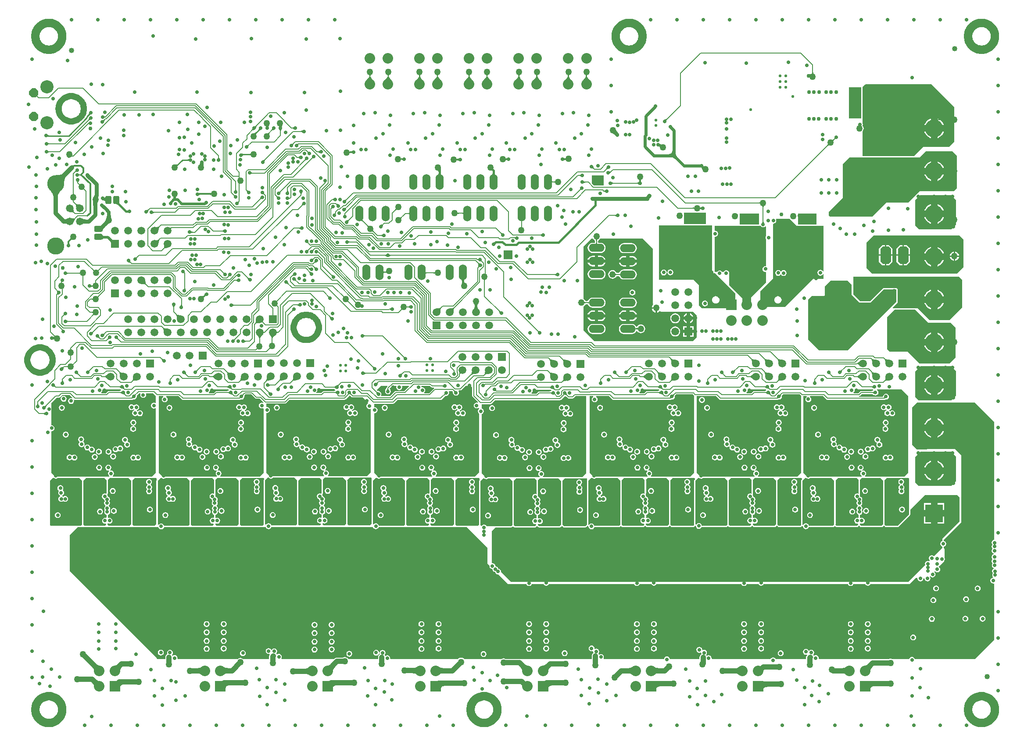
<source format=gbl>
G04*
G04 #@! TF.GenerationSoftware,Altium Limited,Altium Designer,19.0.12 (326)*
G04*
G04 Layer_Physical_Order=6*
G04 Layer_Color=16711680*
%FSLAX25Y25*%
%MOIN*%
G70*
G01*
G75*
%ADD11C,0.01200*%
%ADD12C,0.01000*%
%ADD15C,0.00800*%
%ADD20C,0.02400*%
%ADD26C,0.00600*%
%ADD29C,0.00700*%
%ADD53C,0.05000*%
%ADD126C,0.06000*%
%ADD207C,0.06196*%
%ADD208C,0.04500*%
G04:AMPARAMS|DCode=245|XSize=40mil|YSize=40mil|CornerRadius=20mil|HoleSize=0mil|Usage=FLASHONLY|Rotation=180.000|XOffset=0mil|YOffset=0mil|HoleType=Round|Shape=RoundedRectangle|*
%AMROUNDEDRECTD245*
21,1,0.04000,0.00000,0,0,180.0*
21,1,0.00000,0.04000,0,0,180.0*
1,1,0.04000,0.00000,0.00000*
1,1,0.04000,0.00000,0.00000*
1,1,0.04000,0.00000,0.00000*
1,1,0.04000,0.00000,0.00000*
%
%ADD245ROUNDEDRECTD245*%
%ADD271R,0.08000X0.08000*%
%ADD287C,0.02000*%
%ADD288C,0.02800*%
%ADD290C,0.01600*%
%ADD291C,0.03000*%
%ADD292C,0.01500*%
%ADD293C,0.00655*%
%ADD294C,0.00650*%
%ADD298C,0.04000*%
%ADD301C,0.01010*%
%ADD303C,0.05000*%
%ADD313C,0.08000*%
%ADD314O,0.13598X0.13600*%
%ADD315R,0.13598X0.13600*%
%ADD316O,0.06000X0.12000*%
%ADD317O,0.12000X0.06000*%
%ADD318R,0.05906X0.05906*%
%ADD319C,0.05906*%
%ADD320R,0.05906X0.05906*%
G04:AMPARAMS|DCode=321|XSize=133mil|YSize=83mil|CornerRadius=0mil|HoleSize=0mil|Usage=FLASHONLY|Rotation=180.000|XOffset=0mil|YOffset=0mil|HoleType=Round|Shape=Octagon|*
%AMOCTAGOND321*
4,1,8,-0.06650,0.02075,-0.06650,-0.02075,-0.04575,-0.04150,0.04575,-0.04150,0.06650,-0.02075,0.06650,0.02075,0.04575,0.04150,-0.04575,0.04150,-0.06650,0.02075,0.0*
%
%ADD321OCTAGOND321*%

%ADD322C,0.10000*%
%ADD323P,0.07577X8X292.5*%
%ADD324C,0.13050*%
%ADD325C,0.05800*%
G04:AMPARAMS|DCode=326|XSize=133mil|YSize=83mil|CornerRadius=0mil|HoleSize=0mil|Usage=FLASHONLY|Rotation=90.000|XOffset=0mil|YOffset=0mil|HoleType=Round|Shape=Octagon|*
%AMOCTAGOND326*
4,1,8,0.02075,0.06650,-0.02075,0.06650,-0.04150,0.04575,-0.04150,-0.04575,-0.02075,-0.06650,0.02075,-0.06650,0.04150,-0.04575,0.04150,0.04575,0.02075,0.06650,0.0*
%
%ADD326OCTAGOND326*%

%ADD327C,0.02800*%
%ADD328C,0.02200*%
%ADD329C,0.02900*%
%ADD330C,0.03000*%
G04:AMPARAMS|DCode=359|XSize=50mil|YSize=50mil|CornerRadius=25mil|HoleSize=0mil|Usage=FLASHONLY|Rotation=0.000|XOffset=0mil|YOffset=0mil|HoleType=Round|Shape=RoundedRectangle|*
%AMROUNDEDRECTD359*
21,1,0.05000,0.00000,0,0,0.0*
21,1,0.00000,0.05000,0,0,0.0*
1,1,0.05000,0.00000,0.00000*
1,1,0.05000,0.00000,0.00000*
1,1,0.05000,0.00000,0.00000*
1,1,0.05000,0.00000,0.00000*
%
%ADD359ROUNDEDRECTD359*%
G04:AMPARAMS|DCode=360|XSize=50mil|YSize=50mil|CornerRadius=25mil|HoleSize=0mil|Usage=FLASHONLY|Rotation=270.000|XOffset=0mil|YOffset=0mil|HoleType=Round|Shape=RoundedRectangle|*
%AMROUNDEDRECTD360*
21,1,0.05000,0.00000,0,0,270.0*
21,1,0.00000,0.05000,0,0,270.0*
1,1,0.05000,0.00000,0.00000*
1,1,0.05000,0.00000,0.00000*
1,1,0.05000,0.00000,0.00000*
1,1,0.05000,0.00000,0.00000*
%
%ADD360ROUNDEDRECTD360*%
G04:AMPARAMS|DCode=361|XSize=46mil|YSize=63mil|CornerRadius=11.5mil|HoleSize=0mil|Usage=FLASHONLY|Rotation=90.000|XOffset=0mil|YOffset=0mil|HoleType=Round|Shape=RoundedRectangle|*
%AMROUNDEDRECTD361*
21,1,0.04600,0.04000,0,0,90.0*
21,1,0.02300,0.06300,0,0,90.0*
1,1,0.02300,0.02000,0.01150*
1,1,0.02300,0.02000,-0.01150*
1,1,0.02300,-0.02000,-0.01150*
1,1,0.02300,-0.02000,0.01150*
%
%ADD361ROUNDEDRECTD361*%
G04:AMPARAMS|DCode=362|XSize=46mil|YSize=63mil|CornerRadius=11.5mil|HoleSize=0mil|Usage=FLASHONLY|Rotation=180.000|XOffset=0mil|YOffset=0mil|HoleType=Round|Shape=RoundedRectangle|*
%AMROUNDEDRECTD362*
21,1,0.04600,0.04000,0,0,180.0*
21,1,0.02300,0.06300,0,0,180.0*
1,1,0.02300,-0.01150,0.02000*
1,1,0.02300,0.01150,0.02000*
1,1,0.02300,0.01150,-0.02000*
1,1,0.02300,-0.01150,-0.02000*
%
%ADD362ROUNDEDRECTD362*%
%ADD363C,0.03200*%
%ADD364C,0.02900*%
%ADD365R,0.07020X0.06708*%
G36*
X600704Y503788D02*
X600716Y503632D01*
X600736Y503495D01*
X600763Y503376D01*
X600799Y503275D01*
X600843Y503193D01*
X600894Y503129D01*
X600954Y503083D01*
X601021Y503056D01*
X601096Y503047D01*
X599503D01*
X599579Y503056D01*
X599646Y503083D01*
X599706Y503129D01*
X599757Y503193D01*
X599801Y503275D01*
X599836Y503376D01*
X599864Y503495D01*
X599884Y503632D01*
X599896Y503788D01*
X599900Y503962D01*
X600700D01*
X600704Y503788D01*
D02*
G37*
G36*
X429141Y501943D02*
X429065Y501910D01*
X428997Y501866D01*
X428936Y501808D01*
X428884Y501738D01*
X428840Y501655D01*
X428804Y501559D01*
X428776Y501451D01*
X428755Y501330D01*
X428746Y501224D01*
X428763Y501046D01*
X428835Y500776D01*
X428955Y500483D01*
X429123Y500166D01*
X429339Y499825D01*
X429603Y499461D01*
X430275Y498662D01*
X430683Y498227D01*
X431139Y497768D01*
X425539D01*
X425995Y498227D01*
X427075Y499461D01*
X427339Y499825D01*
X427555Y500166D01*
X427723Y500483D01*
X427843Y500776D01*
X427915Y501046D01*
X427933Y501230D01*
X427923Y501342D01*
X427904Y501464D01*
X427876Y501573D01*
X427840Y501669D01*
X427796Y501754D01*
X427744Y501826D01*
X427685Y501885D01*
X427617Y501932D01*
X427541Y501966D01*
X429141Y501943D01*
D02*
G37*
G36*
X315922Y501921D02*
X315854Y501875D01*
X315794Y501817D01*
X315742Y501746D01*
X315698Y501662D01*
X315662Y501566D01*
X315634Y501457D01*
X315614Y501335D01*
X315604Y501229D01*
X315622Y501048D01*
X315694Y500777D01*
X315815Y500484D01*
X315984Y500168D01*
X316201Y499830D01*
X316466Y499469D01*
X317142Y498678D01*
X317551Y498249D01*
X318010Y497798D01*
X312410Y497739D01*
X312864Y498205D01*
X313938Y499454D01*
X314201Y499821D01*
X314416Y500164D01*
X314583Y500482D01*
X314702Y500775D01*
X314774Y501043D01*
X314792Y501225D01*
X314782Y501335D01*
X314762Y501457D01*
X314734Y501566D01*
X314698Y501662D01*
X314654Y501746D01*
X314602Y501817D01*
X314542Y501875D01*
X314474Y501921D01*
X314398Y501954D01*
X315998D01*
X315922Y501921D01*
D02*
G37*
G36*
X339946D02*
X339878Y501875D01*
X339818Y501817D01*
X339766Y501746D01*
X339722Y501662D01*
X339686Y501566D01*
X339658Y501457D01*
X339638Y501335D01*
X339628Y501224D01*
X339646Y501042D01*
X339717Y500774D01*
X339836Y500481D01*
X340003Y500162D01*
X340217Y499819D01*
X340479Y499450D01*
X341146Y498638D01*
X342004Y497725D01*
X336405Y497811D01*
X336864Y498260D01*
X337952Y499472D01*
X338218Y499831D01*
X338435Y500169D01*
X338604Y500484D01*
X338725Y500778D01*
X338798Y501049D01*
X338815Y501230D01*
X338806Y501335D01*
X338786Y501457D01*
X338758Y501566D01*
X338722Y501662D01*
X338678Y501746D01*
X338626Y501817D01*
X338566Y501875D01*
X338498Y501921D01*
X338422Y501954D01*
X340022D01*
X339946Y501921D01*
D02*
G37*
G36*
X391426D02*
X391358Y501875D01*
X391298Y501817D01*
X391246Y501746D01*
X391202Y501662D01*
X391166Y501566D01*
X391138Y501457D01*
X391118Y501335D01*
X391108Y501224D01*
X391126Y501042D01*
X391197Y500774D01*
X391316Y500481D01*
X391483Y500162D01*
X391697Y499819D01*
X391959Y499450D01*
X392626Y498637D01*
X393484Y497724D01*
X387884Y497812D01*
X388344Y498260D01*
X389432Y499472D01*
X389698Y499831D01*
X389915Y500169D01*
X390084Y500484D01*
X390205Y500778D01*
X390278Y501049D01*
X390295Y501230D01*
X390286Y501335D01*
X390266Y501457D01*
X390238Y501566D01*
X390202Y501662D01*
X390158Y501746D01*
X390106Y501817D01*
X390046Y501875D01*
X389978Y501921D01*
X389902Y501954D01*
X391502D01*
X391426Y501921D01*
D02*
G37*
G36*
X353596D02*
X353528Y501875D01*
X353468Y501817D01*
X353416Y501746D01*
X353372Y501662D01*
X353336Y501566D01*
X353308Y501457D01*
X353288Y501335D01*
X353278Y501230D01*
X353296Y501049D01*
X353369Y500778D01*
X353490Y500485D01*
X353659Y500169D01*
X353877Y499832D01*
X354143Y499473D01*
X354820Y498688D01*
X355231Y498263D01*
X355691Y497815D01*
X350092Y497720D01*
X350544Y498191D01*
X351615Y499449D01*
X351877Y499818D01*
X352091Y500162D01*
X352258Y500481D01*
X352377Y500774D01*
X352448Y501042D01*
X352466Y501224D01*
X352456Y501335D01*
X352436Y501457D01*
X352408Y501566D01*
X352372Y501662D01*
X352328Y501746D01*
X352276Y501817D01*
X352216Y501875D01*
X352148Y501921D01*
X352072Y501954D01*
X353672D01*
X353596Y501921D01*
D02*
G37*
G36*
X415372D02*
X415304Y501875D01*
X415244Y501817D01*
X415192Y501746D01*
X415148Y501662D01*
X415112Y501566D01*
X415084Y501457D01*
X415064Y501335D01*
X415054Y501222D01*
X415072Y501040D01*
X415143Y500773D01*
X415262Y500480D01*
X415428Y500161D01*
X415641Y499816D01*
X415903Y499445D01*
X416567Y498627D01*
X417422Y497706D01*
X411823Y497829D01*
X412284Y498273D01*
X413375Y499476D01*
X413642Y499834D01*
X413860Y500170D01*
X414030Y500485D01*
X414151Y500778D01*
X414224Y501050D01*
X414241Y501231D01*
X414232Y501335D01*
X414212Y501457D01*
X414184Y501566D01*
X414148Y501662D01*
X414104Y501746D01*
X414052Y501817D01*
X413992Y501875D01*
X413924Y501921D01*
X413848Y501954D01*
X415448D01*
X415372Y501921D01*
D02*
G37*
G36*
X264598D02*
X264530Y501875D01*
X264470Y501817D01*
X264418Y501746D01*
X264374Y501662D01*
X264338Y501566D01*
X264310Y501457D01*
X264290Y501335D01*
X264280Y501221D01*
X264298Y501038D01*
X264369Y500772D01*
X264487Y500478D01*
X264653Y500159D01*
X264866Y499813D01*
X265126Y499441D01*
X265789Y498617D01*
X266640Y497688D01*
X261043Y497847D01*
X261505Y498286D01*
X262599Y499480D01*
X262866Y499836D01*
X263085Y500171D01*
X263255Y500485D01*
X263377Y500778D01*
X263450Y501050D01*
X263467Y501232D01*
X263458Y501335D01*
X263438Y501457D01*
X263410Y501566D01*
X263374Y501662D01*
X263330Y501746D01*
X263278Y501817D01*
X263218Y501875D01*
X263150Y501921D01*
X263074Y501954D01*
X264674D01*
X264598Y501921D01*
D02*
G37*
G36*
X302350D02*
X302282Y501875D01*
X302222Y501817D01*
X302170Y501746D01*
X302126Y501662D01*
X302090Y501566D01*
X302062Y501457D01*
X302042Y501335D01*
X302031Y501217D01*
X302049Y501034D01*
X302120Y500769D01*
X302238Y500476D01*
X302402Y500155D01*
X302613Y499807D01*
X302872Y499431D01*
X303530Y498596D01*
X304376Y497650D01*
X298781Y497882D01*
X299246Y498313D01*
X300346Y499488D01*
X300615Y499840D01*
X300835Y500173D01*
X301006Y500486D01*
X301128Y500778D01*
X301202Y501052D01*
X301219Y501234D01*
X301210Y501335D01*
X301190Y501457D01*
X301162Y501566D01*
X301126Y501662D01*
X301082Y501746D01*
X301030Y501817D01*
X300970Y501875D01*
X300902Y501921D01*
X300826Y501954D01*
X302426D01*
X302350Y501921D01*
D02*
G37*
G36*
X377776D02*
X377708Y501875D01*
X377648Y501817D01*
X377596Y501746D01*
X377552Y501662D01*
X377516Y501566D01*
X377488Y501457D01*
X377468Y501335D01*
X377457Y501215D01*
X377475Y501032D01*
X377546Y500767D01*
X377663Y500474D01*
X377827Y500153D01*
X378037Y499803D01*
X378295Y499426D01*
X378951Y498585D01*
X379794Y497631D01*
X374200Y497899D01*
X374666Y498326D01*
X375769Y499492D01*
X376039Y499842D01*
X376260Y500174D01*
X376431Y500486D01*
X376554Y500778D01*
X376627Y501052D01*
X376645Y501234D01*
X376636Y501335D01*
X376616Y501457D01*
X376588Y501566D01*
X376552Y501662D01*
X376508Y501746D01*
X376456Y501817D01*
X376396Y501875D01*
X376328Y501921D01*
X376252Y501954D01*
X377852D01*
X377776Y501921D01*
D02*
G37*
G36*
X278482D02*
X278414Y501875D01*
X278354Y501817D01*
X278302Y501746D01*
X278258Y501662D01*
X278222Y501566D01*
X278194Y501457D01*
X278174Y501335D01*
X278163Y501213D01*
X278181Y501029D01*
X278251Y500765D01*
X278368Y500473D01*
X278531Y500151D01*
X278741Y499800D01*
X278998Y499420D01*
X279651Y498574D01*
X280491Y497612D01*
X274900Y497917D01*
X275367Y498339D01*
X276473Y499496D01*
X276743Y499844D01*
X276965Y500174D01*
X277137Y500485D01*
X277260Y500778D01*
X277333Y501052D01*
X277351Y501235D01*
X277342Y501335D01*
X277322Y501457D01*
X277294Y501566D01*
X277258Y501662D01*
X277214Y501746D01*
X277162Y501817D01*
X277102Y501875D01*
X277034Y501921D01*
X276958Y501954D01*
X278558D01*
X278482Y501921D01*
D02*
G37*
G36*
X11596Y485925D02*
X11573Y485876D01*
X11563Y485822D01*
X11565Y485765D01*
X11581Y485702D01*
X11609Y485636D01*
X11651Y485564D01*
X11705Y485489D01*
X11772Y485409D01*
X11852Y485325D01*
X11428Y484900D01*
X11344Y484980D01*
X11264Y485048D01*
X11188Y485102D01*
X11117Y485143D01*
X11050Y485172D01*
X10988Y485187D01*
X10930Y485190D01*
X10877Y485180D01*
X10828Y485157D01*
X10783Y485121D01*
X11632Y485969D01*
X11596Y485925D01*
D02*
G37*
G36*
X51766Y471787D02*
X51634Y471784D01*
X51505Y471772D01*
X51381Y471750D01*
X51260Y471718D01*
X51143Y471677D01*
X51030Y471625D01*
X50920Y471564D01*
X50815Y471492D01*
X50713Y471411D01*
X50615Y471320D01*
X49916Y472035D01*
X50006Y472132D01*
X50088Y472234D01*
X50159Y472339D01*
X50222Y472448D01*
X50274Y472562D01*
X50317Y472679D01*
X50351Y472799D01*
X50375Y472924D01*
X50389Y473053D01*
X50393Y473186D01*
X51766Y471787D01*
D02*
G37*
G36*
X62173Y470598D02*
X62207Y470553D01*
X62248Y470514D01*
X62297Y470480D01*
X62354Y470451D01*
X62417Y470427D01*
X62488Y470409D01*
X62567Y470396D01*
X62653Y470388D01*
X62746Y470385D01*
Y469785D01*
X62653Y469783D01*
X62567Y469775D01*
X62488Y469762D01*
X62417Y469743D01*
X62354Y469720D01*
X62297Y469691D01*
X62248Y469657D01*
X62207Y469618D01*
X62173Y469573D01*
X62146Y469523D01*
Y470648D01*
X62173Y470598D01*
D02*
G37*
G36*
X637037Y468946D02*
X627937D01*
Y492611D01*
X637037D01*
Y468946D01*
D02*
G37*
G36*
X62312Y467494D02*
X62241Y467415D01*
X62177Y467323D01*
X62119Y467219D01*
X62066Y467103D01*
X62020Y466974D01*
X61979Y466833D01*
X61945Y466680D01*
X61894Y466337D01*
X61877Y466147D01*
X60606Y467639D01*
X60785Y467627D01*
X60953Y467625D01*
X61111Y467633D01*
X61258Y467650D01*
X61395Y467676D01*
X61521Y467712D01*
X61637Y467758D01*
X61742Y467814D01*
X61837Y467879D01*
X61922Y467953D01*
X62312Y467494D01*
D02*
G37*
G36*
X51635Y467842D02*
X51476Y467839D01*
X51325Y467828D01*
X51181Y467807D01*
X51045Y467778D01*
X50917Y467740D01*
X50796Y467693D01*
X50683Y467637D01*
X50577Y467572D01*
X50479Y467499D01*
X50389Y467416D01*
X49823Y467982D01*
X49905Y468073D01*
X49979Y468171D01*
X50043Y468277D01*
X50099Y468390D01*
X50146Y468510D01*
X50184Y468639D01*
X50214Y468775D01*
X50234Y468918D01*
X50246Y469069D01*
X50249Y469228D01*
X51635Y467842D01*
D02*
G37*
G36*
X489592Y468007D02*
X489509Y467916D01*
X489436Y467818D01*
X489371Y467713D01*
X489315Y467599D01*
X489268Y467479D01*
X489230Y467350D01*
X489201Y467214D01*
X489181Y467071D01*
X489169Y466920D01*
X489166Y466761D01*
X487780Y468147D01*
X487939Y468150D01*
X488090Y468161D01*
X488233Y468182D01*
X488369Y468211D01*
X488498Y468249D01*
X488619Y468296D01*
X488732Y468352D01*
X488837Y468417D01*
X488936Y468490D01*
X489026Y468573D01*
X489592Y468007D01*
D02*
G37*
G36*
X197161Y463550D02*
X197107Y463446D01*
X197060Y463313D01*
X197018Y463151D01*
X196983Y462959D01*
X196933Y462489D01*
X196907Y461902D01*
X196904Y461564D01*
X194904D01*
X194899Y461831D01*
X194863Y462294D01*
X194831Y462490D01*
X194790Y462663D01*
X194739Y462812D01*
X194680Y462937D01*
X194611Y463038D01*
X194533Y463116D01*
X194446Y463171D01*
X197222Y463625D01*
X197161Y463550D01*
D02*
G37*
G36*
X187159Y463548D02*
X187097Y463435D01*
X187042Y463294D01*
X186994Y463125D01*
X186954Y462927D01*
X186920Y462701D01*
X186876Y462164D01*
X186862Y461515D01*
X184862D01*
X184857Y461791D01*
X184817Y462273D01*
X184782Y462478D01*
X184736Y462660D01*
X184681Y462818D01*
X184616Y462952D01*
X184541Y463063D01*
X184456Y463149D01*
X184361Y463213D01*
X187229Y463632D01*
X187159Y463548D01*
D02*
G37*
G36*
X177673Y462839D02*
X177600Y462756D01*
X177536Y462663D01*
X177479Y462558D01*
X177430Y462441D01*
X177388Y462314D01*
X177355Y462174D01*
X177330Y462024D01*
X177312Y461862D01*
X177300Y461504D01*
X175914Y462890D01*
X176099Y462892D01*
X176434Y462919D01*
X176585Y462945D01*
X176724Y462978D01*
X176851Y463019D01*
X176968Y463068D01*
X177073Y463125D01*
X177166Y463190D01*
X177249Y463263D01*
X177673Y462839D01*
D02*
G37*
G36*
X206040Y460672D02*
X205908Y460801D01*
X205651Y461018D01*
X205527Y461107D01*
X205405Y461182D01*
X205285Y461243D01*
X205168Y461290D01*
X205054Y461324D01*
X204942Y461345D01*
X204832Y461352D01*
Y461952D01*
X204942Y461958D01*
X205054Y461979D01*
X205168Y462013D01*
X205285Y462060D01*
X205405Y462122D01*
X205527Y462196D01*
X205651Y462285D01*
X205778Y462387D01*
X206040Y462632D01*
Y460672D01*
D02*
G37*
G36*
X175886Y460090D02*
X175701Y460088D01*
X175366Y460060D01*
X175215Y460035D01*
X175076Y460001D01*
X174948Y459960D01*
X174832Y459911D01*
X174727Y459854D01*
X174633Y459789D01*
X174551Y459717D01*
X174127Y460141D01*
X174199Y460223D01*
X174264Y460317D01*
X174321Y460422D01*
X174370Y460538D01*
X174411Y460666D01*
X174445Y460805D01*
X174470Y460956D01*
X174488Y461118D01*
X174500Y461476D01*
X175886Y460090D01*
D02*
G37*
G36*
X190864Y460085D02*
X190679Y460083D01*
X190344Y460055D01*
X190193Y460030D01*
X190054Y459996D01*
X189926Y459955D01*
X189810Y459906D01*
X189705Y459849D01*
X189611Y459784D01*
X189529Y459712D01*
X189105Y460136D01*
X189177Y460218D01*
X189242Y460312D01*
X189299Y460417D01*
X189348Y460533D01*
X189389Y460661D01*
X189423Y460800D01*
X189448Y460951D01*
X189466Y461113D01*
X189478Y461471D01*
X190864Y460085D01*
D02*
G37*
G36*
X180911Y460115D02*
X180779Y460111D01*
X180650Y460098D01*
X180526Y460075D01*
X180405Y460042D01*
X180288Y460000D01*
X180174Y459948D01*
X180065Y459886D01*
X179960Y459815D01*
X179858Y459733D01*
X179760Y459643D01*
X179053Y460350D01*
X179144Y460447D01*
X179225Y460549D01*
X179297Y460654D01*
X179359Y460764D01*
X179411Y460877D01*
X179453Y460994D01*
X179486Y461115D01*
X179509Y461239D01*
X179522Y461368D01*
X179525Y461501D01*
X180911Y460115D01*
D02*
G37*
G36*
X196755Y460433D02*
X196537Y460176D01*
X196449Y460052D01*
X196374Y459930D01*
X196313Y459810D01*
X196265Y459693D01*
X196231Y459579D01*
X196211Y459467D01*
X196204Y459357D01*
X195604D01*
X195597Y459467D01*
X195577Y459579D01*
X195543Y459693D01*
X195495Y459810D01*
X195434Y459930D01*
X195359Y460052D01*
X195271Y460176D01*
X195169Y460303D01*
X194924Y460565D01*
X196884D01*
X196755Y460433D01*
D02*
G37*
G36*
X212694Y458077D02*
X212580Y458187D01*
X212465Y458286D01*
X212349Y458373D01*
X212232Y458448D01*
X212114Y458512D01*
X211996Y458564D01*
X211876Y458605D01*
X211756Y458634D01*
X211634Y458651D01*
X211512Y458657D01*
Y459457D01*
X211634Y459463D01*
X211756Y459480D01*
X211876Y459509D01*
X211996Y459550D01*
X212114Y459602D01*
X212232Y459666D01*
X212349Y459741D01*
X212465Y459828D01*
X212580Y459927D01*
X212694Y460037D01*
Y458077D01*
D02*
G37*
G36*
X178003Y457885D02*
X177879Y457753D01*
X177774Y457626D01*
X177688Y457504D01*
X177621Y457385D01*
X177573Y457271D01*
X177544Y457161D01*
X177534Y457055D01*
X177544Y456954D01*
X177572Y456857D01*
X177619Y456764D01*
X175969Y457894D01*
X176076Y457881D01*
X176185Y457884D01*
X176297Y457902D01*
X176413Y457935D01*
X176530Y457984D01*
X176651Y458048D01*
X176774Y458127D01*
X176900Y458221D01*
X177029Y458331D01*
X177160Y458456D01*
X178003Y457885D01*
D02*
G37*
G36*
X187565Y457748D02*
X187489Y457668D01*
X187425Y457591D01*
X187374Y457518D01*
X187335Y457449D01*
X187308Y457383D01*
X187293Y457321D01*
X187291Y457263D01*
X187301Y457209D01*
X187323Y457158D01*
X187357Y457111D01*
X186363Y457784D01*
X186422Y457768D01*
X186482Y457763D01*
X186546Y457767D01*
X186611Y457783D01*
X186680Y457808D01*
X186750Y457844D01*
X186824Y457890D01*
X186899Y457946D01*
X186978Y458013D01*
X187059Y458090D01*
X187565Y457748D01*
D02*
G37*
G36*
X451057Y460014D02*
X451130Y459798D01*
X451235Y459569D01*
X451369Y459325D01*
X451535Y459066D01*
X451732Y458794D01*
X452218Y458207D01*
X452828Y457564D01*
X450848Y455584D01*
X450520Y455904D01*
X449618Y456680D01*
X449346Y456877D01*
X449088Y457043D01*
X448844Y457178D01*
X448614Y457282D01*
X448398Y457355D01*
X448197Y457398D01*
X451015Y460216D01*
X451057Y460014D01*
D02*
G37*
G36*
X18909Y456637D02*
X19004Y456551D01*
X19104Y456476D01*
X19208Y456411D01*
X19318Y456356D01*
X19432Y456311D01*
X19552Y456275D01*
X19676Y456250D01*
X19805Y456235D01*
X19940Y456230D01*
X19877Y455230D01*
X19745Y455226D01*
X19615Y455212D01*
X19490Y455189D01*
X19367Y455157D01*
X19248Y455117D01*
X19133Y455066D01*
X19021Y455007D01*
X18912Y454939D01*
X18807Y454862D01*
X18705Y454775D01*
X18819Y456732D01*
X18909Y456637D01*
D02*
G37*
G36*
X618181Y453331D02*
X618023Y453328D01*
X617872Y453316D01*
X617728Y453296D01*
X617592Y453266D01*
X617464Y453228D01*
X617343Y453181D01*
X617230Y453125D01*
X617124Y453061D01*
X617026Y452987D01*
X616935Y452905D01*
X616370Y453471D01*
X616452Y453561D01*
X616526Y453659D01*
X616590Y453765D01*
X616646Y453878D01*
X616693Y453999D01*
X616731Y454127D01*
X616760Y454263D01*
X616781Y454407D01*
X616792Y454558D01*
X616795Y454716D01*
X618181Y453331D01*
D02*
G37*
G36*
X616528Y452497D02*
X616427Y452391D01*
X616340Y452287D01*
X616267Y452187D01*
X616208Y452089D01*
X616164Y451995D01*
X616133Y451904D01*
X616117Y451815D01*
X616114Y451730D01*
X616126Y451648D01*
X616152Y451569D01*
X615091Y452766D01*
X615165Y452732D01*
X615244Y452712D01*
X615326Y452708D01*
X615411Y452719D01*
X615500Y452744D01*
X615592Y452785D01*
X615688Y452841D01*
X615787Y452911D01*
X615890Y452997D01*
X615997Y453097D01*
X616528Y452497D01*
D02*
G37*
G36*
X209830Y449530D02*
X209752Y449444D01*
X209684Y449355D01*
X209627Y449263D01*
X209580Y449166D01*
X209544Y449066D01*
X209518Y448962D01*
X209503Y448854D01*
X209498Y448743D01*
X209504Y448628D01*
X209520Y448509D01*
X208385Y449644D01*
X208504Y449628D01*
X208619Y449622D01*
X208730Y449627D01*
X208838Y449642D01*
X208942Y449668D01*
X209042Y449704D01*
X209139Y449751D01*
X209231Y449808D01*
X209320Y449876D01*
X209405Y449954D01*
X209830Y449530D01*
D02*
G37*
G36*
X19146Y450543D02*
X19262Y450445D01*
X19379Y450358D01*
X19497Y450283D01*
X19615Y450220D01*
X19734Y450168D01*
X19854Y450128D01*
X19974Y450099D01*
X20096Y450082D01*
X20218Y450076D01*
X20224Y449276D01*
X20102Y449270D01*
X19981Y449253D01*
X19860Y449223D01*
X19741Y449183D01*
X19623Y449130D01*
X19505Y449066D01*
X19389Y448990D01*
X19274Y448903D01*
X19160Y448803D01*
X19047Y448693D01*
X19031Y450653D01*
X19146Y450543D01*
D02*
G37*
G36*
X612739Y448356D02*
X612662Y448386D01*
X612581Y448402D01*
X612497Y448403D01*
X612410Y448390D01*
X612320Y448362D01*
X612227Y448319D01*
X612130Y448262D01*
X612030Y448190D01*
X611927Y448104D01*
X611820Y448003D01*
X611255Y448569D01*
X611355Y448675D01*
X611442Y448779D01*
X611513Y448879D01*
X611570Y448975D01*
X611613Y449069D01*
X611641Y449159D01*
X611655Y449246D01*
X611653Y449330D01*
X611638Y449410D01*
X611608Y449488D01*
X612739Y448356D01*
D02*
G37*
G36*
X205977Y449614D02*
X205905Y449532D01*
X205840Y449438D01*
X205783Y449333D01*
X205734Y449217D01*
X205693Y449089D01*
X205659Y448950D01*
X205634Y448799D01*
X205616Y448637D01*
X205604Y448279D01*
X204218Y449665D01*
X204403Y449667D01*
X204738Y449695D01*
X204889Y449720D01*
X205028Y449754D01*
X205156Y449795D01*
X205272Y449844D01*
X205377Y449901D01*
X205471Y449966D01*
X205553Y450038D01*
X205977Y449614D01*
D02*
G37*
G36*
X171873Y448501D02*
X171800Y448419D01*
X171736Y448326D01*
X171679Y448221D01*
X171630Y448104D01*
X171588Y447976D01*
X171555Y447837D01*
X171529Y447687D01*
X171512Y447525D01*
X171500Y447167D01*
X170114Y448553D01*
X170299Y448555D01*
X170634Y448582D01*
X170785Y448608D01*
X170924Y448641D01*
X171052Y448682D01*
X171168Y448732D01*
X171273Y448788D01*
X171367Y448853D01*
X171449Y448926D01*
X171873Y448501D01*
D02*
G37*
G36*
X250634Y442462D02*
X250538Y442553D01*
X250439Y442633D01*
X250335Y442705D01*
X250227Y442766D01*
X250114Y442819D01*
X249997Y442861D01*
X249876Y442895D01*
X249751Y442918D01*
X249622Y442933D01*
X249608Y442933D01*
X249573Y442932D01*
X249407Y442916D01*
X249258Y442890D01*
X249125Y442853D01*
X249008Y442806D01*
X248908Y442748D01*
X248824Y442679D01*
X248757Y442600D01*
X248706Y442511D01*
X248672Y442411D01*
X248326Y444401D01*
X248393Y444315D01*
X248473Y444238D01*
X248566Y444170D01*
X248671Y444111D01*
X248790Y444061D01*
X248921Y444020D01*
X249065Y443988D01*
X249222Y443966D01*
X249393Y443952D01*
X249524Y443949D01*
X249622Y443952D01*
X249751Y443966D01*
X249876Y443990D01*
X249997Y444023D01*
X250114Y444066D01*
X250227Y444118D01*
X250335Y444180D01*
X250439Y444251D01*
X250538Y444332D01*
X250634Y444422D01*
Y442462D01*
D02*
G37*
G36*
X19113Y444451D02*
X19228Y444353D01*
X19344Y444266D01*
X19461Y444190D01*
X19579Y444126D01*
X19698Y444074D01*
X19817Y444034D01*
X19938Y444005D01*
X20059Y443987D01*
X20181Y443981D01*
Y443181D01*
X20059Y443176D01*
X19938Y443158D01*
X19817Y443129D01*
X19698Y443089D01*
X19579Y443036D01*
X19461Y442973D01*
X19344Y442897D01*
X19228Y442810D01*
X19113Y442712D01*
X18999Y442601D01*
Y444561D01*
X19113Y444451D01*
D02*
G37*
G36*
X225645Y442561D02*
X225513Y442690D01*
X225257Y442908D01*
X225132Y442996D01*
X225010Y443071D01*
X224891Y443132D01*
X224774Y443180D01*
X224659Y443214D01*
X224547Y443234D01*
X224438Y443241D01*
Y443841D01*
X224547Y443848D01*
X224659Y443868D01*
X224774Y443902D01*
X224891Y443950D01*
X225010Y444011D01*
X225132Y444086D01*
X225257Y444174D01*
X225384Y444276D01*
X225645Y444521D01*
Y442561D01*
D02*
G37*
G36*
X216633Y443901D02*
X216727Y443836D01*
X216832Y443780D01*
X216948Y443730D01*
X217076Y443689D01*
X217215Y443656D01*
X217366Y443630D01*
X217528Y443613D01*
X217886Y443601D01*
X216500Y442215D01*
X216498Y442400D01*
X216470Y442735D01*
X216445Y442885D01*
X216411Y443025D01*
X216370Y443152D01*
X216321Y443269D01*
X216264Y443374D01*
X216199Y443467D01*
X216127Y443550D01*
X216551Y443974D01*
X216633Y443901D01*
D02*
G37*
G36*
X173209Y440501D02*
X173158Y440596D01*
X173092Y440681D01*
X173013Y440756D01*
X172919Y440821D01*
X172810Y440876D01*
X172687Y440921D01*
X172549Y440956D01*
X172398Y440981D01*
X172231Y440996D01*
X172050Y441001D01*
Y442001D01*
X172231Y442006D01*
X172398Y442021D01*
X172549Y442046D01*
X172687Y442081D01*
X172810Y442126D01*
X172919Y442181D01*
X173013Y442246D01*
X173092Y442321D01*
X173158Y442406D01*
X173209Y442501D01*
Y440501D01*
D02*
G37*
G36*
X166713Y442269D02*
X166952Y442163D01*
X167073Y442120D01*
X167320Y442054D01*
X167445Y442031D01*
X167571Y442014D01*
X167699Y442004D01*
X167828Y442001D01*
X168142Y441001D01*
X168005Y440995D01*
X167876Y440979D01*
X167755Y440951D01*
X167643Y440912D01*
X167538Y440863D01*
X167442Y440802D01*
X167354Y440730D01*
X167274Y440647D01*
X167202Y440553D01*
X167139Y440448D01*
X166595Y442331D01*
X166713Y442269D01*
D02*
G37*
G36*
X690422Y494997D02*
X707928Y477491D01*
Y451283D01*
X703950Y447305D01*
X684077Y447305D01*
X677127Y440355D01*
X677073Y440297D01*
X638300D01*
X638300Y459377D01*
X638583Y459746D01*
X638915Y460549D01*
X639029Y461410D01*
X638915Y462272D01*
X638583Y463074D01*
X638300Y463443D01*
Y463525D01*
X638425Y464154D01*
X638300Y464784D01*
X638300Y492897D01*
X640100Y494697D01*
X640400Y494997D01*
X690422Y494997D01*
D02*
G37*
G36*
X37935Y440913D02*
X37939Y440867D01*
X37953Y440827D01*
X37978Y440791D01*
X38013Y440762D01*
X38059Y440737D01*
X38115Y440718D01*
X38182Y440705D01*
X38259Y440697D01*
X38347Y440694D01*
X38167Y440094D01*
X38054Y440092D01*
X37854Y440075D01*
X37766Y440061D01*
X37686Y440043D01*
X37615Y440020D01*
X37551Y439993D01*
X37496Y439962D01*
X37449Y439927D01*
X37411Y439888D01*
X37942Y440964D01*
X37935Y440913D01*
D02*
G37*
G36*
X36180Y441245D02*
X36436Y441027D01*
X36561Y440939D01*
X36683Y440864D01*
X36802Y440803D01*
X36919Y440755D01*
X37034Y440721D01*
X37146Y440701D01*
X37255Y440694D01*
Y440094D01*
X37146Y440087D01*
X37034Y440067D01*
X36919Y440033D01*
X36802Y439985D01*
X36683Y439924D01*
X36561Y439849D01*
X36436Y439761D01*
X36309Y439659D01*
X36048Y439414D01*
Y441374D01*
X36180Y441245D01*
D02*
G37*
G36*
X709800Y440597D02*
Y416027D01*
X707382Y413609D01*
X681486D01*
X679358Y411481D01*
X679042Y411270D01*
X678830Y410953D01*
X672780Y404903D01*
X656526D01*
X655677Y404551D01*
X645381Y394255D01*
X645318Y394187D01*
X613548D01*
X612534Y395201D01*
Y398009D01*
X622986Y408461D01*
Y434045D01*
X628290Y439349D01*
X637940D01*
X638300Y439277D01*
X677073D01*
X677090Y439281D01*
X677107Y439278D01*
X677284Y439319D01*
X677432Y439349D01*
X681720D01*
X686166Y443795D01*
X706602D01*
X709800Y440597D01*
D02*
G37*
G36*
X412801Y436997D02*
X412739Y437087D01*
X412663Y437168D01*
X412574Y437239D01*
X412472Y437301D01*
X412356Y437353D01*
X412227Y437396D01*
X412084Y437429D01*
X412045Y437435D01*
X412013Y437429D01*
X411892Y437396D01*
X411775Y437353D01*
X411662Y437301D01*
X411554Y437239D01*
X411450Y437168D01*
X411351Y437087D01*
X411256Y436997D01*
Y438957D01*
X411351Y438867D01*
X411450Y438786D01*
X411554Y438715D01*
X411662Y438653D01*
X411775Y438600D01*
X411892Y438558D01*
X411978Y438534D01*
X412095Y438565D01*
X412214Y438612D01*
X412318Y438670D01*
X412405Y438738D01*
X412477Y438816D01*
X412534Y438905D01*
X412574Y439004D01*
X412801Y436997D01*
D02*
G37*
G36*
X288626Y437042D02*
X288506Y437169D01*
X288387Y437283D01*
X288268Y437383D01*
X288150Y437470D01*
X288032Y437544D01*
X287915Y437604D01*
X287824Y437641D01*
X287794Y437630D01*
X287727Y437594D01*
X287670Y437552D01*
X287624Y437503D01*
X287588Y437448D01*
X287564Y437386D01*
X287572Y437704D01*
X287568Y437705D01*
X287453Y437711D01*
X287483Y438366D01*
X287588Y438372D01*
X287596Y438696D01*
X287618Y438633D01*
X287650Y438577D01*
X287694Y438528D01*
X287749Y438485D01*
X287815Y438449D01*
X287853Y438434D01*
X287944Y438468D01*
X288066Y438525D01*
X288190Y438594D01*
X288317Y438677D01*
X288446Y438772D01*
X288712Y439000D01*
X288626Y437042D01*
D02*
G37*
G36*
X210400Y438421D02*
X210268Y438550D01*
X210012Y438768D01*
X209887Y438856D01*
X209765Y438931D01*
X209646Y438992D01*
X209528Y439040D01*
X209414Y439074D01*
X209302Y439094D01*
X209192Y439101D01*
Y439701D01*
X209302Y439708D01*
X209414Y439728D01*
X209528Y439762D01*
X209646Y439810D01*
X209765Y439871D01*
X209887Y439946D01*
X210012Y440034D01*
X210139Y440136D01*
X210400Y440381D01*
Y438421D01*
D02*
G37*
G36*
X149235Y439406D02*
X149255Y439294D01*
X149289Y439179D01*
X149337Y439062D01*
X149398Y438943D01*
X149473Y438821D01*
X149561Y438696D01*
X149663Y438569D01*
X149908Y438308D01*
X147948D01*
X148077Y438440D01*
X148295Y438696D01*
X148383Y438821D01*
X148458Y438943D01*
X148519Y439062D01*
X148567Y439179D01*
X148601Y439294D01*
X148621Y439406D01*
X148628Y439515D01*
X149228D01*
X149235Y439406D01*
D02*
G37*
G36*
X221357Y438702D02*
X221168Y438691D01*
X220828Y438648D01*
X220676Y438617D01*
X220536Y438579D01*
X220407Y438535D01*
X220291Y438484D01*
X220186Y438426D01*
X220094Y438361D01*
X220013Y438290D01*
X219567Y438692D01*
X219641Y438776D01*
X219706Y438871D01*
X219762Y438976D01*
X219809Y439092D01*
X219847Y439219D01*
X219876Y439357D01*
X219896Y439506D01*
X219907Y439665D01*
X219909Y439835D01*
X219902Y440016D01*
X221357Y438702D01*
D02*
G37*
G36*
X495912Y443647D02*
X495929Y443174D01*
X495980Y442715D01*
X496065Y442270D01*
X496183Y441839D01*
X496336Y441422D01*
X496523Y441020D01*
X496743Y440631D01*
X496998Y440257D01*
X497286Y439896D01*
X497609Y439550D01*
X495912Y437852D01*
X495565Y438175D01*
X495205Y438463D01*
X494830Y438718D01*
X494442Y438939D01*
X494039Y439125D01*
X493622Y439278D01*
X493191Y439397D01*
X492747Y439482D01*
X492288Y439533D01*
X491815Y439550D01*
X491112Y441950D01*
X491568Y441974D01*
X491976Y442046D01*
X492336Y442166D01*
X492648Y442334D01*
X492912Y442550D01*
X493128Y442814D01*
X493296Y443126D01*
X493416Y443486D01*
X493488Y443894D01*
X493512Y444350D01*
X495912Y443647D01*
D02*
G37*
G36*
X367109Y438898D02*
X367171Y438811D01*
X367248Y438734D01*
X367340Y438667D01*
X367447Y438610D01*
X367570Y438564D01*
X367633Y438548D01*
X367670Y438558D01*
X367787Y438600D01*
X367899Y438653D01*
X368007Y438715D01*
X368111Y438786D01*
X368211Y438867D01*
X368306Y438957D01*
Y436997D01*
X368211Y437087D01*
X368111Y437168D01*
X368007Y437239D01*
X367899Y437301D01*
X367787Y437353D01*
X367670Y437396D01*
X367601Y437415D01*
X367511Y437393D01*
X367385Y437348D01*
X367272Y437294D01*
X367174Y437230D01*
X367089Y437156D01*
X367019Y437072D01*
X366962Y436979D01*
X367062Y438996D01*
X367109Y438898D01*
D02*
G37*
G36*
X216027Y437307D02*
X215836Y437286D01*
X215491Y437228D01*
X215337Y437191D01*
X215196Y437149D01*
X215068Y437101D01*
X214952Y437048D01*
X214848Y436989D01*
X214757Y436925D01*
X214679Y436855D01*
X214210Y437235D01*
X214285Y437321D01*
X214350Y437416D01*
X214405Y437521D01*
X214450Y437637D01*
X214485Y437763D01*
X214510Y437899D01*
X214524Y438045D01*
X214529Y438202D01*
X214524Y438369D01*
X214509Y438546D01*
X216027Y437307D01*
D02*
G37*
G36*
X329799Y438582D02*
X329864Y438495D01*
X329943Y438419D01*
X330038Y438353D01*
X330147Y438297D01*
X330270Y438251D01*
X330408Y438215D01*
X330561Y438190D01*
X330593Y438187D01*
X330608Y438189D01*
X330733Y438212D01*
X330854Y438246D01*
X330971Y438288D01*
X331083Y438341D01*
X331191Y438403D01*
X331295Y438474D01*
X331395Y438554D01*
X331490Y438645D01*
Y436685D01*
X331395Y436775D01*
X331295Y436856D01*
X331191Y436927D01*
X331083Y436989D01*
X330971Y437041D01*
X330854Y437084D01*
X330733Y437117D01*
X330608Y437141D01*
X330583Y437143D01*
X330542Y437140D01*
X330388Y437115D01*
X330248Y437080D01*
X330123Y437035D01*
X330012Y436979D01*
X329916Y436914D01*
X329834Y436839D01*
X329766Y436754D01*
X329712Y436659D01*
X329749Y438679D01*
X329799Y438582D01*
D02*
G37*
G36*
X126574Y436359D02*
X126478Y436450D01*
X126377Y436531D01*
X126273Y436603D01*
X126164Y436666D01*
X126051Y436719D01*
X125935Y436762D01*
X125814Y436795D01*
X125688Y436819D01*
X125559Y436834D01*
X125426Y436839D01*
Y437839D01*
X125559Y437843D01*
X125688Y437858D01*
X125814Y437882D01*
X125935Y437915D01*
X126051Y437959D01*
X126164Y438011D01*
X126273Y438074D01*
X126377Y438146D01*
X126478Y438227D01*
X126574Y438319D01*
Y436359D01*
D02*
G37*
G36*
X184137Y437024D02*
X184054Y436933D01*
X183981Y436834D01*
X183917Y436728D01*
X183863Y436615D01*
X183818Y436495D01*
X183783Y436367D01*
X183757Y436232D01*
X183741Y436090D01*
X183735Y435941D01*
X183738Y435784D01*
X182299Y437114D01*
X182459Y437123D01*
X182611Y437140D01*
X182756Y437165D01*
X182893Y437198D01*
X183021Y437239D01*
X183142Y437289D01*
X183256Y437346D01*
X183361Y437411D01*
X183458Y437485D01*
X183548Y437567D01*
X184137Y437024D01*
D02*
G37*
G36*
X118293Y433586D02*
X118168Y433455D01*
X118061Y433327D01*
X117972Y433202D01*
X117899Y433080D01*
X117844Y432961D01*
X117806Y432845D01*
X117785Y432733D01*
X117782Y432623D01*
X117796Y432517D01*
X117827Y432414D01*
X116413Y433828D01*
X116516Y433797D01*
X116622Y433783D01*
X116732Y433786D01*
X116844Y433807D01*
X116960Y433845D01*
X117079Y433900D01*
X117201Y433973D01*
X117326Y434062D01*
X117454Y434169D01*
X117586Y434294D01*
X118293Y433586D01*
D02*
G37*
G36*
X137609Y432843D02*
X134260Y433672D01*
X134343Y433737D01*
X134418Y433831D01*
X134484Y433955D01*
X134541Y434109D01*
X134590Y434293D01*
X134629Y434506D01*
X134660Y434748D01*
X134696Y435322D01*
X134700Y435653D01*
X137500D01*
X137609Y432843D01*
D02*
G37*
G36*
X433658Y432246D02*
X433670Y432095D01*
X433690Y431952D01*
X433719Y431816D01*
X433758Y431687D01*
X433805Y431566D01*
X433860Y431453D01*
X433925Y431348D01*
X433999Y431250D01*
X434081Y431159D01*
X433515Y430593D01*
X433425Y430676D01*
X433327Y430749D01*
X433221Y430814D01*
X433108Y430870D01*
X432987Y430917D01*
X432859Y430955D01*
X432723Y430984D01*
X432579Y431004D01*
X432428Y431016D01*
X432269Y431019D01*
X433655Y432405D01*
X433658Y432246D01*
D02*
G37*
G36*
X445037Y430527D02*
X444852Y430525D01*
X444517Y430497D01*
X444366Y430472D01*
X444227Y430438D01*
X444099Y430397D01*
X443983Y430348D01*
X443878Y430291D01*
X443784Y430226D01*
X443702Y430154D01*
X443278Y430578D01*
X443350Y430660D01*
X443415Y430754D01*
X443472Y430859D01*
X443521Y430975D01*
X443562Y431103D01*
X443596Y431242D01*
X443621Y431393D01*
X443639Y431555D01*
X443651Y431913D01*
X445037Y430527D01*
D02*
G37*
G36*
X516446Y433027D02*
X516854Y432691D01*
X516912Y432654D01*
X517035Y432747D01*
X517033Y432689D01*
X517043Y432624D01*
X517064Y432560D01*
X517189Y432499D01*
X517330Y432457D01*
X517452Y432451D01*
X517557Y432480D01*
X517643Y432546D01*
X517711Y432648D01*
X517418Y432055D01*
X517458Y432009D01*
X517567Y431898D01*
X517217Y431648D01*
X516378Y429951D01*
X516349Y430145D01*
X516302Y430341D01*
X516235Y430539D01*
X516150Y430738D01*
X516045Y430938D01*
X515921Y431140D01*
X515779Y431344D01*
X515703Y431441D01*
X515690Y431452D01*
X515624Y431496D01*
X515567Y431529D01*
X515517Y431550D01*
X515475Y431561D01*
X515553Y431620D01*
X515237Y431964D01*
X516215Y433249D01*
X516446Y433027D01*
D02*
G37*
G36*
X447075Y427972D02*
X445937Y426820D01*
X445779Y428633D01*
X445863Y428560D01*
X445949Y428506D01*
X446037Y428470D01*
X446127Y428452D01*
X446218Y428452D01*
X446311Y428471D01*
X446405Y428508D01*
X446502Y428563D01*
X446600Y428637D01*
X446700Y428728D01*
X447075Y427972D01*
D02*
G37*
G36*
X41411Y428347D02*
X41236Y428366D01*
X41071Y428375D01*
X40916Y428373D01*
X40771Y428361D01*
X40636Y428338D01*
X40510Y428304D01*
X40395Y428260D01*
X40290Y428206D01*
X40194Y428141D01*
X40108Y428066D01*
X39739Y428545D01*
X39807Y428622D01*
X39871Y428712D01*
X39930Y428815D01*
X39985Y428931D01*
X40034Y429060D01*
X40079Y429201D01*
X40119Y429355D01*
X40184Y429702D01*
X40209Y429895D01*
X41411Y428347D01*
D02*
G37*
G36*
X173620Y428255D02*
X173728Y428132D01*
X173837Y428023D01*
X173947Y427928D01*
X174057Y427848D01*
X174169Y427783D01*
X174281Y427732D01*
X174393Y427696D01*
X174507Y427674D01*
X174621Y427667D01*
X174534Y427067D01*
X174432Y427061D01*
X174323Y427042D01*
X174209Y427011D01*
X174088Y426968D01*
X173962Y426913D01*
X173829Y426846D01*
X173545Y426674D01*
X173394Y426570D01*
X173237Y426453D01*
X173513Y428393D01*
X173620Y428255D01*
D02*
G37*
G36*
X358533Y427709D02*
X358593Y427127D01*
X358645Y426891D01*
X358712Y426692D01*
X358793Y426529D01*
X358890Y426402D01*
X359002Y426312D01*
X359128Y426259D01*
X359270Y426241D01*
X356281Y426215D01*
X356423Y426235D01*
X356549Y426291D01*
X356661Y426382D01*
X356758Y426510D01*
X356839Y426675D01*
X356907Y426875D01*
X356959Y427112D01*
X356996Y427385D01*
X357018Y427695D01*
X357026Y428040D01*
X358526Y428055D01*
X358533Y427709D01*
D02*
G37*
G36*
X317786Y430467D02*
X317743Y430315D01*
X317672Y429970D01*
X317644Y429777D01*
X317591Y429120D01*
X317581Y428615D01*
X316770Y428050D01*
X317581Y428023D01*
X317588Y427678D01*
X317648Y427095D01*
X317700Y426857D01*
X317767Y426655D01*
X317849Y426490D01*
X317945Y426360D01*
X318057Y426266D01*
X318184Y426208D01*
X318325Y426185D01*
X315336Y426272D01*
X315478Y426286D01*
X315604Y426337D01*
X315716Y426425D01*
X315813Y426549D01*
X315895Y426711D01*
X315962Y426909D01*
X316014Y427145D01*
X316051Y427417D01*
X316073Y427726D01*
X316074Y427779D01*
X316073Y427831D01*
X316049Y428067D01*
X316010Y428276D01*
X315955Y428460D01*
X315884Y428617D01*
X315798Y428748D01*
X315696Y428853D01*
X315578Y428931D01*
X315444Y428983D01*
X315295Y429009D01*
X317834Y430606D01*
X317786Y430467D01*
D02*
G37*
G36*
X33473Y425311D02*
X33117Y424914D01*
X32798Y424471D01*
X32513Y423981D01*
X32265Y423445D01*
X32052Y422861D01*
X31875Y422232D01*
X31734Y421555D01*
X31628Y420832D01*
X31558Y420063D01*
X31524Y419246D01*
X25259Y425895D01*
X26059Y425883D01*
X26814Y425912D01*
X27527Y425983D01*
X28194Y426096D01*
X28819Y426250D01*
X29399Y426446D01*
X29935Y426683D01*
X30427Y426961D01*
X30875Y427281D01*
X31279Y427643D01*
X33473Y425311D01*
D02*
G37*
G36*
X42523Y426894D02*
X42767Y426693D01*
X42887Y426611D01*
X43007Y426541D01*
X43127Y426485D01*
X43245Y426440D01*
X43363Y426409D01*
X43479Y426390D01*
X43595Y426384D01*
Y425684D01*
X43479Y425677D01*
X43363Y425659D01*
X43245Y425627D01*
X43127Y425583D01*
X43007Y425526D01*
X42887Y425457D01*
X42767Y425375D01*
X42645Y425281D01*
X42523Y425174D01*
X42400Y425054D01*
Y427014D01*
X42523Y426894D01*
D02*
G37*
G36*
X424197Y424658D02*
X424065Y424787D01*
X423809Y425005D01*
X423684Y425093D01*
X423562Y425168D01*
X423443Y425229D01*
X423326Y425277D01*
X423211Y425311D01*
X423099Y425331D01*
X422990Y425338D01*
Y425938D01*
X423099Y425945D01*
X423211Y425965D01*
X423326Y425999D01*
X423443Y426047D01*
X423562Y426108D01*
X423684Y426183D01*
X423809Y426271D01*
X423936Y426373D01*
X424197Y426618D01*
Y424658D01*
D02*
G37*
G36*
X164900Y425053D02*
X164427Y424344D01*
X164900Y424528D01*
X164903Y424417D01*
X164911Y424319D01*
X164926Y424234D01*
X164946Y424160D01*
X164971Y424100D01*
X165003Y424051D01*
X165040Y424015D01*
X165083Y423991D01*
X165132Y423980D01*
X165186Y423981D01*
X164067Y423549D01*
X164111Y423586D01*
X164151Y423631D01*
X164186Y423685D01*
X164216Y423747D01*
X164242Y423817D01*
X164263Y423896D01*
X164279Y423983D01*
X164291Y424078D01*
X164298Y424182D01*
X164298Y424193D01*
X164294Y424267D01*
X164276Y424369D01*
X164246Y424459D01*
X164204Y424537D01*
X164150Y424603D01*
X164084Y424657D01*
X164006Y424699D01*
X163916Y424729D01*
X163814Y424747D01*
X163700Y424753D01*
Y425353D01*
X163814Y425359D01*
X163916Y425377D01*
X164006Y425407D01*
X164084Y425449D01*
X164150Y425503D01*
X164204Y425569D01*
X164246Y425647D01*
X164276Y425737D01*
X164294Y425839D01*
X164300Y425953D01*
X164900Y425053D01*
D02*
G37*
G36*
X469917Y422307D02*
X469832Y422242D01*
X469757Y422162D01*
X469692Y422068D01*
X469637Y421960D01*
X469592Y421837D01*
X469557Y421699D01*
X469532Y421548D01*
X469555Y421427D01*
X469589Y421306D01*
X469632Y421189D01*
X469685Y421076D01*
X469747Y420968D01*
X469819Y420863D01*
X469901Y420763D01*
X469992Y420667D01*
X468032D01*
X468123Y420763D01*
X468205Y420863D01*
X468277Y420968D01*
X468339Y421076D01*
X468392Y421189D01*
X468435Y421306D01*
X468469Y421427D01*
X468492Y421548D01*
X468467Y421699D01*
X468432Y421837D01*
X468387Y421960D01*
X468332Y422068D01*
X468267Y422162D01*
X468192Y422242D01*
X468107Y422307D01*
X468012Y422358D01*
X470012D01*
X469917Y422307D01*
D02*
G37*
G36*
X42751Y421202D02*
X42533Y420945D01*
X42445Y420821D01*
X42370Y420699D01*
X42309Y420579D01*
X42261Y420462D01*
X42227Y420348D01*
X42207Y420236D01*
X42200Y420126D01*
X41600D01*
X41593Y420236D01*
X41573Y420348D01*
X41539Y420462D01*
X41491Y420579D01*
X41430Y420699D01*
X41355Y420821D01*
X41267Y420945D01*
X41165Y421072D01*
X40920Y421334D01*
X42880D01*
X42751Y421202D01*
D02*
G37*
G36*
X230115Y420359D02*
X230090Y420339D01*
X230069Y420312D01*
X230051Y420278D01*
X230035Y420236D01*
X230023Y420188D01*
X230013Y420132D01*
X230006Y420069D01*
X230000Y419922D01*
X229400D01*
X229398Y419999D01*
X229387Y420132D01*
X229377Y420188D01*
X229365Y420236D01*
X229349Y420278D01*
X229331Y420312D01*
X229309Y420339D01*
X229285Y420359D01*
X229258Y420372D01*
X230141D01*
X230115Y420359D01*
D02*
G37*
G36*
X404592Y419853D02*
X404558Y419929D01*
X404512Y419997D01*
X404454Y420057D01*
X404383Y420109D01*
X404299Y420153D01*
X404203Y420189D01*
X404094Y420217D01*
X403973Y420237D01*
X403839Y420249D01*
X403692Y420253D01*
Y421053D01*
X403839Y421057D01*
X403973Y421069D01*
X404094Y421089D01*
X404203Y421117D01*
X404299Y421153D01*
X404383Y421197D01*
X404454Y421249D01*
X404512Y421309D01*
X404558Y421377D01*
X404592Y421453D01*
Y419853D01*
D02*
G37*
G36*
X402034Y421377D02*
X402058Y421309D01*
X402099Y421249D01*
X402156Y421197D01*
X402229Y421153D01*
X402318Y421117D01*
X402424Y421089D01*
X402545Y421069D01*
X402684Y421057D01*
X402838Y421053D01*
Y420253D01*
X402684Y420249D01*
X402545Y420237D01*
X402424Y420217D01*
X402318Y420189D01*
X402229Y420153D01*
X402156Y420109D01*
X402099Y420057D01*
X402058Y419997D01*
X402034Y419929D01*
X402026Y419853D01*
Y421453D01*
X402034Y421377D01*
D02*
G37*
G36*
X426254Y421324D02*
X426369Y421226D01*
X426484Y421139D01*
X426601Y421063D01*
X426719Y421000D01*
X426838Y420947D01*
X426957Y420907D01*
X427078Y420878D01*
X427199Y420860D01*
X427321Y420855D01*
Y420055D01*
X427199Y420049D01*
X427078Y420031D01*
X426957Y420002D01*
X426838Y419962D01*
X426719Y419910D01*
X426601Y419846D01*
X426484Y419770D01*
X426369Y419683D01*
X426254Y419585D01*
X426139Y419475D01*
Y421435D01*
X426254Y421324D01*
D02*
G37*
G36*
X165186Y419021D02*
X165132Y419022D01*
X165083Y419010D01*
X165040Y418987D01*
X165003Y418951D01*
X164971Y418902D01*
X164946Y418841D01*
X164926Y418768D01*
X164911Y418682D01*
X164903Y418584D01*
X164900Y418474D01*
X164300Y418708D01*
X164298Y418820D01*
X164279Y419019D01*
X164263Y419106D01*
X164242Y419185D01*
X164216Y419255D01*
X164186Y419317D01*
X164151Y419371D01*
X164111Y419416D01*
X164067Y419453D01*
X165186Y419021D01*
D02*
G37*
G36*
X468012Y418687D02*
X467898Y418797D01*
X467783Y418896D01*
X467667Y418983D01*
X467550Y419058D01*
X467432Y419122D01*
X467314Y419174D01*
X467194Y419215D01*
X467074Y419244D01*
X466952Y419261D01*
X466830Y419267D01*
Y420067D01*
X466952Y420073D01*
X467074Y420090D01*
X467194Y420119D01*
X467314Y420160D01*
X467432Y420212D01*
X467550Y420276D01*
X467667Y420351D01*
X467783Y420438D01*
X467898Y420537D01*
X468012Y420647D01*
Y418687D01*
D02*
G37*
G36*
X447711Y420537D02*
X447826Y420438D01*
X447942Y420351D01*
X448059Y420276D01*
X448177Y420212D01*
X448295Y420160D01*
X448415Y420119D01*
X448535Y420090D01*
X448657Y420073D01*
X448779Y420067D01*
Y419267D01*
X448657Y419261D01*
X448535Y419244D01*
X448415Y419215D01*
X448295Y419174D01*
X448177Y419122D01*
X448059Y419058D01*
X447942Y418983D01*
X447826Y418896D01*
X447711Y418797D01*
X447597Y418687D01*
Y420647D01*
X447711Y420537D01*
D02*
G37*
G36*
X43014Y419168D02*
X43091Y419103D01*
X43166Y419049D01*
X43238Y419007D01*
X43307Y418976D01*
X43373Y418957D01*
X43436Y418949D01*
X43496Y418952D01*
X43554Y418967D01*
X43608Y418993D01*
X42760Y418145D01*
X42786Y418199D01*
X42801Y418256D01*
X42804Y418317D01*
X42796Y418380D01*
X42777Y418446D01*
X42746Y418515D01*
X42704Y418587D01*
X42650Y418661D01*
X42585Y418739D01*
X42509Y418820D01*
X42933Y419244D01*
X43014Y419168D01*
D02*
G37*
G36*
X441473Y417796D02*
X434140D01*
X432579Y419357D01*
Y425760D01*
X441473D01*
Y417796D01*
D02*
G37*
G36*
X47014Y415507D02*
X46999Y415449D01*
X46996Y415389D01*
X47004Y415326D01*
X47023Y415260D01*
X47054Y415191D01*
X47096Y415119D01*
X47150Y415044D01*
X47215Y414966D01*
X47291Y414886D01*
X46867Y414461D01*
X46786Y414538D01*
X46709Y414603D01*
X46634Y414656D01*
X46562Y414699D01*
X46493Y414729D01*
X46427Y414749D01*
X46364Y414757D01*
X46303Y414753D01*
X46246Y414739D01*
X46192Y414712D01*
X47040Y415561D01*
X47014Y415507D01*
D02*
G37*
G36*
X424860Y414680D02*
X424675Y414678D01*
X424339Y414651D01*
X424189Y414625D01*
X424050Y414592D01*
X423922Y414551D01*
X423806Y414501D01*
X423701Y414445D01*
X423607Y414380D01*
X423525Y414307D01*
X423101Y414732D01*
X423173Y414814D01*
X423238Y414907D01*
X423295Y415012D01*
X423344Y415129D01*
X423385Y415257D01*
X423419Y415396D01*
X423444Y415546D01*
X423462Y415708D01*
X423474Y416066D01*
X424860Y414680D01*
D02*
G37*
G36*
X162207Y414999D02*
X162227Y414887D01*
X162261Y414772D01*
X162309Y414655D01*
X162370Y414536D01*
X162445Y414414D01*
X162533Y414289D01*
X162635Y414162D01*
X162880Y413901D01*
X160920D01*
X161049Y414033D01*
X161267Y414289D01*
X161355Y414414D01*
X161430Y414536D01*
X161491Y414655D01*
X161539Y414772D01*
X161573Y414887D01*
X161593Y414999D01*
X161600Y415108D01*
X162200D01*
X162207Y414999D01*
D02*
G37*
G36*
X196257Y413086D02*
X196186Y413006D01*
X196122Y412914D01*
X196064Y412809D01*
X196012Y412693D01*
X195967Y412565D01*
X195928Y412424D01*
X195895Y412271D01*
X195869Y412107D01*
X195835Y411741D01*
X194540Y413212D01*
X194720Y413203D01*
X195048Y413213D01*
X195196Y413231D01*
X195333Y413259D01*
X195460Y413297D01*
X195576Y413343D01*
X195681Y413399D01*
X195776Y413463D01*
X195860Y413538D01*
X196257Y413086D01*
D02*
G37*
G36*
X201593Y414199D02*
X201614Y414087D01*
X201648Y413972D01*
X201695Y413855D01*
X201757Y413736D01*
X201831Y413614D01*
X201920Y413489D01*
X202022Y413362D01*
X202267Y413101D01*
X200307D01*
X200436Y413233D01*
X200653Y413489D01*
X200742Y413614D01*
X200817Y413736D01*
X200878Y413855D01*
X200925Y413972D01*
X200959Y414087D01*
X200980Y414199D01*
X200987Y414308D01*
X201587D01*
X201593Y414199D01*
D02*
G37*
G36*
X442509Y412940D02*
X442442Y413031D01*
X442371Y413112D01*
X442293Y413184D01*
X442211Y413246D01*
X442123Y413299D01*
X442030Y413342D01*
X441932Y413375D01*
X441829Y413399D01*
X441720Y413413D01*
X441606Y413418D01*
Y414018D01*
X441720Y414023D01*
X441829Y414037D01*
X441932Y414061D01*
X442030Y414094D01*
X442123Y414138D01*
X442211Y414190D01*
X442293Y414252D01*
X442371Y414324D01*
X442442Y414405D01*
X442509Y414496D01*
Y412940D01*
D02*
G37*
G36*
X170485Y414399D02*
X170578Y414334D01*
X170683Y414278D01*
X170800Y414228D01*
X170928Y414187D01*
X171067Y414154D01*
X171217Y414128D01*
X171379Y414111D01*
X171737Y414099D01*
X170351Y412713D01*
X170349Y412898D01*
X170322Y413233D01*
X170296Y413383D01*
X170263Y413523D01*
X170222Y413650D01*
X170173Y413767D01*
X170116Y413872D01*
X170051Y413965D01*
X169978Y414048D01*
X170403Y414472D01*
X170485Y414399D01*
D02*
G37*
G36*
X212451Y412421D02*
X212233Y412164D01*
X212145Y412040D01*
X212070Y411918D01*
X212009Y411798D01*
X211961Y411681D01*
X211927Y411567D01*
X211907Y411455D01*
X211900Y411345D01*
X211300D01*
X211293Y411455D01*
X211273Y411567D01*
X211239Y411681D01*
X211191Y411798D01*
X211130Y411918D01*
X211055Y412040D01*
X210967Y412164D01*
X210865Y412291D01*
X210620Y412553D01*
X212580D01*
X212451Y412421D01*
D02*
G37*
G36*
X183409Y412511D02*
X183437Y412176D01*
X183463Y412025D01*
X183496Y411886D01*
X183537Y411758D01*
X183586Y411642D01*
X183643Y411537D01*
X183708Y411443D01*
X183781Y411361D01*
X183356Y410937D01*
X183274Y411010D01*
X183180Y411074D01*
X183075Y411131D01*
X182959Y411180D01*
X182831Y411222D01*
X182692Y411255D01*
X182542Y411280D01*
X182379Y411298D01*
X182021Y411310D01*
X183407Y412696D01*
X183409Y412511D01*
D02*
G37*
G36*
X133796Y412339D02*
X133888Y412289D01*
X133987Y412245D01*
X134092Y412207D01*
X134203Y412174D01*
X134320Y412148D01*
X134444Y412127D01*
X134711Y412104D01*
X134854Y412101D01*
X135095Y410901D01*
X134951Y410896D01*
X134816Y410883D01*
X134690Y410862D01*
X134573Y410831D01*
X134465Y410792D01*
X134366Y410744D01*
X134275Y410687D01*
X134194Y410622D01*
X134121Y410548D01*
X134058Y410465D01*
X133710Y412394D01*
X133796Y412339D01*
D02*
G37*
G36*
X143307Y410301D02*
X143233Y410415D01*
X143144Y410517D01*
X143040Y410607D01*
X142920Y410685D01*
X142784Y410751D01*
X142633Y410805D01*
X142466Y410847D01*
X142284Y410877D01*
X142086Y410895D01*
X141873Y410901D01*
Y412101D01*
X142086Y412107D01*
X142284Y412125D01*
X142466Y412155D01*
X142633Y412197D01*
X142784Y412251D01*
X142920Y412317D01*
X143040Y412395D01*
X143144Y412485D01*
X143233Y412587D01*
X143307Y412701D01*
Y410301D01*
D02*
G37*
G36*
X160625Y410829D02*
X160718Y410764D01*
X160823Y410707D01*
X160940Y410658D01*
X161067Y410617D01*
X161207Y410584D01*
X161357Y410558D01*
X161519Y410540D01*
X161877Y410529D01*
X160491Y409143D01*
X160489Y409327D01*
X160462Y409663D01*
X160436Y409813D01*
X160403Y409952D01*
X160362Y410080D01*
X160312Y410197D01*
X160256Y410302D01*
X160191Y410395D01*
X160118Y410477D01*
X160542Y410902D01*
X160625Y410829D01*
D02*
G37*
G36*
X29004Y414136D02*
X28054Y412991D01*
X27668Y412426D01*
X27342Y411865D01*
X27075Y411310D01*
X26867Y410759D01*
X26719Y410212D01*
X26630Y409671D01*
X26600Y409134D01*
X23400D01*
X23370Y409671D01*
X23281Y410212D01*
X23133Y410759D01*
X22925Y411310D01*
X22658Y411865D01*
X22332Y412426D01*
X21946Y412991D01*
X21501Y413561D01*
X20996Y414136D01*
X20433Y414715D01*
X29568D01*
X29004Y414136D01*
D02*
G37*
G36*
X193173Y409835D02*
X193267Y409770D01*
X193372Y409714D01*
X193488Y409664D01*
X193616Y409623D01*
X193755Y409590D01*
X193906Y409564D01*
X194068Y409547D01*
X194426Y409535D01*
X193040Y408149D01*
X193038Y408334D01*
X193010Y408669D01*
X192985Y408819D01*
X192951Y408959D01*
X192910Y409086D01*
X192861Y409203D01*
X192804Y409308D01*
X192739Y409401D01*
X192667Y409484D01*
X193091Y409908D01*
X193173Y409835D01*
D02*
G37*
G36*
X181863Y407708D02*
X181685Y407721D01*
X181517Y407724D01*
X181360Y407718D01*
X181213Y407702D01*
X181076Y407676D01*
X180950Y407640D01*
X180834Y407595D01*
X180729Y407539D01*
X180634Y407475D01*
X180549Y407400D01*
X180163Y407862D01*
X180233Y407941D01*
X180297Y408033D01*
X180356Y408137D01*
X180409Y408253D01*
X180456Y408381D01*
X180497Y408522D01*
X180532Y408676D01*
X180586Y409020D01*
X180604Y409210D01*
X181863Y407708D01*
D02*
G37*
G36*
X116750Y409320D02*
X116697Y409243D01*
X116651Y409140D01*
X116611Y409011D01*
X116577Y408856D01*
X116549Y408675D01*
X116512Y408236D01*
X116500Y407692D01*
X114500D01*
X114497Y407977D01*
X114451Y408675D01*
X114423Y408856D01*
X114389Y409011D01*
X114349Y409140D01*
X114303Y409243D01*
X114250Y409320D01*
X114191Y409371D01*
X116808D01*
X116750Y409320D01*
D02*
G37*
G36*
X202573Y408720D02*
X202612Y408670D01*
X202657Y408626D01*
X202710Y408588D01*
X202770Y408556D01*
X202838Y408529D01*
X202913Y408509D01*
X202995Y408494D01*
X203085Y408486D01*
X203182Y408483D01*
Y407883D01*
X203085Y407880D01*
X202995Y407871D01*
X202913Y407856D01*
X202838Y407836D01*
X202770Y407809D01*
X202710Y407777D01*
X202657Y407739D01*
X202612Y407695D01*
X202573Y407646D01*
X202542Y407590D01*
Y408775D01*
X202573Y408720D01*
D02*
G37*
G36*
X236571Y406340D02*
X236438Y406470D01*
X236182Y406687D01*
X236057Y406776D01*
X235935Y406850D01*
X235816Y406912D01*
X235699Y406959D01*
X235584Y406993D01*
X235472Y407014D01*
X235363Y407020D01*
Y407620D01*
X235472Y407627D01*
X235584Y407648D01*
X235699Y407682D01*
X235816Y407729D01*
X235935Y407790D01*
X236057Y407865D01*
X236182Y407954D01*
X236309Y408056D01*
X236571Y408300D01*
Y406340D01*
D02*
G37*
G36*
X38903Y412072D02*
X38912Y411971D01*
X38927Y411880D01*
X38948Y411799D01*
X38975Y411729D01*
X39008Y411668D01*
X39047Y411618D01*
X39092Y411578D01*
X39143Y411548D01*
X39200Y411528D01*
X38600Y409101D01*
X39200Y406674D01*
X39143Y406654D01*
X39092Y406624D01*
X39047Y406584D01*
X39008Y406533D01*
X38975Y406473D01*
X38948Y406402D01*
X38927Y406322D01*
X38912Y406231D01*
X38903Y406130D01*
X38900Y406019D01*
X38300D01*
X38297Y406130D01*
X38288Y406231D01*
X38273Y406322D01*
X38252Y406402D01*
X38225Y406473D01*
X38192Y406533D01*
X38153Y406584D01*
X38108Y406624D01*
X38057Y406654D01*
X38000Y406674D01*
X38600Y409101D01*
X38000Y411528D01*
X38057Y411548D01*
X38108Y411578D01*
X38153Y411618D01*
X38192Y411668D01*
X38225Y411729D01*
X38252Y411799D01*
X38273Y411880D01*
X38288Y411971D01*
X38297Y412072D01*
X38300Y412183D01*
X38900D01*
X38903Y412072D01*
D02*
G37*
G36*
X62726Y405732D02*
X62715Y405894D01*
X62665Y406038D01*
X62576Y406166D01*
X62448Y406276D01*
X62282Y406370D01*
X62076Y406446D01*
X61831Y406506D01*
X61548Y406548D01*
X61225Y406574D01*
X60864Y406582D01*
Y408582D01*
X61245Y408591D01*
X61890Y408658D01*
X62153Y408717D01*
X62378Y408793D01*
X62562Y408886D01*
X62708Y408995D01*
X62815Y409122D01*
X62882Y409265D01*
X62910Y409425D01*
X62726Y405732D01*
D02*
G37*
G36*
X246233Y406996D02*
X246161Y406914D01*
X246096Y406820D01*
X246039Y406715D01*
X245990Y406599D01*
X245949Y406471D01*
X245915Y406332D01*
X245890Y406181D01*
X245872Y406019D01*
X245860Y405661D01*
X244474Y407047D01*
X244659Y407049D01*
X244994Y407077D01*
X245145Y407102D01*
X245284Y407136D01*
X245412Y407177D01*
X245528Y407226D01*
X245633Y407283D01*
X245727Y407348D01*
X245809Y407420D01*
X246233Y406996D01*
D02*
G37*
G36*
X164573Y405602D02*
X164500Y405519D01*
X164436Y405426D01*
X164379Y405321D01*
X164330Y405204D01*
X164288Y405077D01*
X164255Y404937D01*
X164230Y404787D01*
X164212Y404625D01*
X164200Y404267D01*
X162814Y405653D01*
X162999Y405655D01*
X163334Y405682D01*
X163485Y405708D01*
X163624Y405741D01*
X163751Y405782D01*
X163868Y405831D01*
X163973Y405888D01*
X164067Y405953D01*
X164149Y406026D01*
X164573Y405602D01*
D02*
G37*
G36*
X560202Y403863D02*
X560169Y403939D01*
X560123Y404007D01*
X560064Y404067D01*
X559993Y404119D01*
X559909Y404163D01*
X559813Y404199D01*
X559704Y404227D01*
X559583Y404247D01*
X559449Y404259D01*
X559303Y404263D01*
Y405063D01*
X559449Y405067D01*
X559583Y405079D01*
X559704Y405099D01*
X559813Y405127D01*
X559909Y405163D01*
X559993Y405207D01*
X560064Y405259D01*
X560123Y405319D01*
X560169Y405387D01*
X560202Y405463D01*
Y403863D01*
D02*
G37*
G36*
X213630Y402968D02*
X213445Y402966D01*
X213110Y402938D01*
X212960Y402913D01*
X212821Y402879D01*
X212693Y402838D01*
X212576Y402789D01*
X212471Y402732D01*
X212378Y402667D01*
X212296Y402595D01*
X211871Y403019D01*
X211944Y403101D01*
X212009Y403195D01*
X212066Y403300D01*
X212115Y403416D01*
X212156Y403544D01*
X212189Y403683D01*
X212215Y403834D01*
X212232Y403996D01*
X212244Y404354D01*
X213630Y402968D01*
D02*
G37*
G36*
X238529Y404083D02*
X238623Y404019D01*
X238728Y403962D01*
X238844Y403914D01*
X238972Y403875D01*
X239110Y403844D01*
X239260Y403821D01*
X239420Y403807D01*
X239592Y403801D01*
X239775Y403804D01*
X238427Y402381D01*
X238420Y402568D01*
X238385Y402906D01*
X238356Y403057D01*
X238320Y403197D01*
X238277Y403325D01*
X238227Y403442D01*
X238170Y403546D01*
X238105Y403639D01*
X238033Y403721D01*
X238445Y404157D01*
X238529Y404083D01*
D02*
G37*
G36*
X73196Y405560D02*
X73142Y405424D01*
X73136Y405263D01*
X73176Y405077D01*
X73263Y404866D01*
X73398Y404631D01*
X73580Y404371D01*
X73809Y404085D01*
X74409Y403441D01*
X73392Y402195D01*
X73010Y402566D01*
X72326Y403160D01*
X72025Y403383D01*
X71751Y403556D01*
X71504Y403680D01*
X71284Y403754D01*
X71092Y403779D01*
X70926Y403754D01*
X70788Y403680D01*
X73298Y405672D01*
X73196Y405560D01*
D02*
G37*
G36*
X57255Y405460D02*
X57105Y405270D01*
X56971Y405045D01*
X56852Y404785D01*
X56749Y404490D01*
X56662Y404160D01*
X56591Y403795D01*
X56536Y403394D01*
X56473Y402488D01*
X56465Y401982D01*
X53565Y402567D01*
X53563Y403113D01*
X53422Y405517D01*
X53385Y405659D01*
X53342Y405750D01*
X57255Y405460D01*
D02*
G37*
G36*
X563294Y402261D02*
X563226Y402215D01*
X563166Y402157D01*
X563114Y402086D01*
X563070Y402002D01*
X563034Y401906D01*
X563006Y401797D01*
X562986Y401676D01*
X562974Y401542D01*
X562970Y401395D01*
X562170D01*
X562166Y401542D01*
X562154Y401676D01*
X562134Y401797D01*
X562106Y401906D01*
X562070Y402002D01*
X562026Y402086D01*
X561974Y402157D01*
X561914Y402215D01*
X561846Y402261D01*
X561770Y402294D01*
X563370D01*
X563294Y402261D01*
D02*
G37*
G36*
X515704Y401130D02*
X515838Y401126D01*
Y400326D01*
X515704Y400322D01*
Y399746D01*
X515590Y399856D01*
X515475Y399955D01*
X515359Y400042D01*
X515242Y400117D01*
X515137Y400174D01*
X515077Y400130D01*
X515018Y400070D01*
X514972Y400002D01*
X514939Y399926D01*
Y400256D01*
X514887Y400274D01*
X514766Y400303D01*
X514645Y400320D01*
X514523Y400326D01*
Y401126D01*
X514645Y401132D01*
X514766Y401149D01*
X514887Y401178D01*
X514939Y401196D01*
Y401526D01*
X514972Y401450D01*
X515018Y401382D01*
X515077Y401322D01*
X515137Y401278D01*
X515242Y401335D01*
X515359Y401410D01*
X515475Y401497D01*
X515590Y401596D01*
X515704Y401706D01*
Y401130D01*
D02*
G37*
G36*
X40682Y404041D02*
X40857Y403939D01*
X41069Y403849D01*
X41318Y403772D01*
X41603Y403707D01*
X41924Y403655D01*
X42675Y403589D01*
X43105Y403575D01*
X43571Y403574D01*
X40700Y400703D01*
X40699Y401169D01*
X40619Y402350D01*
X40567Y402671D01*
X40502Y402956D01*
X40425Y403204D01*
X40335Y403417D01*
X40233Y403592D01*
X40118Y403732D01*
X40542Y404156D01*
X40682Y404041D01*
D02*
G37*
G36*
X235761Y400505D02*
X235577Y400503D01*
X235242Y400475D01*
X235091Y400450D01*
X234952Y400416D01*
X234824Y400375D01*
X234708Y400326D01*
X234603Y400269D01*
X234509Y400204D01*
X234427Y400132D01*
X234002Y400556D01*
X234075Y400638D01*
X234140Y400732D01*
X234197Y400837D01*
X234246Y400953D01*
X234287Y401081D01*
X234320Y401220D01*
X234346Y401371D01*
X234364Y401533D01*
X234376Y401891D01*
X235761Y400505D01*
D02*
G37*
G36*
X510202Y399926D02*
X510169Y400002D01*
X510123Y400070D01*
X510064Y400130D01*
X509993Y400182D01*
X509909Y400226D01*
X509813Y400262D01*
X509704Y400290D01*
X509583Y400310D01*
X509449Y400322D01*
X509303Y400326D01*
Y401126D01*
X509449Y401130D01*
X509583Y401142D01*
X509704Y401162D01*
X509813Y401190D01*
X509909Y401226D01*
X509993Y401270D01*
X510064Y401322D01*
X510123Y401382D01*
X510169Y401450D01*
X510202Y401526D01*
Y399926D01*
D02*
G37*
G36*
X246036Y400894D02*
X245964Y400811D01*
X245899Y400718D01*
X245842Y400613D01*
X245793Y400496D01*
X245752Y400369D01*
X245718Y400229D01*
X245693Y400079D01*
X245675Y399917D01*
X245663Y399559D01*
X244277Y400945D01*
X244462Y400947D01*
X244797Y400974D01*
X244948Y401000D01*
X245087Y401033D01*
X245215Y401075D01*
X245331Y401124D01*
X245436Y401181D01*
X245530Y401245D01*
X245612Y401318D01*
X246036Y400894D01*
D02*
G37*
G36*
X284391Y399260D02*
X284314Y399290D01*
X284233Y399306D01*
X284149Y399307D01*
X284062Y399294D01*
X283972Y399266D01*
X283878Y399223D01*
X283782Y399166D01*
X283682Y399094D01*
X283579Y399008D01*
X283472Y398907D01*
X282906Y399473D01*
X283007Y399580D01*
X283094Y399683D01*
X283165Y399783D01*
X283222Y399879D01*
X283265Y399973D01*
X283293Y400063D01*
X283306Y400150D01*
X283305Y400234D01*
X283290Y400314D01*
X283260Y400392D01*
X284391Y399260D01*
D02*
G37*
G36*
X95692Y399282D02*
X95620Y399200D01*
X95555Y399106D01*
X95498Y399001D01*
X95449Y398885D01*
X95408Y398757D01*
X95375Y398618D01*
X95349Y398467D01*
X95331Y398305D01*
X95319Y397947D01*
X93933Y399333D01*
X94118Y399335D01*
X94454Y399362D01*
X94604Y399388D01*
X94743Y399421D01*
X94871Y399463D01*
X94987Y399512D01*
X95092Y399569D01*
X95186Y399633D01*
X95268Y399706D01*
X95692Y399282D01*
D02*
G37*
G36*
X80252Y397217D02*
X80210Y397251D01*
X80156Y397282D01*
X80089Y397309D01*
X80009Y397332D01*
X79917Y397352D01*
X79811Y397368D01*
X79562Y397390D01*
X79263Y397397D01*
Y398997D01*
X79419Y398998D01*
X79811Y399026D01*
X79917Y399042D01*
X80009Y399061D01*
X80089Y399085D01*
X80156Y399112D01*
X80210Y399143D01*
X80252Y399177D01*
Y397217D01*
D02*
G37*
G36*
X38601Y400179D02*
X38681Y398998D01*
X38733Y398677D01*
X38798Y398392D01*
X38875Y398143D01*
X38965Y397931D01*
X39067Y397756D01*
X39182Y397616D01*
X38758Y397192D01*
X38618Y397307D01*
X38443Y397409D01*
X38230Y397499D01*
X37982Y397576D01*
X37697Y397641D01*
X37376Y397693D01*
X36625Y397759D01*
X36195Y397773D01*
X35729Y397774D01*
X38600Y400645D01*
X38601Y400179D01*
D02*
G37*
G36*
X99027Y398410D02*
X99286Y398193D01*
X99411Y398105D01*
X99533Y398030D01*
X99653Y397969D01*
X99770Y397922D01*
X99885Y397888D01*
X99997Y397867D01*
X100106Y397861D01*
X100109Y397261D01*
X99999Y397254D01*
X99887Y397233D01*
X99773Y397199D01*
X99656Y397151D01*
X99537Y397090D01*
X99415Y397015D01*
X99291Y396926D01*
X99165Y396824D01*
X99036Y396708D01*
X98905Y396578D01*
X98894Y398538D01*
X99027Y398410D01*
D02*
G37*
G36*
X334809Y395991D02*
X334801Y396067D01*
X334777Y396135D01*
X334736Y396195D01*
X334680Y396247D01*
X334607Y396291D01*
X334517Y396327D01*
X334412Y396355D01*
X334290Y396375D01*
X334152Y396387D01*
X333998Y396391D01*
Y397191D01*
X334152Y397195D01*
X334290Y397207D01*
X334412Y397227D01*
X334517Y397255D01*
X334607Y397291D01*
X334680Y397335D01*
X334736Y397387D01*
X334777Y397447D01*
X334801Y397515D01*
X334809Y397591D01*
Y395991D01*
D02*
G37*
G36*
X330453Y397515D02*
X330499Y397447D01*
X330557Y397387D01*
X330628Y397335D01*
X330712Y397291D01*
X330808Y397255D01*
X330917Y397227D01*
X331038Y397207D01*
X331172Y397195D01*
X331319Y397191D01*
Y396391D01*
X331172Y396387D01*
X331038Y396375D01*
X330917Y396355D01*
X330808Y396327D01*
X330712Y396291D01*
X330628Y396247D01*
X330557Y396195D01*
X330499Y396135D01*
X330453Y396067D01*
X330420Y395991D01*
Y397591D01*
X330453Y397515D01*
D02*
G37*
G36*
X293759Y395853D02*
X293751Y395929D01*
X293727Y395997D01*
X293686Y396057D01*
X293630Y396109D01*
X293556Y396153D01*
X293467Y396189D01*
X293362Y396217D01*
X293240Y396237D01*
X293102Y396249D01*
X292948Y396253D01*
Y397053D01*
X293102Y397057D01*
X293240Y397069D01*
X293362Y397089D01*
X293467Y397117D01*
X293556Y397153D01*
X293630Y397197D01*
X293686Y397249D01*
X293727Y397309D01*
X293751Y397377D01*
X293759Y397453D01*
Y395853D01*
D02*
G37*
G36*
X238038Y396679D02*
X237971Y396603D01*
X237916Y396525D01*
X237874Y396443D01*
X237845Y396359D01*
X237828Y396271D01*
X237824Y396180D01*
X237832Y396086D01*
X237854Y395989D01*
X237888Y395888D01*
X237934Y395785D01*
X236485Y396539D01*
X236615Y396562D01*
X236741Y396593D01*
X236864Y396630D01*
X236983Y396675D01*
X237098Y396728D01*
X237209Y396788D01*
X237316Y396856D01*
X237419Y396931D01*
X237519Y397013D01*
X237614Y397103D01*
X238038Y396679D01*
D02*
G37*
G36*
X245153Y396235D02*
X245174Y396123D01*
X245208Y396008D01*
X245255Y395891D01*
X245317Y395772D01*
X245391Y395650D01*
X245480Y395525D01*
X245582Y395398D01*
X245827Y395137D01*
X243867D01*
X243996Y395269D01*
X244213Y395525D01*
X244302Y395650D01*
X244377Y395772D01*
X244438Y395891D01*
X244485Y396008D01*
X244519Y396123D01*
X244540Y396235D01*
X244547Y396344D01*
X245147D01*
X245153Y396235D01*
D02*
G37*
G36*
X451039Y394136D02*
X450907Y394265D01*
X450650Y394482D01*
X450526Y394571D01*
X450404Y394646D01*
X450284Y394707D01*
X450167Y394755D01*
X450053Y394789D01*
X449941Y394809D01*
X449831Y394816D01*
Y395416D01*
X449941Y395423D01*
X450053Y395443D01*
X450167Y395477D01*
X450284Y395525D01*
X450404Y395586D01*
X450526Y395660D01*
X450650Y395749D01*
X450777Y395851D01*
X451039Y396096D01*
Y394136D01*
D02*
G37*
G36*
X288093Y393529D02*
X287993Y393422D01*
X287906Y393319D01*
X287835Y393219D01*
X287778Y393122D01*
X287735Y393029D01*
X287707Y392939D01*
X287694Y392852D01*
X287695Y392768D01*
X287710Y392687D01*
X287740Y392610D01*
X286609Y393741D01*
X286686Y393711D01*
X286767Y393695D01*
X286851Y393694D01*
X286938Y393708D01*
X287028Y393736D01*
X287121Y393778D01*
X287218Y393836D01*
X287318Y393907D01*
X287421Y393994D01*
X287528Y394094D01*
X288093Y393529D01*
D02*
G37*
G36*
X66906Y395870D02*
X66991Y394589D01*
X67042Y394237D01*
X67178Y393647D01*
X67263Y393408D01*
X67359Y393208D01*
X67466Y393044D01*
X63533D01*
X63641Y393208D01*
X63737Y393408D01*
X63822Y393647D01*
X63896Y393923D01*
X63958Y394237D01*
X64049Y394978D01*
X64077Y395405D01*
X64100Y396372D01*
X66900D01*
X66906Y395870D01*
D02*
G37*
G36*
X258244Y392128D02*
X258216Y392061D01*
X258205Y391988D01*
X258213Y391907D01*
X258239Y391819D01*
X258284Y391724D01*
X258346Y391623D01*
X258427Y391514D01*
X258526Y391398D01*
X258644Y391275D01*
X258078Y390709D01*
X257955Y390826D01*
X257839Y390926D01*
X257730Y391006D01*
X257628Y391069D01*
X257533Y391113D01*
X257446Y391140D01*
X257365Y391147D01*
X257291Y391137D01*
X257224Y391108D01*
X257165Y391061D01*
X258291Y392188D01*
X258244Y392128D01*
D02*
G37*
G36*
X247998Y391450D02*
X247925Y391368D01*
X247860Y391274D01*
X247803Y391169D01*
X247754Y391053D01*
X247713Y390925D01*
X247680Y390786D01*
X247654Y390635D01*
X247636Y390473D01*
X247624Y390115D01*
X246239Y391501D01*
X246423Y391503D01*
X246759Y391531D01*
X246909Y391556D01*
X247048Y391590D01*
X247176Y391631D01*
X247292Y391680D01*
X247397Y391737D01*
X247491Y391802D01*
X247573Y391874D01*
X247998Y391450D01*
D02*
G37*
G36*
X379576Y390717D02*
X379525Y390698D01*
X379481Y390666D01*
X379442Y390621D01*
X379410Y390563D01*
X379383Y390492D01*
X379362Y390408D01*
X379347Y390312D01*
X379338Y390202D01*
X379335Y390080D01*
X378735D01*
X378732Y390202D01*
X378724Y390312D01*
X378709Y390408D01*
X378688Y390492D01*
X378661Y390563D01*
X378629Y390621D01*
X378590Y390666D01*
X378546Y390698D01*
X378495Y390717D01*
X378439Y390724D01*
X379632D01*
X379576Y390717D01*
D02*
G37*
G36*
X37430Y393122D02*
X37737Y392989D01*
X38027Y392891D01*
X38300Y392828D01*
X38556Y392798D01*
X38794Y392804D01*
X39015Y392844D01*
X39219Y392919D01*
X39406Y393028D01*
X39576Y393172D01*
X39799Y392405D01*
X39758Y392350D01*
X39693Y392242D01*
X39353Y391602D01*
X38310Y389488D01*
X37106Y393289D01*
X37430Y393122D01*
D02*
G37*
G36*
X562976Y390482D02*
X562994Y390361D01*
X563023Y390241D01*
X563063Y390121D01*
X563115Y390002D01*
X563179Y389884D01*
X563255Y389768D01*
X563342Y389652D01*
X563440Y389537D01*
X563550Y389423D01*
X561590D01*
X561701Y389537D01*
X561799Y389652D01*
X561886Y389768D01*
X561962Y389884D01*
X562025Y390002D01*
X562078Y390121D01*
X562118Y390241D01*
X562147Y390361D01*
X562165Y390482D01*
X562170Y390604D01*
X562970D01*
X562976Y390482D01*
D02*
G37*
G36*
X33533Y388825D02*
X33461Y388888D01*
X33360Y388943D01*
X33231Y388992D01*
X33075Y389035D01*
X32890Y389071D01*
X32676Y389100D01*
X32165Y389140D01*
X31541Y389153D01*
Y392353D01*
X31867Y392356D01*
X32890Y392435D01*
X33075Y392471D01*
X33231Y392513D01*
X33360Y392562D01*
X33461Y392618D01*
X33533Y392680D01*
Y388825D01*
D02*
G37*
G36*
X45795Y392673D02*
X45940Y392574D01*
X46106Y392487D01*
X46293Y392411D01*
X46500Y392348D01*
X46729Y392296D01*
X46978Y392255D01*
X47248Y392226D01*
X47851Y392203D01*
Y389303D01*
X47539Y389297D01*
X46978Y389251D01*
X46729Y389210D01*
X46500Y389158D01*
X46293Y389094D01*
X46106Y389019D01*
X45940Y388932D01*
X45795Y388833D01*
X45671Y388723D01*
Y392783D01*
X45795Y392673D01*
D02*
G37*
G36*
X519212Y388569D02*
X502612D01*
Y397150D01*
X519212D01*
Y388569D01*
D02*
G37*
G36*
X603292Y388170D02*
X589011D01*
Y396550D01*
X603292D01*
Y388170D01*
D02*
G37*
G36*
X559314Y388169D02*
X544912D01*
Y396550D01*
X559314D01*
Y388169D01*
D02*
G37*
G36*
X65799Y389019D02*
X65608Y388980D01*
X65397Y388906D01*
X65169Y388797D01*
X64921Y388654D01*
X64655Y388476D01*
X64067Y388016D01*
X63745Y387734D01*
X63045Y387066D01*
X61308Y388804D01*
X62706Y386727D01*
X62359Y386367D01*
X61762Y385662D01*
X61512Y385318D01*
X61294Y384980D01*
X61108Y384647D01*
X60954Y384319D01*
X60833Y383997D01*
X60744Y383680D01*
X60687Y383369D01*
X57153Y387102D01*
X57365Y386940D01*
X57618Y386858D01*
X57911Y386856D01*
X58246Y386935D01*
X58621Y387094D01*
X59038Y387333D01*
X59495Y387653D01*
X59993Y388053D01*
X61101Y389083D01*
X61417Y389405D01*
X62262Y390371D01*
X62475Y390656D01*
X62796Y391170D01*
X62905Y391398D01*
X62979Y391608D01*
X63018Y391800D01*
X65799Y389019D01*
D02*
G37*
G36*
X274036Y388014D02*
X273953Y387924D01*
X273880Y387826D01*
X273815Y387720D01*
X273759Y387607D01*
X273712Y387486D01*
X273674Y387358D01*
X273645Y387222D01*
X273624Y387078D01*
X273613Y386927D01*
X273610Y386769D01*
X272224Y388155D01*
X272383Y388157D01*
X272534Y388169D01*
X272677Y388189D01*
X272813Y388219D01*
X272942Y388257D01*
X273062Y388304D01*
X273176Y388360D01*
X273281Y388424D01*
X273379Y388498D01*
X273470Y388580D01*
X274036Y388014D01*
D02*
G37*
G36*
X104009Y386438D02*
X103903Y386308D01*
X103803Y386137D01*
X103710Y385925D01*
X103624Y385672D01*
X103544Y385379D01*
X103403Y384669D01*
X103289Y383796D01*
X103242Y383297D01*
X100608Y386483D01*
X101061Y386443D01*
X101867Y386417D01*
X102219Y386432D01*
X102538Y386465D01*
X102823Y386516D01*
X103074Y386585D01*
X103292Y386673D01*
X103475Y386778D01*
X103625Y386902D01*
X104009Y386438D01*
D02*
G37*
G36*
X379335Y387046D02*
X379338Y386935D01*
X379347Y386833D01*
X379362Y386741D01*
X379382Y386659D01*
X379409Y386586D01*
X379441Y386523D01*
X379479Y386470D01*
X379522Y386426D01*
X379572Y386392D01*
X379628Y386368D01*
X378432Y386463D01*
X378489Y386478D01*
X378541Y386504D01*
X378587Y386541D01*
X378626Y386588D01*
X378659Y386646D01*
X378687Y386714D01*
X378708Y386793D01*
X378723Y386883D01*
X378732Y386983D01*
X378735Y387094D01*
X379335Y387046D01*
D02*
G37*
G36*
X113160Y385589D02*
X113087Y385511D01*
X113025Y385437D01*
X112974Y385364D01*
X112934Y385293D01*
X112904Y385224D01*
X112885Y385158D01*
X112877Y385093D01*
X112880Y385031D01*
X112893Y384971D01*
X112917Y384913D01*
X112134Y385861D01*
X112185Y385826D01*
X112238Y385803D01*
X112293Y385791D01*
X112351Y385790D01*
X112410Y385799D01*
X112471Y385820D01*
X112534Y385852D01*
X112600Y385894D01*
X112667Y385948D01*
X112736Y386013D01*
X113160Y385589D01*
D02*
G37*
G36*
X709020Y406953D02*
X709020Y388233D01*
X705432Y384646D01*
X680940D01*
X678132Y387454D01*
X678132Y406798D01*
X682032Y410698D01*
X705276Y410698D01*
X709020Y406953D01*
D02*
G37*
G36*
X211108Y384521D02*
X210958Y384642D01*
X210672Y384844D01*
X210537Y384926D01*
X210407Y384996D01*
X210282Y385053D01*
X210162Y385097D01*
X210047Y385129D01*
X209938Y385148D01*
X209833Y385154D01*
X209768Y385754D01*
X209882Y385761D01*
X209995Y385783D01*
X210108Y385819D01*
X210222Y385869D01*
X210335Y385933D01*
X210449Y386012D01*
X210562Y386105D01*
X210676Y386213D01*
X210789Y386334D01*
X210903Y386471D01*
X211108Y384521D01*
D02*
G37*
G36*
X262322Y387602D02*
X262425Y387516D01*
X262525Y387444D01*
X262622Y387387D01*
X262716Y387344D01*
X262806Y387316D01*
X262893Y387303D01*
X262977Y387304D01*
X263057Y387319D01*
X263135Y387350D01*
X264244Y385109D01*
X266484Y384000D01*
X266454Y383923D01*
X266438Y383842D01*
X266437Y383758D01*
X266451Y383671D01*
X266479Y383581D01*
X266521Y383488D01*
X266578Y383391D01*
X266650Y383291D01*
X266736Y383188D01*
X266837Y383081D01*
X266271Y382516D01*
X266165Y382616D01*
X266062Y382703D01*
X265962Y382774D01*
X265865Y382831D01*
X265772Y382874D01*
X265681Y382902D01*
X265594Y382915D01*
X265511Y382914D01*
X265430Y382899D01*
X265353Y382869D01*
X264244Y385109D01*
X262003Y386218D01*
X262033Y386296D01*
X262049Y386376D01*
X262050Y386460D01*
X262036Y386547D01*
X262009Y386637D01*
X261966Y386731D01*
X261909Y386827D01*
X261837Y386927D01*
X261751Y387031D01*
X261650Y387137D01*
X262216Y387703D01*
X262322Y387602D01*
D02*
G37*
G36*
X152800Y382373D02*
X152686Y382483D01*
X152571Y382582D01*
X152455Y382669D01*
X152338Y382744D01*
X152220Y382808D01*
X152102Y382860D01*
X151982Y382901D01*
X151862Y382930D01*
X151741Y382947D01*
X151618Y382953D01*
Y383753D01*
X151741Y383759D01*
X151862Y383776D01*
X151982Y383805D01*
X152102Y383846D01*
X152220Y383898D01*
X152338Y383962D01*
X152455Y384037D01*
X152571Y384124D01*
X152686Y384223D01*
X152800Y384333D01*
Y382373D01*
D02*
G37*
G36*
X128042Y383305D02*
X128142Y383199D01*
X128244Y383106D01*
X128350Y383025D01*
X128459Y382956D01*
X128572Y382900D01*
X128687Y382857D01*
X128806Y382826D01*
X128928Y382807D01*
X129053Y382801D01*
X128948Y382001D01*
X128830Y381996D01*
X128710Y381980D01*
X128589Y381954D01*
X128466Y381917D01*
X128342Y381870D01*
X128217Y381813D01*
X128090Y381745D01*
X127962Y381667D01*
X127701Y381479D01*
X127946Y383423D01*
X128042Y383305D01*
D02*
G37*
G36*
X363695Y382003D02*
X363789Y381938D01*
X363894Y381881D01*
X364010Y381832D01*
X364138Y381791D01*
X364277Y381758D01*
X364428Y381732D01*
X364590Y381715D01*
X364948Y381703D01*
X363562Y380317D01*
X363560Y380502D01*
X363532Y380837D01*
X363507Y380987D01*
X363474Y381126D01*
X363432Y381254D01*
X363383Y381371D01*
X363326Y381476D01*
X363262Y381569D01*
X363189Y381651D01*
X363613Y382076D01*
X363695Y382003D01*
D02*
G37*
G36*
X394350Y379380D02*
X394236Y379516D01*
X394122Y379638D01*
X394008Y379745D01*
X393894Y379838D01*
X393780Y379917D01*
X393667Y379981D01*
X393553Y380031D01*
X393440Y380067D01*
X393326Y380089D01*
X393213Y380096D01*
X393276Y380696D01*
X393381Y380702D01*
X393490Y380721D01*
X393605Y380753D01*
X393725Y380797D01*
X393850Y380855D01*
X393980Y380924D01*
X394114Y381007D01*
X394399Y381210D01*
X394549Y381330D01*
X394350Y379380D01*
D02*
G37*
G36*
X273573Y378983D02*
X273459Y379093D01*
X273343Y379192D01*
X273228Y379279D01*
X273111Y379354D01*
X272993Y379418D01*
X272874Y379470D01*
X272755Y379511D01*
X272634Y379540D01*
X272513Y379557D01*
X272391Y379563D01*
Y380363D01*
X272513Y380369D01*
X272634Y380386D01*
X272755Y380415D01*
X272874Y380456D01*
X272993Y380508D01*
X273111Y380572D01*
X273228Y380647D01*
X273343Y380734D01*
X273459Y380833D01*
X273573Y380943D01*
Y378983D01*
D02*
G37*
G36*
X374092Y377611D02*
X374080Y377653D01*
X374060Y377690D01*
X374033Y377723D01*
X373999Y377752D01*
X373958Y377776D01*
X373910Y377796D01*
X373854Y377811D01*
X373792Y377822D01*
X373722Y377829D01*
X373645Y377831D01*
Y378431D01*
X373743Y378433D01*
X373914Y378448D01*
X373987Y378461D01*
X374053Y378478D01*
X374111Y378498D01*
X374161Y378523D01*
X374203Y378551D01*
X374237Y378582D01*
X374264Y378618D01*
X374092Y377611D01*
D02*
G37*
G36*
X60485Y380470D02*
X60550Y380301D01*
X60661Y380153D01*
X60818Y380024D01*
X61021Y379914D01*
X61270Y379825D01*
X61565Y379755D01*
X61906Y379706D01*
X62293Y379676D01*
X62726Y379666D01*
Y377666D01*
X62395Y377658D01*
X62085Y377633D01*
X61797Y377593D01*
X61530Y377536D01*
X61286Y377463D01*
X61063Y377374D01*
X60862Y377268D01*
X60683Y377146D01*
X60526Y377008D01*
X60390Y376854D01*
X60466Y380659D01*
X60485Y380470D01*
D02*
G37*
G36*
X37898Y376701D02*
X37765Y376730D01*
X37630Y376739D01*
X37493Y376729D01*
X37352Y376699D01*
X37210Y376650D01*
X37065Y376582D01*
X36917Y376493D01*
X36767Y376386D01*
X36615Y376259D01*
X36460Y376112D01*
X35611Y376960D01*
X35758Y377116D01*
X35885Y377268D01*
X35992Y377418D01*
X36081Y377566D01*
X36149Y377711D01*
X36198Y377853D01*
X36228Y377993D01*
X36239Y378131D01*
X36229Y378266D01*
X36201Y378399D01*
X37898Y376701D01*
D02*
G37*
G36*
X104009Y376438D02*
X103903Y376308D01*
X103803Y376137D01*
X103710Y375925D01*
X103624Y375672D01*
X103544Y375379D01*
X103403Y374669D01*
X103289Y373796D01*
X103242Y373298D01*
X100608Y376483D01*
X101061Y376443D01*
X101867Y376417D01*
X102219Y376432D01*
X102538Y376465D01*
X102823Y376516D01*
X103074Y376585D01*
X103292Y376673D01*
X103475Y376778D01*
X103625Y376902D01*
X104009Y376438D01*
D02*
G37*
G36*
X436745Y377013D02*
X436677Y376985D01*
X436618Y376940D01*
X436566Y376875D01*
X436523Y376793D01*
X436487Y376693D01*
X436459Y376574D01*
X436439Y376436D01*
X436427Y376281D01*
X436424Y376107D01*
X435624D01*
X435620Y376281D01*
X435608Y376436D01*
X435588Y376574D01*
X435560Y376693D01*
X435524Y376793D01*
X435481Y376875D01*
X435429Y376940D01*
X435370Y376985D01*
X435302Y377013D01*
X435227Y377022D01*
X436820D01*
X436745Y377013D01*
D02*
G37*
G36*
X247455Y375892D02*
X247711Y375675D01*
X247836Y375586D01*
X247958Y375512D01*
X248078Y375450D01*
X248195Y375403D01*
X248309Y375369D01*
X248421Y375348D01*
X248531Y375342D01*
Y374742D01*
X248421Y374735D01*
X248309Y374714D01*
X248195Y374680D01*
X248078Y374633D01*
X247958Y374571D01*
X247836Y374497D01*
X247711Y374408D01*
X247584Y374306D01*
X247323Y374061D01*
Y376022D01*
X247455Y375892D01*
D02*
G37*
G36*
X217121Y375392D02*
X217149Y375057D01*
X217174Y374906D01*
X217208Y374767D01*
X217249Y374639D01*
X217298Y374523D01*
X217355Y374418D01*
X217420Y374324D01*
X217492Y374242D01*
X217068Y373818D01*
X216986Y373890D01*
X216892Y373955D01*
X216787Y374012D01*
X216671Y374061D01*
X216543Y374102D01*
X216404Y374136D01*
X216253Y374162D01*
X216091Y374179D01*
X215733Y374191D01*
X217119Y375577D01*
X217121Y375392D01*
D02*
G37*
G36*
X436428Y374121D02*
X436440Y373983D01*
X436460Y373861D01*
X436488Y373755D01*
X436524Y373666D01*
X436568Y373593D01*
X436620Y373536D01*
X436680Y373495D01*
X436748Y373471D01*
X436824Y373463D01*
X435224D01*
X435300Y373471D01*
X435368Y373495D01*
X435428Y373536D01*
X435480Y373593D01*
X435524Y373666D01*
X435560Y373755D01*
X435588Y373861D01*
X435608Y373983D01*
X435620Y374121D01*
X435624Y374275D01*
X436424D01*
X436428Y374121D01*
D02*
G37*
G36*
X35494Y374396D02*
X35505Y374260D01*
X35524Y374132D01*
X35551Y374010D01*
X35585Y373896D01*
X35627Y373789D01*
X35676Y373690D01*
X35733Y373597D01*
X35798Y373512D01*
X35870Y373434D01*
X33910D01*
X33982Y373512D01*
X34047Y373597D01*
X34104Y373690D01*
X34153Y373789D01*
X34195Y373896D01*
X34229Y374010D01*
X34256Y374132D01*
X34275Y374260D01*
X34286Y374396D01*
X34290Y374539D01*
X35490D01*
X35494Y374396D01*
D02*
G37*
G36*
X359619Y374110D02*
X359510Y373999D01*
X359252Y373702D01*
X359189Y373616D01*
X359138Y373537D01*
X359098Y373464D01*
X359069Y373397D01*
X359053Y373337D01*
X359047Y373284D01*
X357661Y374670D01*
X357715Y374675D01*
X357775Y374692D01*
X357842Y374720D01*
X357915Y374760D01*
X357994Y374811D01*
X358080Y374874D01*
X358271Y375035D01*
X358488Y375242D01*
X359619Y374110D01*
D02*
G37*
G36*
X67394Y377487D02*
X68155Y376838D01*
X68486Y376605D01*
X68785Y376432D01*
X69052Y376320D01*
X69286Y376268D01*
X69488Y376276D01*
X69657Y376346D01*
X69794Y376475D01*
X67371Y373265D01*
X67466Y373437D01*
X67507Y373634D01*
X67496Y373855D01*
X67432Y374101D01*
X67316Y374372D01*
X67147Y374667D01*
X66926Y374987D01*
X66651Y375331D01*
X66325Y375700D01*
X65945Y376094D01*
X66966Y377901D01*
X67394Y377487D01*
D02*
G37*
G36*
X110549Y370604D02*
X110051Y370557D01*
X108468Y370303D01*
X108174Y370223D01*
X107921Y370136D01*
X107710Y370043D01*
X107539Y369943D01*
X107409Y369837D01*
X106944Y370221D01*
X107068Y370371D01*
X107174Y370555D01*
X107261Y370772D01*
X107331Y371024D01*
X107382Y371308D01*
X107414Y371627D01*
X107429Y371979D01*
X107404Y372785D01*
X107363Y373239D01*
X110549Y370604D01*
D02*
G37*
G36*
X221240Y368904D02*
X221169Y368825D01*
X221105Y368733D01*
X221047Y368629D01*
X220995Y368513D01*
X220949Y368384D01*
X220909Y368243D01*
X220875Y368090D01*
X220825Y367748D01*
X220809Y367558D01*
X219530Y369043D01*
X219709Y369032D01*
X220036Y369039D01*
X220184Y369057D01*
X220321Y369084D01*
X220447Y369120D01*
X220563Y369166D01*
X220669Y369222D01*
X220763Y369287D01*
X220848Y369361D01*
X221240Y368904D01*
D02*
G37*
G36*
X217484Y368831D02*
X217411Y368749D01*
X217347Y368655D01*
X217289Y368550D01*
X217240Y368434D01*
X217199Y368306D01*
X217165Y368167D01*
X217139Y368016D01*
X217121Y367854D01*
X217108Y367496D01*
X215726Y368886D01*
X215911Y368887D01*
X216246Y368914D01*
X216396Y368939D01*
X216536Y368972D01*
X216663Y369013D01*
X216780Y369062D01*
X216885Y369119D01*
X216978Y369184D01*
X217061Y369256D01*
X217484Y368831D01*
D02*
G37*
G36*
X224440Y367676D02*
X224451Y367653D01*
X224469Y367633D01*
X224493Y367616D01*
X224523Y367602D01*
X224559Y367590D01*
X224602Y367580D01*
X224651Y367574D01*
X224706Y367570D01*
X224768Y367568D01*
Y366968D01*
X224678Y366968D01*
X224457Y366952D01*
X224400Y366943D01*
X224351Y366932D01*
X224310Y366919D01*
X224277Y366904D01*
X224253Y366886D01*
X224236Y366867D01*
X224434Y367701D01*
X224440Y367676D01*
D02*
G37*
G36*
X478811Y369919D02*
Y327990D01*
X479002Y327798D01*
X478972Y327336D01*
X478411Y326605D01*
X478058Y325754D01*
X478017Y325440D01*
X481468D01*
Y324840D01*
X482068D01*
Y321389D01*
X482382Y321430D01*
X483233Y321783D01*
X483964Y322344D01*
X484426Y322374D01*
X485011Y321789D01*
X509519D01*
X512275Y319033D01*
Y302596D01*
X509345Y299666D01*
X434501Y299563D01*
X426153Y307911D01*
Y325956D01*
X426242Y325993D01*
X426932Y326522D01*
X427461Y327211D01*
X427470Y327235D01*
X427553Y327276D01*
X427593Y327324D01*
X427645Y327358D01*
X427708Y327452D01*
X427716Y327453D01*
X427862Y327456D01*
X428045Y327497D01*
X428229Y327534D01*
X428239Y327540D01*
X428251Y327543D01*
X428404Y327650D01*
X428406Y327652D01*
X428695D01*
X428700Y327649D01*
X428851Y327543D01*
X428865Y327540D01*
X428878Y327531D01*
X429059Y327496D01*
X429239Y327456D01*
X429378Y327453D01*
X429447Y327352D01*
X429498Y327319D01*
X429538Y327273D01*
X429595Y327244D01*
X429704Y326981D01*
X430313Y326187D01*
X431107Y325578D01*
X432032Y325195D01*
X433024Y325065D01*
X439024D01*
X440016Y325195D01*
X440940Y325578D01*
X441734Y326187D01*
X442343Y326981D01*
X442726Y327906D01*
X442856Y328898D01*
X442726Y329890D01*
X442343Y330814D01*
X441734Y331608D01*
X440940Y332217D01*
X440016Y332600D01*
X439024Y332730D01*
X433024D01*
X432032Y332600D01*
X431107Y332217D01*
X430313Y331608D01*
X429704Y330814D01*
X429574Y330501D01*
X429511Y330468D01*
X429472Y330421D01*
X429422Y330387D01*
X429363Y330298D01*
X429235Y330295D01*
X429049Y330253D01*
X428863Y330215D01*
X428855Y330210D01*
X428846Y330208D01*
X428691Y330099D01*
X428406D01*
X428404Y330100D01*
X428251Y330208D01*
X428239Y330211D01*
X428229Y330218D01*
X428045Y330254D01*
X427862Y330295D01*
X427716Y330298D01*
X427708Y330299D01*
X427645Y330393D01*
X427593Y330428D01*
X427553Y330475D01*
X427470Y330516D01*
X427461Y330540D01*
X426932Y331229D01*
X426242Y331758D01*
X426153Y331795D01*
Y371494D01*
X432354Y377694D01*
X433148D01*
X433670Y377014D01*
X434359Y376485D01*
X434383Y376475D01*
X434424Y376393D01*
X434472Y376353D01*
X434506Y376301D01*
X434600Y376238D01*
X434601Y376230D01*
X434604Y376084D01*
X434645Y375901D01*
X434682Y375717D01*
X434688Y375707D01*
X434691Y375695D01*
X434798Y375542D01*
X434800Y375539D01*
Y374842D01*
X434799Y374841D01*
X434692Y374689D01*
X434689Y374676D01*
X434682Y374665D01*
X434645Y374483D01*
X434605Y374305D01*
X433024D01*
X432032Y374175D01*
X431107Y373792D01*
X430313Y373183D01*
X429704Y372389D01*
X429321Y371464D01*
X429191Y370472D01*
X429321Y369480D01*
X429704Y368556D01*
X430313Y367762D01*
X431107Y367153D01*
X432032Y366770D01*
X433024Y366640D01*
X439024D01*
X440016Y366770D01*
X440940Y367153D01*
X441734Y367762D01*
X442343Y368556D01*
X442726Y369480D01*
X442856Y370472D01*
X442726Y371464D01*
X442343Y372389D01*
X441734Y373183D01*
X440940Y373792D01*
X440016Y374175D01*
X439024Y374305D01*
X437442D01*
X437402Y374483D01*
X437366Y374665D01*
X437358Y374676D01*
X437355Y374689D01*
X437248Y374841D01*
X437247Y374842D01*
Y375539D01*
X437249Y375542D01*
X437356Y375695D01*
X437359Y375707D01*
X437366Y375717D01*
X437402Y375901D01*
X437443Y376084D01*
X437446Y376230D01*
X437447Y376238D01*
X437541Y376301D01*
X437576Y376353D01*
X437623Y376393D01*
X437664Y376475D01*
X437688Y376485D01*
X438377Y377014D01*
X438899Y377694D01*
X471035D01*
X478811Y369919D01*
D02*
G37*
G36*
X278564Y365651D02*
X278821Y365434D01*
X278945Y365346D01*
X279068Y365271D01*
X279187Y365210D01*
X279304Y365162D01*
X279419Y365128D01*
X279531Y365107D01*
X279640Y365101D01*
Y364501D01*
X279531Y364494D01*
X279419Y364474D01*
X279304Y364440D01*
X279187Y364392D01*
X279068Y364331D01*
X278945Y364256D01*
X278821Y364167D01*
X278694Y364066D01*
X278432Y363821D01*
Y365781D01*
X278564Y365651D01*
D02*
G37*
G36*
X276433Y363821D02*
X276301Y363950D01*
X276044Y364167D01*
X275920Y364256D01*
X275798Y364331D01*
X275678Y364392D01*
X275561Y364440D01*
X275447Y364474D01*
X275335Y364494D01*
X275225Y364501D01*
Y365101D01*
X275335Y365107D01*
X275447Y365128D01*
X275561Y365162D01*
X275678Y365210D01*
X275798Y365271D01*
X275920Y365346D01*
X276044Y365434D01*
X276171Y365536D01*
X276433Y365781D01*
Y363821D01*
D02*
G37*
G36*
X221259Y362088D02*
X221189Y362009D01*
X221125Y361918D01*
X221066Y361814D01*
X221013Y361698D01*
X220966Y361569D01*
X220925Y361428D01*
X220889Y361275D01*
X220835Y360931D01*
X220816Y360740D01*
X219560Y362245D01*
X219738Y362231D01*
X219905Y362228D01*
X220063Y362234D01*
X220210Y362250D01*
X220346Y362276D01*
X220472Y362311D01*
X220588Y362357D01*
X220693Y362412D01*
X220789Y362477D01*
X220873Y362551D01*
X221259Y362088D01*
D02*
G37*
G36*
X87173Y363250D02*
X87100Y363167D01*
X87036Y363074D01*
X86979Y362969D01*
X86930Y362852D01*
X86888Y362725D01*
X86855Y362585D01*
X86830Y362435D01*
X86812Y362273D01*
X86800Y361915D01*
X85414Y363301D01*
X85599Y363303D01*
X85934Y363330D01*
X86085Y363356D01*
X86224Y363389D01*
X86352Y363431D01*
X86468Y363480D01*
X86573Y363537D01*
X86667Y363601D01*
X86749Y363674D01*
X87173Y363250D01*
D02*
G37*
G36*
X346293Y360918D02*
X346231Y361006D01*
X346163Y361085D01*
X346089Y361154D01*
X346009Y361214D01*
X345924Y361264D01*
X345834Y361306D01*
X345738Y361338D01*
X345636Y361361D01*
X345529Y361375D01*
X345416Y361380D01*
Y361980D01*
X345529Y361984D01*
X345636Y361998D01*
X345738Y362021D01*
X345834Y362054D01*
X345924Y362095D01*
X346009Y362146D01*
X346089Y362206D01*
X346163Y362275D01*
X346231Y362354D01*
X346293Y362441D01*
Y360918D01*
D02*
G37*
G36*
X348870Y361481D02*
X348898Y361146D01*
X348923Y360995D01*
X348957Y360856D01*
X348998Y360728D01*
X349047Y360612D01*
X349104Y360507D01*
X349169Y360413D01*
X349241Y360331D01*
X348817Y359907D01*
X348735Y359979D01*
X348641Y360044D01*
X348536Y360101D01*
X348420Y360150D01*
X348292Y360191D01*
X348153Y360225D01*
X348002Y360250D01*
X347840Y360268D01*
X347482Y360280D01*
X348868Y361666D01*
X348870Y361481D01*
D02*
G37*
G36*
X81902Y360654D02*
X81929Y360319D01*
X81955Y360168D01*
X81988Y360029D01*
X82030Y359901D01*
X82079Y359785D01*
X82136Y359680D01*
X82200Y359586D01*
X82273Y359504D01*
X81849Y359080D01*
X81766Y359152D01*
X81673Y359217D01*
X81568Y359274D01*
X81451Y359323D01*
X81324Y359364D01*
X81185Y359398D01*
X81034Y359423D01*
X80872Y359441D01*
X80514Y359453D01*
X81900Y360839D01*
X81902Y360654D01*
D02*
G37*
G36*
X223098Y359430D02*
X222913Y359428D01*
X222578Y359401D01*
X222428Y359375D01*
X222288Y359342D01*
X222161Y359301D01*
X222044Y359251D01*
X221939Y359195D01*
X221846Y359130D01*
X221763Y359057D01*
X221339Y359482D01*
X221412Y359564D01*
X221477Y359657D01*
X221533Y359762D01*
X221583Y359879D01*
X221624Y360006D01*
X221657Y360146D01*
X221683Y360296D01*
X221700Y360458D01*
X221712Y360816D01*
X223098Y359430D01*
D02*
G37*
G36*
X346399Y359046D02*
X346492Y358981D01*
X346597Y358925D01*
X346714Y358875D01*
X346842Y358834D01*
X346981Y358801D01*
X347131Y358775D01*
X347293Y358758D01*
X347651Y358746D01*
X346265Y357360D01*
X346263Y357545D01*
X346236Y357880D01*
X346210Y358030D01*
X346177Y358170D01*
X346136Y358297D01*
X346087Y358414D01*
X346030Y358519D01*
X345965Y358612D01*
X345892Y358695D01*
X346317Y359119D01*
X346399Y359046D01*
D02*
G37*
G36*
X347651Y355946D02*
X347467Y355944D01*
X347131Y355916D01*
X346981Y355891D01*
X346842Y355857D01*
X346714Y355816D01*
X346597Y355767D01*
X346492Y355710D01*
X346399Y355645D01*
X346317Y355573D01*
X345892Y355997D01*
X345965Y356079D01*
X346030Y356173D01*
X346087Y356278D01*
X346136Y356394D01*
X346177Y356522D01*
X346210Y356661D01*
X346236Y356812D01*
X346253Y356974D01*
X346265Y357332D01*
X347651Y355946D01*
D02*
G37*
G36*
X221846Y356069D02*
X221940Y356005D01*
X222045Y355948D01*
X222161Y355899D01*
X222289Y355857D01*
X222428Y355824D01*
X222579Y355799D01*
X222741Y355781D01*
X223099Y355769D01*
X221713Y354383D01*
X221711Y354568D01*
X221683Y354903D01*
X221658Y355053D01*
X221624Y355193D01*
X221583Y355321D01*
X221534Y355437D01*
X221477Y355542D01*
X221412Y355635D01*
X221340Y355718D01*
X221764Y356142D01*
X221846Y356069D01*
D02*
G37*
G36*
X217617Y355374D02*
X217712Y355309D01*
X217809Y355263D01*
X217908Y355235D01*
X218009Y355225D01*
X218113Y355233D01*
X218218Y355260D01*
X218326Y355304D01*
X218435Y355367D01*
X218547Y355449D01*
X218235Y353615D01*
X218141Y353763D01*
X217648Y354439D01*
X217545Y354562D01*
X217227Y354905D01*
X217524Y355457D01*
X217617Y355374D01*
D02*
G37*
G36*
X58100Y353468D02*
X58024Y353387D01*
X57959Y353309D01*
X57905Y353235D01*
X57863Y353163D01*
X57832Y353094D01*
X57812Y353028D01*
X57805Y352965D01*
X57808Y352904D01*
X57823Y352847D01*
X57849Y352793D01*
X57000Y353641D01*
X57055Y353615D01*
X57112Y353600D01*
X57172Y353597D01*
X57235Y353605D01*
X57302Y353624D01*
X57371Y353655D01*
X57442Y353697D01*
X57517Y353751D01*
X57595Y353816D01*
X57676Y353892D01*
X58100Y353468D01*
D02*
G37*
G36*
X53822Y353816D02*
X53900Y353751D01*
X53975Y353697D01*
X54047Y353655D01*
X54116Y353624D01*
X54182Y353605D01*
X54245Y353597D01*
X54305Y353600D01*
X54362Y353615D01*
X54417Y353641D01*
X53568Y352793D01*
X53594Y352847D01*
X53609Y352904D01*
X53613Y352965D01*
X53605Y353028D01*
X53585Y353094D01*
X53554Y353163D01*
X53512Y353235D01*
X53459Y353309D01*
X53394Y353387D01*
X53317Y353468D01*
X53742Y353892D01*
X53822Y353816D01*
D02*
G37*
G36*
X588011Y387150D02*
X608611D01*
Y352726D01*
X608111Y352617D01*
X607697Y353236D01*
X606970Y353723D01*
X606111Y353893D01*
X605253Y353723D01*
X604525Y353236D01*
X604039Y352509D01*
X603868Y351650D01*
X604039Y350792D01*
X604525Y350064D01*
X605253Y349578D01*
X606111Y349407D01*
X606970Y349578D01*
X607697Y350064D01*
X608111Y350683D01*
X608611Y350574D01*
Y346887D01*
X600464D01*
X579204Y325627D01*
X560503D01*
Y337734D01*
X570011Y347242D01*
Y388695D01*
X570392Y389007D01*
X571250Y389178D01*
X571978Y389664D01*
X572464Y390392D01*
X572635Y391250D01*
X572464Y392109D01*
X572397Y392209D01*
X572632Y392650D01*
X582511D01*
X588011Y387150D01*
D02*
G37*
G36*
X276588Y351327D02*
X276536Y351389D01*
X276473Y351445D01*
X276399Y351493D01*
X276315Y351536D01*
X276221Y351571D01*
X276115Y351601D01*
X276000Y351624D01*
X275873Y351640D01*
X275736Y351649D01*
X275589Y351653D01*
X275337Y352453D01*
X275483Y352457D01*
X275614Y352469D01*
X275729Y352489D01*
X275830Y352517D01*
X275915Y352554D01*
X275985Y352598D01*
X276040Y352650D01*
X276080Y352711D01*
X276105Y352779D01*
X276115Y352856D01*
X276588Y351327D01*
D02*
G37*
G36*
X274299Y352777D02*
X274323Y352709D01*
X274363Y352649D01*
X274420Y352597D01*
X274493Y352553D01*
X274583Y352517D01*
X274688Y352489D01*
X274810Y352469D01*
X274948Y352457D01*
X275102Y352453D01*
Y351653D01*
X274948Y351649D01*
X274810Y351637D01*
X274688Y351617D01*
X274583Y351589D01*
X274493Y351553D01*
X274420Y351509D01*
X274363Y351457D01*
X274323Y351397D01*
X274299Y351329D01*
X274290Y351253D01*
Y352853D01*
X274299Y352777D01*
D02*
G37*
G36*
X123214Y352249D02*
X123205Y352177D01*
X123206Y352104D01*
X123217Y352031D01*
X123238Y351958D01*
X123268Y351885D01*
X123309Y351811D01*
X123359Y351737D01*
X123418Y351663D01*
X123488Y351589D01*
X123064Y351165D01*
X122989Y351234D01*
X122915Y351294D01*
X122841Y351344D01*
X122768Y351384D01*
X122694Y351415D01*
X122621Y351436D01*
X122548Y351447D01*
X122476Y351448D01*
X122403Y351439D01*
X122331Y351421D01*
X123232Y352322D01*
X123214Y352249D01*
D02*
G37*
G36*
X714870Y376871D02*
Y355889D01*
X709878Y350897D01*
X645606D01*
X641160Y355343D01*
Y368681D01*
X641238Y374687D01*
X646620Y380069D01*
X711672D01*
X714870Y376871D01*
D02*
G37*
G36*
X351865Y351561D02*
X351868Y351450D01*
X351888Y351252D01*
X351906Y351166D01*
X351930Y351089D01*
X351958Y351021D01*
X351992Y350961D01*
X352030Y350910D01*
X352074Y350868D01*
X352123Y350834D01*
X350968Y351160D01*
X351025Y351164D01*
X351075Y351180D01*
X351120Y351207D01*
X351158Y351247D01*
X351191Y351298D01*
X351218Y351361D01*
X351239Y351436D01*
X351253Y351523D01*
X351262Y351622D01*
X351265Y351732D01*
X351865Y351561D01*
D02*
G37*
G36*
X218164Y352422D02*
X218258Y352357D01*
X218362Y352300D01*
X218479Y352250D01*
X218607Y352207D01*
X218747Y352171D01*
X218898Y352143D01*
X219061Y352121D01*
X219423Y352101D01*
X218001Y350751D01*
X218004Y350934D01*
X217983Y351267D01*
X217961Y351416D01*
X217930Y351555D01*
X217890Y351682D01*
X217842Y351799D01*
X217786Y351904D01*
X217721Y351998D01*
X217648Y352081D01*
X218083Y352494D01*
X218164Y352422D01*
D02*
G37*
G36*
X313131Y350701D02*
X313098Y350777D01*
X313052Y350845D01*
X312994Y350905D01*
X312923Y350957D01*
X312839Y351001D01*
X312743Y351037D01*
X312634Y351065D01*
X312513Y351085D01*
X312379Y351097D01*
X312232Y351101D01*
Y351901D01*
X312379Y351905D01*
X312513Y351917D01*
X312634Y351937D01*
X312743Y351965D01*
X312839Y352001D01*
X312923Y352045D01*
X312994Y352097D01*
X313052Y352157D01*
X313098Y352225D01*
X313131Y352301D01*
Y350701D01*
D02*
G37*
G36*
X305998Y352225D02*
X306023Y352157D01*
X306064Y352097D01*
X306120Y352045D01*
X306193Y352001D01*
X306283Y351965D01*
X306388Y351937D01*
X306510Y351917D01*
X306648Y351905D01*
X306802Y351901D01*
Y351101D01*
X306648Y351097D01*
X306510Y351085D01*
X306388Y351065D01*
X306283Y351037D01*
X306193Y351001D01*
X306120Y350957D01*
X306064Y350905D01*
X306023Y350845D01*
X305998Y350777D01*
X305990Y350701D01*
Y352301D01*
X305998Y352225D01*
D02*
G37*
G36*
X43369Y350618D02*
X43343Y350673D01*
X43307Y350722D01*
X43262Y350765D01*
X43207Y350802D01*
X43143Y350834D01*
X43069Y350860D01*
X42986Y350880D01*
X42894Y350894D01*
X42792Y350903D01*
X42680Y350906D01*
X42609Y351506D01*
X42719Y351509D01*
X42819Y351518D01*
X42908Y351533D01*
X42987Y351554D01*
X43054Y351582D01*
X43110Y351615D01*
X43156Y351655D01*
X43191Y351700D01*
X43215Y351752D01*
X43228Y351810D01*
X43369Y350618D01*
D02*
G37*
G36*
X152633Y351953D02*
X152727Y351888D01*
X152832Y351832D01*
X152948Y351782D01*
X153076Y351741D01*
X153215Y351708D01*
X153366Y351682D01*
X153528Y351665D01*
X153886Y351653D01*
X152500Y350267D01*
X152498Y350451D01*
X152471Y350787D01*
X152445Y350937D01*
X152411Y351077D01*
X152370Y351204D01*
X152321Y351321D01*
X152264Y351426D01*
X152199Y351519D01*
X152127Y351602D01*
X152551Y352026D01*
X152633Y351953D01*
D02*
G37*
G36*
X33504Y352056D02*
X33761Y351839D01*
X33885Y351750D01*
X34007Y351676D01*
X34127Y351614D01*
X34244Y351567D01*
X34358Y351533D01*
X34470Y351512D01*
X34580Y351506D01*
Y350906D01*
X34470Y350899D01*
X34358Y350878D01*
X34244Y350844D01*
X34127Y350797D01*
X34007Y350736D01*
X33885Y350661D01*
X33761Y350572D01*
X33634Y350470D01*
X33372Y350226D01*
Y352186D01*
X33504Y352056D01*
D02*
G37*
G36*
X206362Y349223D02*
X206205Y349269D01*
X206056Y349301D01*
X205914Y349319D01*
X205780Y349324D01*
X205653Y349314D01*
X205534Y349291D01*
X205422Y349254D01*
X205318Y349204D01*
X205221Y349139D01*
X205132Y349061D01*
X204847Y349624D01*
X204906Y349690D01*
X204965Y349771D01*
X205025Y349868D01*
X205086Y349979D01*
X205209Y350247D01*
X205334Y350575D01*
X205462Y350964D01*
X206362Y349223D01*
D02*
G37*
G36*
X162957Y349159D02*
X162948Y349177D01*
X162932Y349193D01*
X162909Y349207D01*
X162880Y349219D01*
X162844Y349229D01*
X162801Y349238D01*
X162752Y349244D01*
X162632Y349252D01*
X162562Y349253D01*
Y349853D01*
X162632Y349854D01*
X162801Y349868D01*
X162844Y349876D01*
X162880Y349886D01*
X162909Y349899D01*
X162932Y349913D01*
X162948Y349929D01*
X162957Y349947D01*
Y349159D01*
D02*
G37*
G36*
X405567Y349155D02*
X405435Y349285D01*
X405178Y349502D01*
X405054Y349591D01*
X404931Y349665D01*
X404812Y349727D01*
X404695Y349774D01*
X404580Y349808D01*
X404468Y349829D01*
X404359Y349835D01*
Y350435D01*
X404468Y350442D01*
X404580Y350463D01*
X404695Y350497D01*
X404812Y350544D01*
X404931Y350605D01*
X405054Y350680D01*
X405178Y350769D01*
X405305Y350871D01*
X405567Y351115D01*
Y349155D01*
D02*
G37*
G36*
X157573Y348846D02*
X157388Y348844D01*
X157053Y348816D01*
X156902Y348791D01*
X156763Y348757D01*
X156635Y348716D01*
X156519Y348667D01*
X156414Y348610D01*
X156320Y348545D01*
X156238Y348473D01*
X155814Y348897D01*
X155886Y348979D01*
X155951Y349073D01*
X156008Y349178D01*
X156057Y349294D01*
X156098Y349422D01*
X156132Y349561D01*
X156157Y349712D01*
X156175Y349874D01*
X156187Y350232D01*
X157573Y348846D01*
D02*
G37*
G36*
X46252Y349054D02*
X46201Y349024D01*
X46156Y348984D01*
X46117Y348934D01*
X46084Y348873D01*
X46057Y348802D01*
X46036Y348722D01*
X46021Y348631D01*
X46012Y348530D01*
X46009Y348419D01*
X45409D01*
X45406Y348530D01*
X45397Y348631D01*
X45382Y348722D01*
X45361Y348802D01*
X45334Y348873D01*
X45301Y348934D01*
X45262Y348984D01*
X45217Y349024D01*
X45166Y349054D01*
X45109Y349074D01*
X46309D01*
X46252Y349054D01*
D02*
G37*
G36*
X234954Y350067D02*
X235048Y350002D01*
X235153Y349945D01*
X235269Y349896D01*
X235397Y349855D01*
X235536Y349821D01*
X235686Y349796D01*
X235848Y349778D01*
X236206Y349766D01*
X234821Y348380D01*
X234819Y348565D01*
X234791Y348900D01*
X234765Y349051D01*
X234732Y349190D01*
X234691Y349318D01*
X234642Y349434D01*
X234585Y349539D01*
X234520Y349633D01*
X234447Y349715D01*
X234872Y350139D01*
X234954Y350067D01*
D02*
G37*
G36*
X171300Y347675D02*
X171396Y347610D01*
X171501Y347557D01*
X171616Y347514D01*
X171741Y347483D01*
X171874Y347463D01*
X172018Y347455D01*
X172170Y347457D01*
X172332Y347471D01*
X172504Y347496D01*
X171361Y345904D01*
X171328Y346099D01*
X171206Y346603D01*
X171158Y346745D01*
X171106Y346874D01*
X171051Y346989D01*
X170991Y347091D01*
X170928Y347180D01*
X170861Y347255D01*
X171214Y347751D01*
X171300Y347675D01*
D02*
G37*
G36*
X351429Y346215D02*
X351378Y346184D01*
X351333Y346144D01*
X351294Y346094D01*
X351261Y346034D01*
X351234Y345963D01*
X351213Y345882D01*
X351198Y345792D01*
X351189Y345691D01*
X351186Y345580D01*
X350586D01*
X350583Y345691D01*
X350574Y345792D01*
X350559Y345882D01*
X350538Y345963D01*
X350511Y346034D01*
X350478Y346094D01*
X350439Y346144D01*
X350394Y346184D01*
X350343Y346215D01*
X350286Y346234D01*
X351486D01*
X351429Y346215D01*
D02*
G37*
G36*
X207702Y346754D02*
X207730Y346419D01*
X207755Y346268D01*
X207788Y346129D01*
X207830Y346001D01*
X207879Y345885D01*
X207936Y345780D01*
X208000Y345686D01*
X208073Y345604D01*
X207649Y345180D01*
X207566Y345252D01*
X207473Y345317D01*
X207368Y345374D01*
X207252Y345423D01*
X207124Y345464D01*
X206985Y345498D01*
X206834Y345523D01*
X206672Y345541D01*
X206314Y345553D01*
X207700Y346939D01*
X207702Y346754D01*
D02*
G37*
G36*
X163300Y344873D02*
X163168Y345002D01*
X162911Y345219D01*
X162787Y345308D01*
X162665Y345383D01*
X162546Y345444D01*
X162428Y345492D01*
X162314Y345526D01*
X162202Y345546D01*
X162092Y345553D01*
Y346153D01*
X162202Y346160D01*
X162314Y346180D01*
X162428Y346214D01*
X162546Y346262D01*
X162665Y346323D01*
X162787Y346398D01*
X162911Y346486D01*
X163039Y346588D01*
X163300Y346833D01*
Y344873D01*
D02*
G37*
G36*
X29803Y344446D02*
X29810Y344350D01*
X29823Y344264D01*
X29840Y344187D01*
X29863Y344121D01*
X29891Y344065D01*
X29923Y344018D01*
X29961Y343982D01*
X30004Y343956D01*
X30052Y343939D01*
X28948D01*
X28996Y343956D01*
X29039Y343982D01*
X29076Y344018D01*
X29109Y344065D01*
X29137Y344121D01*
X29160Y344187D01*
X29177Y344264D01*
X29190Y344350D01*
X29197Y344446D01*
X29200Y344553D01*
X29800D01*
X29803Y344446D01*
D02*
G37*
G36*
X55803Y344472D02*
X55812Y344371D01*
X55827Y344280D01*
X55848Y344199D01*
X55875Y344129D01*
X55908Y344068D01*
X55947Y344018D01*
X55992Y343978D01*
X56043Y343948D01*
X56100Y343928D01*
X54900D01*
X54957Y343948D01*
X55008Y343978D01*
X55053Y344018D01*
X55092Y344068D01*
X55125Y344129D01*
X55152Y344199D01*
X55173Y344280D01*
X55188Y344371D01*
X55197Y344472D01*
X55200Y344583D01*
X55800D01*
X55803Y344472D01*
D02*
G37*
G36*
X201707Y344540D02*
X201734Y344205D01*
X201760Y344055D01*
X201794Y343915D01*
X201835Y343788D01*
X201884Y343671D01*
X201941Y343566D01*
X202006Y343473D01*
X202078Y343390D01*
X201654Y342966D01*
X201572Y343039D01*
X201478Y343104D01*
X201373Y343160D01*
X201257Y343210D01*
X201129Y343251D01*
X200990Y343284D01*
X200839Y343310D01*
X200677Y343327D01*
X200319Y343339D01*
X201705Y344725D01*
X201707Y344540D01*
D02*
G37*
G36*
X335853Y346459D02*
X335726Y346404D01*
X335615Y346313D01*
X335518Y346186D01*
X335436Y346022D01*
X335369Y345822D01*
X335317Y345586D01*
X335280Y345313D01*
X335267Y345141D01*
X335283Y344991D01*
X335324Y344777D01*
X335382Y344587D01*
X335456Y344420D01*
X335547Y344276D01*
X335654Y344156D01*
X335778Y344058D01*
X335918Y343985D01*
X336075Y343934D01*
X333325Y342734D01*
X333406Y342889D01*
X333478Y343056D01*
X333542Y343233D01*
X333597Y343422D01*
X333644Y343622D01*
X333712Y344054D01*
X333733Y344287D01*
X333748Y344737D01*
X333742Y345004D01*
X333683Y345586D01*
X333631Y345822D01*
X333564Y346022D01*
X333482Y346186D01*
X333385Y346313D01*
X333274Y346404D01*
X333147Y346459D01*
X333006Y346477D01*
X335994D01*
X335853Y346459D01*
D02*
G37*
G36*
X93254Y345547D02*
X93335Y344342D01*
X93388Y344014D01*
X93453Y343724D01*
X93531Y343471D01*
X93622Y343255D01*
X93726Y343076D01*
X93842Y342935D01*
X93418Y342511D01*
X93276Y342627D01*
X93098Y342731D01*
X92882Y342822D01*
X92629Y342900D01*
X92339Y342965D01*
X92011Y343018D01*
X91245Y343085D01*
X90806Y343099D01*
X90329Y343100D01*
X93253Y346023D01*
X93254Y345547D01*
D02*
G37*
G36*
X52061Y342363D02*
X52307Y342141D01*
X52428Y342051D01*
X52547Y341974D01*
X52664Y341912D01*
X52780Y341863D01*
X52813Y341853D01*
X52872Y341876D01*
X52933Y341909D01*
X52983Y341948D01*
X53023Y341993D01*
X53053Y342044D01*
X53073Y342101D01*
Y341804D01*
X53118Y341801D01*
X53095Y341201D01*
X53073Y341199D01*
Y340901D01*
X53053Y340958D01*
X53023Y341009D01*
X52983Y341054D01*
X52933Y341093D01*
X52872Y341126D01*
X52802Y341153D01*
X52761Y341141D01*
X52643Y341094D01*
X52522Y341035D01*
X52397Y340962D01*
X52268Y340875D01*
X52136Y340776D01*
X51863Y340536D01*
X51935Y342495D01*
X52061Y342363D01*
D02*
G37*
G36*
X123571Y339915D02*
X123576Y339824D01*
X123592Y339723D01*
X123618Y339612D01*
X123655Y339490D01*
X123760Y339215D01*
X123828Y339062D01*
X124096Y338540D01*
X122217Y339100D01*
X122361Y339182D01*
X122489Y339268D01*
X122602Y339357D01*
X122700Y339451D01*
X122783Y339549D01*
X122850Y339651D01*
X122903Y339757D01*
X122941Y339867D01*
X122963Y339981D01*
X122971Y340099D01*
X123571Y339915D01*
D02*
G37*
G36*
X30575Y339237D02*
X30529Y339197D01*
X30489Y339147D01*
X30454Y339089D01*
X30425Y339022D01*
X30400Y338946D01*
X30382Y338861D01*
X30368Y338767D01*
X30360Y338664D01*
X30357Y338552D01*
X29757Y338414D01*
X29754Y338525D01*
X29745Y338624D01*
X29730Y338711D01*
X29709Y338787D01*
X29682Y338852D01*
X29649Y338905D01*
X29610Y338946D01*
X29565Y338976D01*
X29513Y338994D01*
X29456Y339001D01*
X30626Y339269D01*
X30575Y339237D01*
D02*
G37*
G36*
X26293Y338240D02*
X26386Y338175D01*
X26490Y338118D01*
X26606Y338066D01*
X26735Y338022D01*
X26875Y337984D01*
X27027Y337953D01*
X27191Y337929D01*
X27556Y337900D01*
X26103Y336584D01*
X26109Y336766D01*
X26096Y337095D01*
X26076Y337244D01*
X26046Y337382D01*
X26008Y337509D01*
X25961Y337625D01*
X25905Y337730D01*
X25840Y337825D01*
X25767Y337908D01*
X26212Y338311D01*
X26293Y338240D01*
D02*
G37*
G36*
X27486Y335101D02*
X27301Y335099D01*
X26966Y335071D01*
X26815Y335046D01*
X26676Y335012D01*
X26548Y334971D01*
X26432Y334922D01*
X26327Y334865D01*
X26233Y334800D01*
X26151Y334728D01*
X25727Y335152D01*
X25800Y335234D01*
X25864Y335328D01*
X25921Y335433D01*
X25970Y335549D01*
X26011Y335677D01*
X26045Y335816D01*
X26070Y335967D01*
X26088Y336129D01*
X26100Y336487D01*
X27486Y335101D01*
D02*
G37*
G36*
X139443Y333982D02*
X139316Y333999D01*
X139193Y334004D01*
X139073Y333997D01*
X138955Y333977D01*
X138841Y333946D01*
X138729Y333902D01*
X138621Y333847D01*
X138515Y333779D01*
X138413Y333699D01*
X138313Y333607D01*
X137736Y334444D01*
X137826Y334540D01*
X137908Y334639D01*
X137984Y334742D01*
X138052Y334850D01*
X138113Y334962D01*
X138167Y335078D01*
X138214Y335197D01*
X138253Y335321D01*
X138286Y335450D01*
X138311Y335582D01*
X139443Y333982D01*
D02*
G37*
G36*
X138293Y333587D02*
X138168Y333455D01*
X138061Y333327D01*
X137972Y333202D01*
X137899Y333080D01*
X137844Y332961D01*
X137806Y332845D01*
X137785Y332733D01*
X137782Y332623D01*
X137796Y332517D01*
X137827Y332414D01*
X136413Y333828D01*
X136516Y333797D01*
X136623Y333783D01*
X136732Y333786D01*
X136844Y333807D01*
X136960Y333845D01*
X137079Y333900D01*
X137201Y333973D01*
X137326Y334062D01*
X137454Y334169D01*
X137586Y334294D01*
X138293Y333587D01*
D02*
G37*
G36*
X57891Y333468D02*
X57815Y333387D01*
X57750Y333310D01*
X57696Y333235D01*
X57654Y333163D01*
X57623Y333094D01*
X57604Y333028D01*
X57596Y332965D01*
X57599Y332904D01*
X57614Y332847D01*
X57640Y332793D01*
X56792Y333641D01*
X56846Y333615D01*
X56903Y333600D01*
X56964Y333597D01*
X57027Y333605D01*
X57093Y333624D01*
X57162Y333655D01*
X57234Y333697D01*
X57309Y333751D01*
X57386Y333816D01*
X57467Y333892D01*
X57891Y333468D01*
D02*
G37*
G36*
X243831Y333968D02*
X243909Y333902D01*
X243985Y333847D01*
X244058Y333803D01*
X244128Y333770D01*
X244196Y333747D01*
X244261Y333735D01*
X244323Y333734D01*
X244382Y333744D01*
X244439Y333765D01*
X243507Y333010D01*
X243538Y333060D01*
X243557Y333114D01*
X243564Y333172D01*
X243560Y333232D01*
X243543Y333296D01*
X243514Y333364D01*
X243474Y333434D01*
X243422Y333508D01*
X243357Y333585D01*
X243281Y333666D01*
X243750Y334045D01*
X243831Y333968D01*
D02*
G37*
G36*
X232256Y333951D02*
X232349Y333887D01*
X232454Y333830D01*
X232571Y333781D01*
X232698Y333739D01*
X232837Y333706D01*
X232988Y333681D01*
X233150Y333663D01*
X233508Y333651D01*
X232122Y332265D01*
X232120Y332450D01*
X232092Y332785D01*
X232067Y332936D01*
X232034Y333075D01*
X231992Y333203D01*
X231943Y333319D01*
X231886Y333424D01*
X231822Y333518D01*
X231749Y333600D01*
X232173Y334024D01*
X232256Y333951D01*
D02*
G37*
G36*
X53073Y330901D02*
X53053Y330958D01*
X53023Y331009D01*
X52983Y331054D01*
X52933Y331093D01*
X52872Y331126D01*
X52802Y331153D01*
X52721Y331174D01*
X52630Y331189D01*
X52529Y331198D01*
X52418Y331201D01*
Y331801D01*
X52529Y331804D01*
X52630Y331813D01*
X52721Y331828D01*
X52802Y331849D01*
X52872Y331876D01*
X52933Y331909D01*
X52983Y331948D01*
X53023Y331993D01*
X53053Y332044D01*
X53073Y332101D01*
Y330901D01*
D02*
G37*
G36*
X193828Y330255D02*
X193752Y330174D01*
X193687Y330096D01*
X193633Y330021D01*
X193591Y329949D01*
X193560Y329880D01*
X193541Y329814D01*
X193533Y329751D01*
X193536Y329691D01*
X193551Y329634D01*
X193577Y329579D01*
X192729Y330428D01*
X192783Y330401D01*
X192841Y330387D01*
X192901Y330383D01*
X192964Y330391D01*
X193030Y330411D01*
X193099Y330441D01*
X193171Y330484D01*
X193246Y330537D01*
X193323Y330602D01*
X193404Y330679D01*
X193828Y330255D01*
D02*
G37*
G36*
X247614Y330155D02*
X247599Y330097D01*
X247596Y330037D01*
X247604Y329974D01*
X247623Y329908D01*
X247654Y329839D01*
X247696Y329767D01*
X247750Y329692D01*
X247815Y329614D01*
X247891Y329534D01*
X247467Y329110D01*
X247386Y329186D01*
X247309Y329251D01*
X247234Y329305D01*
X247162Y329347D01*
X247093Y329378D01*
X247027Y329397D01*
X246964Y329405D01*
X246903Y329401D01*
X246846Y329387D01*
X246792Y329361D01*
X247640Y330209D01*
X247614Y330155D01*
D02*
G37*
G36*
X253007Y329517D02*
X253084Y329452D01*
X253159Y329399D01*
X253231Y329356D01*
X253300Y329326D01*
X253366Y329306D01*
X253430Y329298D01*
X253490Y329302D01*
X253547Y329316D01*
X253601Y329343D01*
X252753Y328494D01*
X252779Y328549D01*
X252794Y328606D01*
X252797Y328666D01*
X252789Y328729D01*
X252770Y328795D01*
X252739Y328864D01*
X252697Y328936D01*
X252643Y329011D01*
X252578Y329089D01*
X252502Y329169D01*
X252926Y329594D01*
X253007Y329517D01*
D02*
G37*
G36*
X430162Y328079D02*
X430152Y328154D01*
X430125Y328222D01*
X430080Y328281D01*
X430017Y328333D01*
X429936Y328376D01*
X429837Y328412D01*
X429720Y328440D01*
X429585Y328460D01*
X429433Y328471D01*
X429263Y328475D01*
X429258Y329275D01*
X429428Y329279D01*
X429580Y329291D01*
X429714Y329311D01*
X429830Y329339D01*
X429928Y329375D01*
X430008Y329418D01*
X430070Y329470D01*
X430114Y329529D01*
X430140Y329597D01*
X430149Y329672D01*
X430162Y328079D01*
D02*
G37*
G36*
X426933Y329597D02*
X426961Y329529D01*
X427006Y329470D01*
X427070Y329418D01*
X427153Y329375D01*
X427253Y329339D01*
X427372Y329311D01*
X427510Y329291D01*
X427665Y329279D01*
X427839Y329275D01*
Y328475D01*
X427665Y328471D01*
X427510Y328460D01*
X427372Y328440D01*
X427253Y328412D01*
X427153Y328376D01*
X427070Y328333D01*
X427006Y328281D01*
X426961Y328222D01*
X426933Y328154D01*
X426924Y328079D01*
Y329672D01*
X426933Y329597D01*
D02*
G37*
G36*
X560984Y386837D02*
X561712Y386350D01*
X562570Y386180D01*
X563429Y386350D01*
X564156Y386837D01*
X564212Y386919D01*
X564712Y386768D01*
Y379347D01*
X564619Y379209D01*
X564448Y378350D01*
X564619Y377492D01*
X564712Y377353D01*
Y360470D01*
Y357013D01*
X564342Y356709D01*
X563484Y356538D01*
X562756Y356052D01*
X562270Y355325D01*
X562099Y354466D01*
X562270Y353608D01*
X562756Y352880D01*
X563484Y352394D01*
X564342Y352223D01*
X564712Y351920D01*
Y343911D01*
X553614Y332812D01*
Y327202D01*
X547078D01*
X546724Y327556D01*
X546724Y332222D01*
X536685Y342261D01*
Y350352D01*
X536690Y350360D01*
X536861Y351218D01*
X536690Y352076D01*
X536685Y352084D01*
Y352150D01*
X536641D01*
X536204Y352804D01*
X535476Y353290D01*
X534618Y353461D01*
X533759Y353290D01*
X533032Y352804D01*
X532594Y352150D01*
X531556D01*
X531184Y352706D01*
X530456Y353192D01*
X529598Y353363D01*
X528740Y353192D01*
X528012Y352706D01*
X527640Y352150D01*
X525912D01*
Y378811D01*
X526180Y379032D01*
X527039Y379202D01*
X527766Y379689D01*
X528253Y380416D01*
X528423Y381275D01*
X528253Y382133D01*
X527766Y382861D01*
X527039Y383347D01*
X526180Y383518D01*
X525912Y383738D01*
Y387150D01*
X560775D01*
X560984Y386837D01*
D02*
G37*
G36*
X209703Y326201D02*
X209571Y326330D01*
X209314Y326548D01*
X209190Y326636D01*
X209068Y326711D01*
X208948Y326772D01*
X208831Y326819D01*
X208717Y326853D01*
X208605Y326874D01*
X208495Y326881D01*
Y327481D01*
X208605Y327488D01*
X208717Y327508D01*
X208831Y327542D01*
X208948Y327590D01*
X209068Y327651D01*
X209190Y327726D01*
X209314Y327814D01*
X209442Y327916D01*
X209703Y328161D01*
Y326201D01*
D02*
G37*
G36*
X121017Y327494D02*
X121023Y327393D01*
X121041Y327285D01*
X121071Y327170D01*
X121114Y327049D01*
X121168Y326922D01*
X121235Y326788D01*
X121405Y326502D01*
X121508Y326348D01*
X121623Y326189D01*
X119686Y326492D01*
X119825Y326597D01*
X119949Y326703D01*
X120059Y326810D01*
X120154Y326918D01*
X120234Y327027D01*
X120300Y327138D01*
X120351Y327249D01*
X120387Y327362D01*
X120409Y327476D01*
X120416Y327590D01*
X121017Y327494D01*
D02*
G37*
G36*
X159699Y327879D02*
X159936Y327653D01*
X160053Y327561D01*
X160169Y327483D01*
X160284Y327420D01*
X160399Y327370D01*
X160512Y327335D01*
X160625Y327314D01*
X160738Y327307D01*
X160693Y326707D01*
X160587Y326700D01*
X160476Y326681D01*
X160361Y326648D01*
X160242Y326603D01*
X160119Y326544D01*
X159991Y326473D01*
X159859Y326389D01*
X159582Y326182D01*
X159438Y326058D01*
X159580Y328013D01*
X159699Y327879D01*
D02*
G37*
G36*
X193551Y326941D02*
X193536Y326884D01*
X193533Y326824D01*
X193541Y326761D01*
X193560Y326694D01*
X193591Y326625D01*
X193633Y326554D01*
X193687Y326479D01*
X193752Y326401D01*
X193828Y326320D01*
X193404Y325896D01*
X193323Y325972D01*
X193246Y326038D01*
X193171Y326091D01*
X193099Y326133D01*
X193030Y326164D01*
X192964Y326184D01*
X192901Y326191D01*
X192841Y326188D01*
X192783Y326173D01*
X192729Y326147D01*
X193577Y326996D01*
X193551Y326941D01*
D02*
G37*
G36*
X256344Y325751D02*
X256335Y325767D01*
X256321Y325781D01*
X256299Y325794D01*
X256271Y325805D01*
X256236Y325815D01*
X256194Y325822D01*
X256145Y325828D01*
X256028Y325835D01*
X255960Y325836D01*
Y326436D01*
X256028Y326437D01*
X256194Y326449D01*
X256236Y326457D01*
X256271Y326466D01*
X256299Y326478D01*
X256321Y326490D01*
X256335Y326505D01*
X256344Y326521D01*
Y325751D01*
D02*
G37*
G36*
X257325Y326605D02*
X257329Y326570D01*
X257343Y326538D01*
X257365Y326511D01*
X257396Y326488D01*
X257437Y326469D01*
X257486Y326455D01*
X257545Y326444D01*
X257613Y326438D01*
X257690Y326436D01*
X257587Y325836D01*
X257473Y325834D01*
X257189Y325810D01*
X257113Y325796D01*
X257047Y325779D01*
X256989Y325758D01*
X256941Y325734D01*
X256903Y325707D01*
X256873Y325676D01*
X257330Y326645D01*
X257325Y326605D01*
D02*
G37*
G36*
X115551Y326421D02*
X115333Y326164D01*
X115245Y326040D01*
X115170Y325918D01*
X115109Y325798D01*
X115061Y325681D01*
X115027Y325567D01*
X115007Y325455D01*
X115000Y325345D01*
X114400D01*
X114393Y325455D01*
X114373Y325567D01*
X114339Y325681D01*
X114291Y325798D01*
X114230Y325918D01*
X114155Y326040D01*
X114067Y326164D01*
X113965Y326291D01*
X113720Y326553D01*
X115680D01*
X115551Y326421D01*
D02*
G37*
G36*
X292073Y326228D02*
X292104Y326177D01*
X292145Y326132D01*
X292196Y326094D01*
X292257Y326061D01*
X292329Y326034D01*
X292410Y326013D01*
X292501Y325998D01*
X292602Y325989D01*
X292713Y325986D01*
X292725Y325386D01*
X292614Y325383D01*
X292513Y325374D01*
X292422Y325359D01*
X292342Y325338D01*
X292272Y325311D01*
X292212Y325278D01*
X292162Y325238D01*
X292123Y325193D01*
X292094Y325142D01*
X292075Y325085D01*
X292052Y326285D01*
X292073Y326228D01*
D02*
G37*
G36*
X294117Y324721D02*
X293979Y324847D01*
X293713Y325060D01*
X293585Y325147D01*
X293460Y325220D01*
X293339Y325280D01*
X293221Y325326D01*
X293106Y325360D01*
X292995Y325379D01*
X292887Y325386D01*
X292866Y325986D01*
X292976Y325993D01*
X293089Y326014D01*
X293203Y326049D01*
X293319Y326097D01*
X293437Y326160D01*
X293556Y326236D01*
X293677Y326326D01*
X293800Y326430D01*
X293924Y326548D01*
X294050Y326679D01*
X294117Y324721D01*
D02*
G37*
G36*
X523912Y353459D02*
X524892Y352479D01*
Y352150D01*
X524970Y351759D01*
X525191Y351429D01*
X525522Y351208D01*
X525912Y351130D01*
X526241D01*
X541507Y335864D01*
X541507Y324545D01*
X516215Y324545D01*
X513752Y327008D01*
Y342163D01*
X509716Y346198D01*
X483612D01*
X483612Y387550D01*
X523912D01*
X523912Y353459D01*
D02*
G37*
G36*
X346279Y328354D02*
X346110Y328270D01*
X345962Y328130D01*
X345833Y327933D01*
X345724Y327680D01*
X345635Y327371D01*
X345566Y327006D01*
X345516Y326585D01*
X345486Y326107D01*
X345484Y325989D01*
X345487Y325913D01*
X345519Y325644D01*
X345572Y325383D01*
X345647Y325128D01*
X345743Y324881D01*
X345860Y324640D01*
X345999Y324406D01*
X346159Y324180D01*
X346340Y323960D01*
X346543Y323747D01*
X342409D01*
X342612Y323960D01*
X342793Y324180D01*
X342953Y324406D01*
X343092Y324640D01*
X343210Y324881D01*
X343306Y325128D01*
X343380Y325383D01*
X343434Y325644D01*
X343466Y325913D01*
X343469Y325989D01*
X343466Y326107D01*
X343387Y327006D01*
X343318Y327371D01*
X343229Y327680D01*
X343120Y327933D01*
X342991Y328130D01*
X342842Y328270D01*
X342674Y328354D01*
X342486Y328382D01*
X346467D01*
X346279Y328354D01*
D02*
G37*
G36*
X288346Y323498D02*
X288291Y323524D01*
X288234Y323539D01*
X288174Y323542D01*
X288110Y323534D01*
X288044Y323515D01*
X287975Y323484D01*
X287903Y323442D01*
X287829Y323388D01*
X287751Y323323D01*
X287670Y323247D01*
X287246Y323671D01*
X287322Y323752D01*
X287387Y323830D01*
X287441Y323904D01*
X287483Y323976D01*
X287514Y324045D01*
X287533Y324111D01*
X287541Y324174D01*
X287538Y324235D01*
X287523Y324292D01*
X287497Y324346D01*
X288346Y323498D01*
D02*
G37*
G36*
X279571Y323010D02*
X279481Y323117D01*
X279388Y323213D01*
X279292Y323297D01*
X279193Y323370D01*
X279091Y323432D01*
X278985Y323483D01*
X278877Y323523D01*
X278765Y323551D01*
X278650Y323568D01*
X278533Y323573D01*
Y324173D01*
X278650Y324179D01*
X278765Y324196D01*
X278877Y324224D01*
X278985Y324264D01*
X279091Y324314D01*
X279193Y324376D01*
X279292Y324449D01*
X279388Y324534D01*
X279481Y324630D01*
X279571Y324737D01*
Y323010D01*
D02*
G37*
G36*
X206285Y322557D02*
X206100Y322555D01*
X205765Y322527D01*
X205615Y322502D01*
X205475Y322468D01*
X205348Y322427D01*
X205231Y322378D01*
X205126Y322321D01*
X205033Y322256D01*
X204950Y322184D01*
X204526Y322608D01*
X204599Y322690D01*
X204663Y322784D01*
X204720Y322889D01*
X204769Y323005D01*
X204811Y323133D01*
X204844Y323272D01*
X204870Y323423D01*
X204887Y323585D01*
X204899Y323943D01*
X206285Y322557D01*
D02*
G37*
G36*
X328018Y324756D02*
X327902Y324615D01*
X327798Y324436D01*
X327707Y324220D01*
X327629Y323968D01*
X327564Y323677D01*
X327511Y323350D01*
X327445Y322583D01*
X327430Y322144D01*
X327429Y321668D01*
X324506Y324591D01*
X324982Y324593D01*
X326187Y324674D01*
X326515Y324726D01*
X326805Y324792D01*
X327058Y324870D01*
X327274Y324960D01*
X327453Y325064D01*
X327594Y325181D01*
X328018Y324756D01*
D02*
G37*
G36*
X318018D02*
X317902Y324615D01*
X317798Y324436D01*
X317707Y324220D01*
X317629Y323968D01*
X317564Y323677D01*
X317511Y323350D01*
X317445Y322583D01*
X317430Y322144D01*
X317429Y321668D01*
X314506Y324591D01*
X314982Y324593D01*
X316188Y324674D01*
X316515Y324726D01*
X316805Y324792D01*
X317058Y324870D01*
X317274Y324960D01*
X317453Y325064D01*
X317594Y325181D01*
X318018Y324756D01*
D02*
G37*
G36*
X53073Y320901D02*
X53053Y320958D01*
X53023Y321009D01*
X52983Y321054D01*
X52933Y321093D01*
X52872Y321126D01*
X52802Y321153D01*
X52721Y321174D01*
X52630Y321189D01*
X52529Y321198D01*
X52418Y321201D01*
Y321801D01*
X52529Y321804D01*
X52630Y321813D01*
X52721Y321828D01*
X52802Y321849D01*
X52872Y321876D01*
X52933Y321909D01*
X52983Y321948D01*
X53023Y321993D01*
X53053Y322044D01*
X53073Y322101D01*
Y320901D01*
D02*
G37*
G36*
X362386Y322505D02*
X362480Y322440D01*
X362585Y322383D01*
X362702Y322334D01*
X362829Y322293D01*
X362968Y322260D01*
X363119Y322234D01*
X363281Y322217D01*
X363639Y322205D01*
X362253Y320819D01*
X362251Y321003D01*
X362224Y321339D01*
X362198Y321489D01*
X362165Y321628D01*
X362123Y321756D01*
X362074Y321873D01*
X362017Y321978D01*
X361953Y322071D01*
X361880Y322153D01*
X362304Y322578D01*
X362386Y322505D01*
D02*
G37*
G36*
X54208Y319360D02*
X54154Y319387D01*
X54097Y319402D01*
X54036Y319405D01*
X53973Y319397D01*
X53907Y319378D01*
X53838Y319347D01*
X53766Y319305D01*
X53691Y319251D01*
X53614Y319186D01*
X53533Y319110D01*
X53109Y319534D01*
X53185Y319614D01*
X53250Y319692D01*
X53304Y319767D01*
X53346Y319839D01*
X53377Y319908D01*
X53396Y319974D01*
X53404Y320037D01*
X53401Y320097D01*
X53386Y320155D01*
X53360Y320209D01*
X54208Y319360D01*
D02*
G37*
G36*
X190403Y319777D02*
X190412Y319673D01*
X190427Y319581D01*
X190448Y319502D01*
X190475Y319434D01*
X190508Y319379D01*
X190547Y319337D01*
X190592Y319306D01*
X190643Y319288D01*
X190700Y319282D01*
X189500D01*
X189557Y319288D01*
X189608Y319306D01*
X189653Y319337D01*
X189692Y319379D01*
X189725Y319434D01*
X189752Y319502D01*
X189773Y319581D01*
X189788Y319673D01*
X189797Y319777D01*
X189800Y319894D01*
X190400D01*
X190403Y319777D01*
D02*
G37*
G36*
X32486Y319301D02*
X32301Y319299D01*
X31966Y319271D01*
X31815Y319246D01*
X31676Y319212D01*
X31548Y319171D01*
X31432Y319122D01*
X31327Y319065D01*
X31233Y319000D01*
X31151Y318928D01*
X30727Y319352D01*
X30799Y319434D01*
X30864Y319528D01*
X30921Y319633D01*
X30970Y319749D01*
X31012Y319877D01*
X31045Y320016D01*
X31070Y320167D01*
X31088Y320329D01*
X31100Y320687D01*
X32486Y319301D01*
D02*
G37*
G36*
X233780Y318203D02*
X233874Y318139D01*
X233979Y318082D01*
X234095Y318033D01*
X234223Y317991D01*
X234362Y317958D01*
X234512Y317933D01*
X234675Y317915D01*
X235033Y317903D01*
X233647Y316517D01*
X233645Y316702D01*
X233617Y317037D01*
X233592Y317188D01*
X233558Y317327D01*
X233517Y317455D01*
X233468Y317571D01*
X233411Y317676D01*
X233346Y317770D01*
X233274Y317852D01*
X233698Y318276D01*
X233780Y318203D01*
D02*
G37*
G36*
X117218Y319860D02*
X117394Y319758D01*
X117608Y319666D01*
X117861Y319584D01*
X118153Y319512D01*
X118484Y319450D01*
X119262Y319357D01*
X120196Y319304D01*
X117151Y316507D01*
X117169Y316973D01*
X117130Y318158D01*
X117087Y318482D01*
X117028Y318770D01*
X116954Y319022D01*
X116864Y319239D01*
X116759Y319421D01*
X116639Y319566D01*
X117082Y319972D01*
X117218Y319860D01*
D02*
G37*
G36*
X713778Y346139D02*
Y325391D01*
X704106Y315719D01*
X689052D01*
X680160Y324611D01*
X678316Y324611D01*
X678288Y324616D01*
X662376D01*
X662348Y324611D01*
X661195Y324611D01*
X661004Y325073D01*
X664423Y328492D01*
X664644Y328823D01*
X664722Y329213D01*
Y339041D01*
X664644Y339431D01*
X664423Y339762D01*
X664092Y339983D01*
X663702Y340060D01*
X654186D01*
X653796Y339983D01*
X653465Y339762D01*
X643780Y330076D01*
X636356D01*
X631098Y335335D01*
X631098Y348479D01*
X680472Y348479D01*
X711438D01*
X713778Y346139D01*
D02*
G37*
G36*
X33632Y315603D02*
X33888Y315386D01*
X34013Y315298D01*
X34135Y315223D01*
X34255Y315161D01*
X34372Y315114D01*
X34486Y315080D01*
X34598Y315059D01*
X34707Y315053D01*
Y314453D01*
X34598Y314446D01*
X34486Y314426D01*
X34372Y314392D01*
X34255Y314344D01*
X34135Y314283D01*
X34013Y314208D01*
X33888Y314120D01*
X33761Y314018D01*
X33500Y313773D01*
Y315733D01*
X33632Y315603D01*
D02*
G37*
G36*
X180070Y313400D02*
X179594Y313399D01*
X178389Y313318D01*
X178061Y313265D01*
X177771Y313200D01*
X177518Y313122D01*
X177302Y313031D01*
X177124Y312927D01*
X176982Y312811D01*
X176558Y313235D01*
X176674Y313376D01*
X176778Y313555D01*
X176869Y313771D01*
X176947Y314024D01*
X177012Y314314D01*
X177065Y314642D01*
X177132Y315408D01*
X177146Y315847D01*
X177147Y316323D01*
X180070Y313400D01*
D02*
G37*
G36*
X53711Y306340D02*
X53645Y306265D01*
X53582Y306176D01*
X53522Y306075D01*
X53465Y305960D01*
X53413Y305831D01*
X53363Y305689D01*
X53274Y305365D01*
X53235Y305183D01*
X53199Y304988D01*
X52080Y306597D01*
X52250Y306569D01*
X52411Y306554D01*
X52563Y306549D01*
X52705Y306556D01*
X52838Y306575D01*
X52962Y306605D01*
X53076Y306647D01*
X53182Y306700D01*
X53278Y306765D01*
X53365Y306842D01*
X53711Y306340D01*
D02*
G37*
G36*
X107124Y309778D02*
X107302Y309675D01*
X107518Y309584D01*
X107771Y309506D01*
X108061Y309440D01*
X108389Y309388D01*
X109155Y309321D01*
X109594Y309307D01*
X110070Y309305D01*
X107147Y306382D01*
X107146Y306858D01*
X107065Y308064D01*
X107012Y308391D01*
X106947Y308682D01*
X106869Y308935D01*
X106778Y309150D01*
X106674Y309329D01*
X106558Y309471D01*
X106982Y309895D01*
X107124Y309778D01*
D02*
G37*
G36*
X391619Y307643D02*
X391712Y307578D01*
X391817Y307521D01*
X391934Y307472D01*
X392062Y307431D01*
X392201Y307398D01*
X392351Y307372D01*
X392513Y307354D01*
X392871Y307342D01*
X391485Y305957D01*
X391483Y306141D01*
X391456Y306476D01*
X391430Y306627D01*
X391397Y306766D01*
X391356Y306894D01*
X391307Y307010D01*
X391250Y307115D01*
X391185Y307209D01*
X391112Y307291D01*
X391536Y307716D01*
X391619Y307643D01*
D02*
G37*
G36*
X182937Y307210D02*
X183001Y307093D01*
X183077Y306990D01*
X183163Y306901D01*
X183259Y306825D01*
X183366Y306763D01*
X183484Y306715D01*
X183612Y306680D01*
X183751Y306660D01*
X183900Y306653D01*
Y306053D01*
X183751Y306046D01*
X183612Y306025D01*
X183484Y305991D01*
X183366Y305943D01*
X183259Y305881D01*
X183163Y305805D01*
X183077Y305715D01*
X183001Y305612D01*
X182937Y305495D01*
X182882Y305364D01*
Y307341D01*
X182937Y307210D01*
D02*
G37*
G36*
X62428Y305156D02*
X62357Y305077D01*
X62293Y304985D01*
X62235Y304881D01*
X62183Y304765D01*
X62137Y304636D01*
X62097Y304495D01*
X62063Y304343D01*
X62013Y304000D01*
X61997Y303810D01*
X60719Y305296D01*
X60898Y305285D01*
X61066Y305283D01*
X61224Y305291D01*
X61372Y305309D01*
X61509Y305336D01*
X61635Y305372D01*
X61751Y305418D01*
X61857Y305474D01*
X61952Y305539D01*
X62036Y305613D01*
X62428Y305156D01*
D02*
G37*
G36*
X192880Y307388D02*
X192973Y307239D01*
X193077Y307107D01*
X193190Y306994D01*
X193314Y306897D01*
X193448Y306818D01*
X193591Y306757D01*
X193745Y306713D01*
X193909Y306686D01*
X194083Y306678D01*
Y306028D01*
X193909Y306019D01*
X193745Y305993D01*
X193591Y305949D01*
X193448Y305887D01*
X193314Y305808D01*
X193190Y305712D01*
X193077Y305598D01*
X192973Y305466D01*
X192880Y305317D01*
X192797Y305151D01*
Y307555D01*
X192880Y307388D01*
D02*
G37*
G36*
X24214Y304068D02*
X24291Y304003D01*
X24366Y303949D01*
X24438Y303907D01*
X24507Y303876D01*
X24573Y303857D01*
X24636Y303849D01*
X24696Y303852D01*
X24754Y303867D01*
X24808Y303893D01*
X24076Y303161D01*
X24043Y302759D01*
X24289Y302753D01*
Y301153D01*
X24133Y301151D01*
X23913Y301136D01*
X23872Y300619D01*
X23807Y300721D01*
X23722Y300811D01*
X23616Y300891D01*
X23490Y300961D01*
X23355Y301015D01*
X23341Y301007D01*
X23300Y300973D01*
Y301032D01*
X23176Y301067D01*
X22988Y301105D01*
X22779Y301131D01*
X22550Y301147D01*
X22300Y301153D01*
Y302753D01*
X22576Y302758D01*
X23063Y302795D01*
X23274Y302829D01*
X23300Y302835D01*
Y302933D01*
X23341Y302899D01*
X23396Y302868D01*
X23414Y302860D01*
X23462Y302871D01*
X23630Y302923D01*
X23775Y302985D01*
X23899Y303056D01*
X23994Y303132D01*
X24001Y303156D01*
X24004Y303217D01*
X23996Y303280D01*
X23977Y303346D01*
X23946Y303415D01*
X23904Y303487D01*
X23850Y303561D01*
X23785Y303639D01*
X23709Y303720D01*
X24133Y304144D01*
X24214Y304068D01*
D02*
G37*
G36*
X259065Y304589D02*
X259351Y304387D01*
X259487Y304305D01*
X259617Y304235D01*
X259742Y304178D01*
X259862Y304134D01*
X259976Y304102D01*
X260086Y304083D01*
X260190Y304077D01*
X260256Y303477D01*
X260142Y303470D01*
X260029Y303448D01*
X259916Y303413D01*
X259802Y303362D01*
X259689Y303298D01*
X259576Y303219D01*
X259462Y303126D01*
X259349Y303018D01*
X259235Y302896D01*
X259122Y302760D01*
X258914Y304709D01*
X259065Y304589D01*
D02*
G37*
G36*
X58302Y303354D02*
X58329Y303019D01*
X58355Y302868D01*
X58388Y302729D01*
X58430Y302601D01*
X58479Y302485D01*
X58536Y302380D01*
X58600Y302286D01*
X58673Y302204D01*
X58249Y301780D01*
X58166Y301852D01*
X58073Y301917D01*
X57968Y301974D01*
X57851Y302023D01*
X57724Y302064D01*
X57585Y302098D01*
X57434Y302123D01*
X57272Y302141D01*
X56914Y302153D01*
X58300Y303539D01*
X58302Y303354D01*
D02*
G37*
G36*
X181831Y303906D02*
X181036Y302997D01*
X180842Y302728D01*
X180683Y302477D01*
X180559Y302242D01*
X180471Y302026D01*
X180418Y301826D01*
X180400Y301644D01*
X179800D01*
X179782Y301826D01*
X179729Y302026D01*
X179641Y302242D01*
X179517Y302477D01*
X179358Y302728D01*
X179164Y302997D01*
X178669Y303586D01*
X178369Y303906D01*
X178033Y304244D01*
X182167D01*
X181831Y303906D01*
D02*
G37*
G36*
X191752Y303906D02*
X191394Y303654D01*
X190791Y303167D01*
X190546Y302932D01*
X190338Y302702D01*
X190169Y302478D01*
X190037Y302260D01*
X189942Y302047D01*
X189886Y301839D01*
X189867Y301638D01*
X189267Y301748D01*
X189251Y301896D01*
X189204Y302076D01*
X189125Y302287D01*
X189014Y302530D01*
X188698Y303111D01*
X188255Y303818D01*
X187686Y304652D01*
X191752Y303906D01*
D02*
G37*
G36*
X72402Y302454D02*
X72430Y302119D01*
X72455Y301968D01*
X72488Y301829D01*
X72530Y301701D01*
X72579Y301585D01*
X72636Y301480D01*
X72700Y301386D01*
X72773Y301304D01*
X72349Y300880D01*
X72267Y300952D01*
X72173Y301017D01*
X72068Y301074D01*
X71952Y301123D01*
X71824Y301164D01*
X71685Y301198D01*
X71534Y301223D01*
X71372Y301241D01*
X71014Y301253D01*
X72400Y302639D01*
X72402Y302454D01*
D02*
G37*
G36*
X66086Y301201D02*
X65901Y301199D01*
X65566Y301171D01*
X65415Y301146D01*
X65276Y301112D01*
X65148Y301071D01*
X65032Y301022D01*
X64927Y300965D01*
X64833Y300900D01*
X64751Y300828D01*
X64327Y301252D01*
X64399Y301334D01*
X64464Y301428D01*
X64521Y301533D01*
X64570Y301649D01*
X64612Y301777D01*
X64645Y301916D01*
X64670Y302067D01*
X64688Y302229D01*
X64700Y302587D01*
X66086Y301201D01*
D02*
G37*
G36*
X161419Y300798D02*
X161346Y300715D01*
X161281Y300622D01*
X161224Y300517D01*
X161175Y300400D01*
X161134Y300273D01*
X161101Y300133D01*
X161075Y299983D01*
X161057Y299821D01*
X161046Y299463D01*
X159660Y300849D01*
X159844Y300851D01*
X160180Y300878D01*
X160330Y300904D01*
X160469Y300937D01*
X160597Y300978D01*
X160714Y301028D01*
X160819Y301084D01*
X160912Y301149D01*
X160994Y301222D01*
X161419Y300798D01*
D02*
G37*
G36*
X168553Y300300D02*
X168810Y300082D01*
X168934Y299994D01*
X169056Y299919D01*
X169176Y299858D01*
X169293Y299810D01*
X169407Y299776D01*
X169519Y299756D01*
X169629Y299749D01*
Y299149D01*
X169519Y299142D01*
X169407Y299122D01*
X169293Y299088D01*
X169176Y299040D01*
X169056Y298979D01*
X168934Y298904D01*
X168810Y298816D01*
X168683Y298714D01*
X168421Y298469D01*
Y300429D01*
X168553Y300300D01*
D02*
G37*
G36*
X189870Y298876D02*
X189879Y298775D01*
X189894Y298685D01*
X189915Y298604D01*
X189942Y298533D01*
X189975Y298473D01*
X190014Y298423D01*
X190059Y298382D01*
X190110Y298352D01*
X190167Y298332D01*
X188967D01*
X189024Y298352D01*
X189075Y298382D01*
X189120Y298423D01*
X189159Y298473D01*
X189192Y298533D01*
X189219Y298604D01*
X189240Y298685D01*
X189255Y298775D01*
X189264Y298876D01*
X189267Y298987D01*
X189867D01*
X189870Y298876D01*
D02*
G37*
G36*
X180400Y298762D02*
X180403Y298651D01*
X180412Y298550D01*
X180426Y298458D01*
X180447Y298376D01*
X180473Y298303D01*
X180506Y298240D01*
X180544Y298187D01*
X180588Y298144D01*
X180638Y298110D01*
X180693Y298087D01*
X179496Y298172D01*
X179554Y298188D01*
X179606Y298214D01*
X179651Y298251D01*
X179691Y298299D01*
X179724Y298357D01*
X179751Y298426D01*
X179773Y298505D01*
X179788Y298594D01*
X179797Y298695D01*
X179800Y298806D01*
X180400Y298762D01*
D02*
G37*
G36*
X188275Y293765D02*
X188221Y293791D01*
X188163Y293806D01*
X188103Y293810D01*
X188040Y293802D01*
X187974Y293782D01*
X187905Y293751D01*
X187833Y293709D01*
X187758Y293656D01*
X187680Y293591D01*
X187600Y293514D01*
X187176Y293938D01*
X187252Y294019D01*
X187317Y294097D01*
X187371Y294172D01*
X187413Y294244D01*
X187444Y294313D01*
X187463Y294379D01*
X187471Y294442D01*
X187468Y294502D01*
X187453Y294559D01*
X187426Y294614D01*
X188275Y293765D01*
D02*
G37*
G36*
X178629Y293568D02*
X178575Y293595D01*
X178518Y293609D01*
X178457Y293613D01*
X178394Y293605D01*
X178328Y293585D01*
X178259Y293555D01*
X178187Y293512D01*
X178112Y293459D01*
X178035Y293394D01*
X177954Y293317D01*
X177530Y293741D01*
X177606Y293822D01*
X177671Y293900D01*
X177725Y293975D01*
X177767Y294047D01*
X177798Y294116D01*
X177817Y294182D01*
X177825Y294245D01*
X177822Y294305D01*
X177807Y294362D01*
X177781Y294417D01*
X178629Y293568D01*
D02*
G37*
G36*
X36816Y293948D02*
X36825Y293847D01*
X36840Y293756D01*
X36861Y293675D01*
X36888Y293604D01*
X36921Y293544D01*
X36960Y293494D01*
X37005Y293454D01*
X37056Y293424D01*
X37113Y293404D01*
X35913D01*
X35970Y293424D01*
X36021Y293454D01*
X36066Y293494D01*
X36105Y293544D01*
X36138Y293604D01*
X36165Y293675D01*
X36186Y293756D01*
X36201Y293847D01*
X36210Y293948D01*
X36213Y294059D01*
X36813D01*
X36816Y293948D01*
D02*
G37*
G36*
X629928Y342551D02*
Y335063D01*
X635934Y329057D01*
X644202D01*
X654186Y339041D01*
X663702D01*
Y329213D01*
X626964Y292475D01*
X605202D01*
X596934Y300743D01*
Y331397D01*
X599352Y333815D01*
X608712D01*
X609492Y334595D01*
Y341381D01*
X613860Y345749D01*
X626730D01*
X629928Y342551D01*
D02*
G37*
G36*
X37056Y288530D02*
X37005Y288500D01*
X36960Y288460D01*
X36921Y288409D01*
X36888Y288349D01*
X36861Y288278D01*
X36840Y288198D01*
X36825Y288107D01*
X36816Y288006D01*
X36813Y287895D01*
X36213D01*
X36210Y288006D01*
X36201Y288107D01*
X36186Y288198D01*
X36165Y288278D01*
X36138Y288349D01*
X36105Y288409D01*
X36066Y288460D01*
X36021Y288500D01*
X35970Y288530D01*
X35913Y288550D01*
X37113D01*
X37056Y288530D01*
D02*
G37*
G36*
X289650Y287958D02*
X289744Y287893D01*
X289849Y287836D01*
X289965Y287787D01*
X290093Y287746D01*
X290232Y287713D01*
X290383Y287687D01*
X290545Y287669D01*
X290903Y287657D01*
X289517Y286271D01*
X289515Y286456D01*
X289487Y286791D01*
X289462Y286942D01*
X289428Y287081D01*
X289387Y287209D01*
X289338Y287325D01*
X289281Y287430D01*
X289216Y287524D01*
X289144Y287606D01*
X289568Y288031D01*
X289650Y287958D01*
D02*
G37*
G36*
X106046Y286303D02*
X106140Y286238D01*
X106245Y286181D01*
X106361Y286132D01*
X106489Y286091D01*
X106628Y286058D01*
X106779Y286032D01*
X106941Y286015D01*
X107299Y286003D01*
X105913Y284617D01*
X105911Y284802D01*
X105883Y285137D01*
X105858Y285287D01*
X105824Y285426D01*
X105783Y285554D01*
X105734Y285671D01*
X105677Y285776D01*
X105613Y285869D01*
X105540Y285951D01*
X105964Y286376D01*
X106046Y286303D01*
D02*
G37*
G36*
X655450Y286142D02*
X655629Y286038D01*
X655845Y285947D01*
X656098Y285869D01*
X656388Y285804D01*
X656715Y285752D01*
X657482Y285685D01*
X657921Y285671D01*
X658397Y285669D01*
X655474Y282746D01*
X655473Y283222D01*
X655392Y284428D01*
X655339Y284755D01*
X655274Y285045D01*
X655196Y285298D01*
X655105Y285514D01*
X655001Y285693D01*
X654885Y285834D01*
X655309Y286259D01*
X655450Y286142D01*
D02*
G37*
G36*
X645450D02*
X645629Y286038D01*
X645845Y285947D01*
X646098Y285869D01*
X646388Y285804D01*
X646715Y285752D01*
X647482Y285685D01*
X647921Y285671D01*
X648397Y285669D01*
X645474Y282746D01*
X645473Y283222D01*
X645392Y284428D01*
X645339Y284755D01*
X645274Y285045D01*
X645196Y285298D01*
X645105Y285514D01*
X645001Y285693D01*
X644885Y285834D01*
X645309Y286259D01*
X645450Y286142D01*
D02*
G37*
G36*
X574150D02*
X574329Y286038D01*
X574545Y285947D01*
X574798Y285869D01*
X575088Y285804D01*
X575416Y285752D01*
X576182Y285685D01*
X576621Y285671D01*
X577097Y285669D01*
X574174Y282746D01*
X574173Y283222D01*
X574092Y284428D01*
X574039Y284755D01*
X573974Y285045D01*
X573896Y285298D01*
X573805Y285514D01*
X573701Y285693D01*
X573585Y285834D01*
X574009Y286259D01*
X574150Y286142D01*
D02*
G37*
G36*
X564150D02*
X564329Y286038D01*
X564545Y285947D01*
X564798Y285869D01*
X565088Y285804D01*
X565415Y285752D01*
X566182Y285685D01*
X566621Y285671D01*
X567097Y285669D01*
X564174Y282746D01*
X564173Y283222D01*
X564092Y284428D01*
X564039Y284755D01*
X563974Y285045D01*
X563896Y285298D01*
X563805Y285514D01*
X563701Y285693D01*
X563585Y285834D01*
X564009Y286259D01*
X564150Y286142D01*
D02*
G37*
G36*
X554150D02*
X554329Y286038D01*
X554545Y285947D01*
X554798Y285869D01*
X555088Y285804D01*
X555415Y285752D01*
X556182Y285685D01*
X556621Y285671D01*
X557097Y285669D01*
X554174Y282746D01*
X554173Y283222D01*
X554092Y284428D01*
X554039Y284755D01*
X553974Y285045D01*
X553896Y285298D01*
X553805Y285514D01*
X553701Y285693D01*
X553585Y285834D01*
X554009Y286259D01*
X554150Y286142D01*
D02*
G37*
G36*
X492850D02*
X493029Y286038D01*
X493245Y285947D01*
X493498Y285869D01*
X493788Y285804D01*
X494115Y285752D01*
X494882Y285685D01*
X495321Y285671D01*
X495797Y285669D01*
X492874Y282746D01*
X492873Y283222D01*
X492792Y284428D01*
X492739Y284755D01*
X492674Y285045D01*
X492596Y285298D01*
X492505Y285514D01*
X492401Y285693D01*
X492285Y285834D01*
X492709Y286259D01*
X492850Y286142D01*
D02*
G37*
G36*
X688116Y313769D02*
X704964D01*
X708942Y309791D01*
Y287327D01*
X704262Y282647D01*
X681408D01*
X672516Y291539D01*
X658710D01*
X656682Y293567D01*
Y317903D01*
X662376Y323597D01*
X678288D01*
X688116Y313769D01*
D02*
G37*
G36*
X410795Y285844D02*
X410974Y285741D01*
X411189Y285650D01*
X411442Y285572D01*
X411732Y285506D01*
X412060Y285454D01*
X412826Y285387D01*
X413265Y285373D01*
X413742Y285371D01*
X410818Y282448D01*
X410817Y282925D01*
X410736Y284130D01*
X410684Y284457D01*
X410618Y284748D01*
X410540Y285001D01*
X410449Y285216D01*
X410346Y285395D01*
X410229Y285537D01*
X410653Y285961D01*
X410795Y285844D01*
D02*
G37*
G36*
X400795D02*
X400974Y285741D01*
X401189Y285650D01*
X401442Y285572D01*
X401732Y285506D01*
X402060Y285454D01*
X402826Y285387D01*
X403265Y285373D01*
X403742Y285371D01*
X400818Y282448D01*
X400817Y282925D01*
X400736Y284130D01*
X400684Y284457D01*
X400618Y284748D01*
X400540Y285001D01*
X400449Y285216D01*
X400346Y285395D01*
X400229Y285537D01*
X400653Y285961D01*
X400795Y285844D01*
D02*
G37*
G36*
X38974Y282172D02*
X38898Y282091D01*
X38833Y282013D01*
X38779Y281939D01*
X38737Y281867D01*
X38706Y281798D01*
X38687Y281732D01*
X38679Y281668D01*
X38682Y281608D01*
X38697Y281551D01*
X38723Y281497D01*
X37875Y282345D01*
X37929Y282319D01*
X37986Y282304D01*
X38047Y282301D01*
X38110Y282309D01*
X38176Y282328D01*
X38245Y282359D01*
X38317Y282401D01*
X38392Y282455D01*
X38469Y282520D01*
X38550Y282596D01*
X38974Y282172D01*
D02*
G37*
G36*
X636282Y280687D02*
X635962Y281015D01*
X635089Y281794D01*
X634827Y281984D01*
X634579Y282140D01*
X634346Y282261D01*
X634128Y282347D01*
X633924Y282399D01*
X633734Y282417D01*
Y283016D01*
X633924Y283034D01*
X634128Y283086D01*
X634346Y283172D01*
X634579Y283293D01*
X634827Y283449D01*
X635089Y283639D01*
X635365Y283864D01*
X635962Y284418D01*
X636282Y284746D01*
Y280687D01*
D02*
G37*
G36*
X34156Y279605D02*
X34136Y279662D01*
X34106Y279713D01*
X34066Y279758D01*
X34016Y279797D01*
X33955Y279830D01*
X33885Y279857D01*
X33804Y279878D01*
X33713Y279893D01*
X33612Y279902D01*
X33501Y279905D01*
Y280505D01*
X33612Y280508D01*
X33713Y280517D01*
X33804Y280532D01*
X33885Y280553D01*
X33955Y280580D01*
X34016Y280613D01*
X34066Y280652D01*
X34106Y280697D01*
X34136Y280748D01*
X34156Y280805D01*
Y279605D01*
D02*
G37*
G36*
X266249Y280390D02*
X266344Y280323D01*
X266449Y280264D01*
X266565Y280213D01*
X266691Y280171D01*
X266827Y280136D01*
X266974Y280110D01*
X267132Y280091D01*
X267299Y280081D01*
X267478Y280079D01*
X266092Y278693D01*
X266090Y278871D01*
X266061Y279196D01*
X266034Y279343D01*
X266000Y279480D01*
X265957Y279606D01*
X265906Y279721D01*
X265847Y279826D01*
X265780Y279921D01*
X265705Y280006D01*
X266165Y280465D01*
X266249Y280390D01*
D02*
G37*
G36*
X31371Y279732D02*
X31298Y279650D01*
X31234Y279556D01*
X31177Y279451D01*
X31128Y279335D01*
X31086Y279207D01*
X31053Y279068D01*
X31027Y278917D01*
X31010Y278755D01*
X30998Y278397D01*
X29612Y279783D01*
X29797Y279785D01*
X30132Y279813D01*
X30283Y279838D01*
X30422Y279872D01*
X30549Y279913D01*
X30666Y279962D01*
X30771Y280019D01*
X30865Y280084D01*
X30947Y280156D01*
X31371Y279732D01*
D02*
G37*
G36*
X622690Y277274D02*
X622617Y277192D01*
X622552Y277098D01*
X622495Y276993D01*
X622446Y276877D01*
X622405Y276749D01*
X622372Y276610D01*
X622346Y276459D01*
X622328Y276297D01*
X622316Y275939D01*
X620930Y277325D01*
X621115Y277327D01*
X621451Y277355D01*
X621601Y277380D01*
X621740Y277414D01*
X621868Y277455D01*
X621984Y277504D01*
X622089Y277561D01*
X622183Y277626D01*
X622265Y277698D01*
X622690Y277274D01*
D02*
G37*
G36*
X541390D02*
X541317Y277192D01*
X541252Y277098D01*
X541195Y276993D01*
X541146Y276877D01*
X541105Y276749D01*
X541072Y276610D01*
X541046Y276459D01*
X541028Y276297D01*
X541016Y275939D01*
X539631Y277325D01*
X539815Y277327D01*
X540150Y277355D01*
X540301Y277380D01*
X540440Y277414D01*
X540568Y277455D01*
X540685Y277504D01*
X540790Y277561D01*
X540883Y277626D01*
X540965Y277698D01*
X541390Y277274D01*
D02*
G37*
G36*
X460090D02*
X460017Y277192D01*
X459952Y277098D01*
X459895Y276993D01*
X459846Y276877D01*
X459805Y276749D01*
X459772Y276610D01*
X459746Y276459D01*
X459728Y276297D01*
X459716Y275939D01*
X458330Y277325D01*
X458515Y277327D01*
X458850Y277355D01*
X459001Y277380D01*
X459140Y277414D01*
X459268Y277455D01*
X459384Y277504D01*
X459489Y277561D01*
X459583Y277626D01*
X459665Y277698D01*
X460090Y277274D01*
D02*
G37*
G36*
X132924D02*
X132852Y277192D01*
X132787Y277098D01*
X132730Y276993D01*
X132681Y276877D01*
X132640Y276749D01*
X132606Y276610D01*
X132581Y276459D01*
X132563Y276297D01*
X132551Y275939D01*
X131165Y277325D01*
X131350Y277327D01*
X131685Y277355D01*
X131836Y277380D01*
X131975Y277414D01*
X132103Y277455D01*
X132219Y277504D01*
X132324Y277561D01*
X132418Y277626D01*
X132500Y277698D01*
X132924Y277274D01*
D02*
G37*
G36*
X51133D02*
X51060Y277192D01*
X50995Y277098D01*
X50939Y276993D01*
X50889Y276877D01*
X50848Y276749D01*
X50815Y276610D01*
X50789Y276459D01*
X50772Y276297D01*
X50760Y275939D01*
X49374Y277325D01*
X49558Y277327D01*
X49894Y277355D01*
X50044Y277380D01*
X50184Y277414D01*
X50311Y277455D01*
X50428Y277504D01*
X50533Y277561D01*
X50626Y277626D01*
X50709Y277698D01*
X51133Y277274D01*
D02*
G37*
G36*
X328154Y276745D02*
X328160Y276632D01*
X328180Y276517D01*
X328212Y276401D01*
X328258Y276283D01*
X328317Y276164D01*
X328388Y276042D01*
X328473Y275920D01*
X328571Y275795D01*
X328682Y275670D01*
X328805Y275542D01*
X326845Y275547D01*
X326970Y275673D01*
X327179Y275922D01*
X327263Y276045D01*
X327335Y276165D01*
X327394Y276285D01*
X327440Y276402D01*
X327473Y276518D01*
X327492Y276633D01*
X327499Y276746D01*
X328154Y276745D01*
D02*
G37*
G36*
X333373Y274793D02*
X333217Y274837D01*
X333066Y274864D01*
X332918Y274873D01*
X332773Y274866D01*
X332633Y274841D01*
X332497Y274799D01*
X332365Y274740D01*
X332236Y274664D01*
X332111Y274570D01*
X331990Y274460D01*
X331566Y274884D01*
X331668Y274997D01*
X331751Y275114D01*
X331816Y275233D01*
X331860Y275355D01*
X331886Y275480D01*
X331893Y275608D01*
X331880Y275739D01*
X331849Y275873D01*
X331798Y276010D01*
X331728Y276150D01*
X333373Y274793D01*
D02*
G37*
G36*
X259761Y276089D02*
X260011Y275880D01*
X260134Y275795D01*
X260255Y275723D01*
X260374Y275664D01*
X260492Y275618D01*
X260608Y275585D01*
X260722Y275565D01*
X260835Y275559D01*
Y274909D01*
X260722Y274902D01*
X260608Y274883D01*
X260492Y274850D01*
X260374Y274804D01*
X260255Y274745D01*
X260134Y274673D01*
X260011Y274588D01*
X259887Y274490D01*
X259761Y274378D01*
X259633Y274254D01*
Y276214D01*
X259761Y276089D01*
D02*
G37*
G36*
X613756Y275727D02*
X613783Y275391D01*
X613809Y275241D01*
X613842Y275101D01*
X613883Y274974D01*
X613932Y274857D01*
X613989Y274752D01*
X614054Y274659D01*
X614127Y274576D01*
X613702Y274152D01*
X613620Y274225D01*
X613526Y274289D01*
X613421Y274346D01*
X613305Y274395D01*
X613177Y274437D01*
X613038Y274470D01*
X612887Y274496D01*
X612726Y274513D01*
X612367Y274525D01*
X613753Y275911D01*
X613756Y275727D01*
D02*
G37*
G36*
X532455D02*
X532483Y275391D01*
X532509Y275241D01*
X532542Y275101D01*
X532583Y274974D01*
X532632Y274857D01*
X532689Y274752D01*
X532754Y274659D01*
X532827Y274576D01*
X532402Y274152D01*
X532320Y274225D01*
X532227Y274289D01*
X532122Y274346D01*
X532005Y274395D01*
X531877Y274437D01*
X531738Y274470D01*
X531588Y274496D01*
X531426Y274513D01*
X531068Y274525D01*
X532453Y275911D01*
X532455Y275727D01*
D02*
G37*
G36*
X451156D02*
X451183Y275391D01*
X451209Y275241D01*
X451242Y275101D01*
X451283Y274974D01*
X451332Y274857D01*
X451389Y274752D01*
X451454Y274659D01*
X451527Y274576D01*
X451102Y274152D01*
X451020Y274225D01*
X450926Y274289D01*
X450821Y274346D01*
X450705Y274395D01*
X450577Y274437D01*
X450438Y274470D01*
X450287Y274496D01*
X450126Y274513D01*
X449767Y274525D01*
X451153Y275911D01*
X451156Y275727D01*
D02*
G37*
G36*
X123990D02*
X124018Y275391D01*
X124043Y275241D01*
X124077Y275101D01*
X124118Y274974D01*
X124167Y274857D01*
X124224Y274752D01*
X124289Y274659D01*
X124361Y274576D01*
X123937Y274152D01*
X123855Y274225D01*
X123761Y274289D01*
X123656Y274346D01*
X123540Y274395D01*
X123412Y274437D01*
X123273Y274470D01*
X123122Y274496D01*
X122960Y274513D01*
X122602Y274525D01*
X123988Y275911D01*
X123990Y275727D01*
D02*
G37*
G36*
X42199D02*
X42226Y275391D01*
X42252Y275241D01*
X42285Y275101D01*
X42327Y274974D01*
X42376Y274857D01*
X42432Y274752D01*
X42497Y274659D01*
X42570Y274576D01*
X42146Y274152D01*
X42063Y274225D01*
X41970Y274289D01*
X41865Y274346D01*
X41748Y274395D01*
X41621Y274437D01*
X41481Y274470D01*
X41331Y274496D01*
X41169Y274513D01*
X40811Y274525D01*
X42197Y275911D01*
X42199Y275727D01*
D02*
G37*
G36*
X354273Y274643D02*
X353797Y274642D01*
X352591Y274561D01*
X352264Y274508D01*
X351974Y274443D01*
X351721Y274365D01*
X351505Y274274D01*
X351326Y274170D01*
X351185Y274054D01*
X350761Y274478D01*
X350877Y274620D01*
X350981Y274798D01*
X351072Y275014D01*
X351150Y275267D01*
X351215Y275557D01*
X351268Y275885D01*
X351334Y276651D01*
X351349Y277090D01*
X351350Y277567D01*
X354273Y274643D01*
D02*
G37*
G36*
X344273D02*
X343797Y274642D01*
X342592Y274561D01*
X342264Y274508D01*
X341974Y274443D01*
X341721Y274365D01*
X341505Y274274D01*
X341326Y274170D01*
X341185Y274054D01*
X340761Y274478D01*
X340877Y274620D01*
X340981Y274798D01*
X341072Y275014D01*
X341150Y275267D01*
X341215Y275557D01*
X341268Y275885D01*
X341334Y276651D01*
X341349Y277090D01*
X341350Y277567D01*
X344273Y274643D01*
D02*
G37*
G36*
X288571Y274689D02*
X288496Y274604D01*
X288428Y274509D01*
X288369Y274404D01*
X288318Y274288D01*
X288275Y274162D01*
X288241Y274026D01*
X288214Y273879D01*
X288195Y273723D01*
X288185Y273555D01*
X288183Y273378D01*
X286797Y274764D01*
X286975Y274766D01*
X287299Y274795D01*
X287445Y274821D01*
X287581Y274856D01*
X287707Y274899D01*
X287823Y274950D01*
X287928Y275009D01*
X288023Y275076D01*
X288108Y275152D01*
X288571Y274689D01*
D02*
G37*
G36*
X645450Y276142D02*
X645629Y276038D01*
X645845Y275947D01*
X646098Y275869D01*
X646388Y275804D01*
X646715Y275752D01*
X647482Y275685D01*
X647921Y275671D01*
X648397Y275669D01*
X645474Y272746D01*
X645473Y273222D01*
X645392Y274428D01*
X645339Y274755D01*
X645274Y275045D01*
X645196Y275298D01*
X645105Y275514D01*
X645001Y275693D01*
X644885Y275834D01*
X645309Y276258D01*
X645450Y276142D01*
D02*
G37*
G36*
X564150D02*
X564329Y276038D01*
X564545Y275947D01*
X564798Y275869D01*
X565088Y275804D01*
X565415Y275752D01*
X566182Y275685D01*
X566621Y275671D01*
X567097Y275669D01*
X564174Y272746D01*
X564173Y273222D01*
X564092Y274428D01*
X564039Y274755D01*
X563974Y275045D01*
X563896Y275298D01*
X563805Y275514D01*
X563701Y275693D01*
X563585Y275834D01*
X564009Y276258D01*
X564150Y276142D01*
D02*
G37*
G36*
X482850D02*
X483029Y276038D01*
X483245Y275947D01*
X483498Y275869D01*
X483788Y275804D01*
X484116Y275752D01*
X484882Y275685D01*
X485321Y275671D01*
X485797Y275669D01*
X482874Y272746D01*
X482873Y273222D01*
X482792Y274428D01*
X482739Y274755D01*
X482674Y275045D01*
X482596Y275298D01*
X482505Y275514D01*
X482401Y275693D01*
X482285Y275834D01*
X482709Y276258D01*
X482850Y276142D01*
D02*
G37*
G36*
X155685D02*
X155864Y276038D01*
X156079Y275947D01*
X156333Y275869D01*
X156623Y275804D01*
X156950Y275752D01*
X157717Y275685D01*
X158156Y275671D01*
X158632Y275669D01*
X155709Y272746D01*
X155707Y273222D01*
X155626Y274428D01*
X155574Y274755D01*
X155508Y275045D01*
X155430Y275298D01*
X155340Y275514D01*
X155236Y275693D01*
X155119Y275834D01*
X155544Y276258D01*
X155685Y276142D01*
D02*
G37*
G36*
X73894D02*
X74072Y276038D01*
X74288Y275947D01*
X74541Y275869D01*
X74831Y275804D01*
X75159Y275752D01*
X75925Y275685D01*
X76364Y275671D01*
X76841Y275669D01*
X73917Y272746D01*
X73916Y273222D01*
X73835Y274428D01*
X73782Y274755D01*
X73717Y275045D01*
X73639Y275298D01*
X73548Y275514D01*
X73444Y275693D01*
X73328Y275834D01*
X73752Y276258D01*
X73894Y276142D01*
D02*
G37*
G36*
X400795Y275844D02*
X400974Y275741D01*
X401189Y275650D01*
X401442Y275572D01*
X401732Y275506D01*
X402060Y275454D01*
X402826Y275387D01*
X403265Y275373D01*
X403742Y275371D01*
X400818Y272448D01*
X400817Y272925D01*
X400736Y274130D01*
X400684Y274457D01*
X400618Y274748D01*
X400540Y275001D01*
X400449Y275217D01*
X400346Y275395D01*
X400229Y275536D01*
X400653Y275961D01*
X400795Y275844D01*
D02*
G37*
G36*
X636318Y270650D02*
X635980Y270985D01*
X635071Y271780D01*
X634802Y271975D01*
X634551Y272134D01*
X634316Y272257D01*
X634099Y272346D01*
X633900Y272399D01*
X633718Y272416D01*
Y273017D01*
X633900Y273034D01*
X634099Y273087D01*
X634316Y273176D01*
X634551Y273299D01*
X634802Y273458D01*
X635071Y273653D01*
X635660Y274147D01*
X635980Y274448D01*
X636318Y274783D01*
Y270650D01*
D02*
G37*
G36*
X555018D02*
X554680Y270985D01*
X553771Y271780D01*
X553502Y271975D01*
X553251Y272134D01*
X553016Y272257D01*
X552800Y272346D01*
X552600Y272399D01*
X552418Y272416D01*
Y273017D01*
X552600Y273034D01*
X552800Y273087D01*
X553016Y273176D01*
X553251Y273299D01*
X553502Y273458D01*
X553771Y273653D01*
X554360Y274147D01*
X554680Y274448D01*
X555018Y274783D01*
Y270650D01*
D02*
G37*
G36*
X473718D02*
X473380Y270985D01*
X472471Y271780D01*
X472202Y271975D01*
X471951Y272134D01*
X471716Y272257D01*
X471499Y272346D01*
X471300Y272399D01*
X471118Y272416D01*
Y273017D01*
X471300Y273034D01*
X471499Y273087D01*
X471716Y273176D01*
X471951Y273299D01*
X472202Y273458D01*
X472471Y273653D01*
X473060Y274147D01*
X473380Y274448D01*
X473718Y274783D01*
Y270650D01*
D02*
G37*
G36*
X146553D02*
X146215Y270985D01*
X145305Y271780D01*
X145037Y271975D01*
X144785Y272134D01*
X144551Y272257D01*
X144334Y272346D01*
X144135Y272399D01*
X143952Y272416D01*
Y273017D01*
X144135Y273034D01*
X144334Y273087D01*
X144551Y273176D01*
X144785Y273299D01*
X145037Y273458D01*
X145305Y273653D01*
X145895Y274147D01*
X146215Y274448D01*
X146553Y274783D01*
Y270650D01*
D02*
G37*
G36*
X64761D02*
X64424Y270985D01*
X63514Y271780D01*
X63245Y271975D01*
X62994Y272134D01*
X62760Y272257D01*
X62543Y272346D01*
X62343Y272399D01*
X62161Y272416D01*
Y273017D01*
X62343Y273034D01*
X62543Y273087D01*
X62760Y273176D01*
X62994Y273299D01*
X63245Y273458D01*
X63514Y273653D01*
X64103Y274147D01*
X64424Y274448D01*
X64761Y274783D01*
Y270650D01*
D02*
G37*
G36*
X392220Y269906D02*
X392153Y269941D01*
X392084Y269964D01*
X392014Y269974D01*
X391943Y269973D01*
X391870Y269959D01*
X391795Y269933D01*
X391720Y269895D01*
X391642Y269844D01*
X391564Y269781D01*
X391483Y269707D01*
X391059Y270131D01*
X391134Y270211D01*
X391196Y270290D01*
X391247Y270367D01*
X391285Y270443D01*
X391311Y270517D01*
X391325Y270590D01*
X391327Y270662D01*
X391316Y270732D01*
X391294Y270801D01*
X391259Y270868D01*
X392220Y269906D01*
D02*
G37*
G36*
X208368Y269860D02*
X207891Y269858D01*
X206686Y269777D01*
X206359Y269725D01*
X206068Y269659D01*
X205815Y269581D01*
X205599Y269491D01*
X205421Y269387D01*
X205279Y269270D01*
X204855Y269695D01*
X204972Y269836D01*
X205075Y270015D01*
X205166Y270231D01*
X205244Y270484D01*
X205310Y270774D01*
X205362Y271101D01*
X205429Y271868D01*
X205443Y272307D01*
X205445Y272783D01*
X208368Y269860D01*
D02*
G37*
G36*
X198368D02*
X197891Y269858D01*
X196686Y269777D01*
X196359Y269725D01*
X196068Y269659D01*
X195815Y269581D01*
X195599Y269491D01*
X195421Y269387D01*
X195280Y269270D01*
X194855Y269695D01*
X194972Y269836D01*
X195075Y270015D01*
X195166Y270231D01*
X195244Y270484D01*
X195310Y270774D01*
X195362Y271101D01*
X195429Y271868D01*
X195443Y272307D01*
X195445Y272783D01*
X198368Y269860D01*
D02*
G37*
G36*
X188368D02*
X187891Y269858D01*
X186686Y269777D01*
X186359Y269725D01*
X186068Y269659D01*
X185815Y269581D01*
X185600Y269491D01*
X185421Y269387D01*
X185280Y269270D01*
X184855Y269695D01*
X184972Y269836D01*
X185075Y270015D01*
X185166Y270231D01*
X185244Y270484D01*
X185310Y270774D01*
X185362Y271101D01*
X185429Y271868D01*
X185443Y272307D01*
X185445Y272783D01*
X188368Y269860D01*
D02*
G37*
G36*
X658397Y269764D02*
X657921Y269762D01*
X656715Y269682D01*
X656388Y269629D01*
X656098Y269564D01*
X655845Y269485D01*
X655629Y269395D01*
X655450Y269291D01*
X655309Y269175D01*
X654885Y269599D01*
X655001Y269740D01*
X655105Y269919D01*
X655196Y270135D01*
X655274Y270388D01*
X655339Y270678D01*
X655392Y271005D01*
X655458Y271772D01*
X655473Y272211D01*
X655474Y272687D01*
X658397Y269764D01*
D02*
G37*
G36*
X577097D02*
X576621Y269762D01*
X575416Y269682D01*
X575088Y269629D01*
X574798Y269564D01*
X574545Y269485D01*
X574329Y269395D01*
X574150Y269291D01*
X574009Y269175D01*
X573585Y269599D01*
X573701Y269740D01*
X573805Y269919D01*
X573896Y270135D01*
X573974Y270388D01*
X574039Y270678D01*
X574092Y271005D01*
X574158Y271772D01*
X574173Y272211D01*
X574174Y272687D01*
X577097Y269764D01*
D02*
G37*
G36*
X495797D02*
X495321Y269762D01*
X494115Y269682D01*
X493788Y269629D01*
X493498Y269564D01*
X493245Y269485D01*
X493029Y269395D01*
X492850Y269291D01*
X492709Y269175D01*
X492285Y269599D01*
X492401Y269740D01*
X492505Y269919D01*
X492596Y270135D01*
X492674Y270388D01*
X492739Y270678D01*
X492792Y271005D01*
X492859Y271772D01*
X492873Y272211D01*
X492874Y272687D01*
X495797Y269764D01*
D02*
G37*
G36*
X168632D02*
X168156Y269762D01*
X166950Y269682D01*
X166623Y269629D01*
X166332Y269564D01*
X166079Y269485D01*
X165864Y269395D01*
X165685Y269291D01*
X165544Y269175D01*
X165119Y269599D01*
X165236Y269740D01*
X165340Y269919D01*
X165430Y270135D01*
X165508Y270388D01*
X165574Y270678D01*
X165626Y271005D01*
X165693Y271772D01*
X165707Y272211D01*
X165709Y272687D01*
X168632Y269764D01*
D02*
G37*
G36*
X86840D02*
X86364Y269762D01*
X85159Y269682D01*
X84831Y269629D01*
X84541Y269564D01*
X84288Y269485D01*
X84072Y269395D01*
X83894Y269291D01*
X83752Y269175D01*
X83328Y269599D01*
X83444Y269740D01*
X83548Y269919D01*
X83639Y270135D01*
X83717Y270388D01*
X83783Y270678D01*
X83835Y271005D01*
X83902Y271772D01*
X83916Y272211D01*
X83917Y272687D01*
X86840Y269764D01*
D02*
G37*
G36*
X413742Y269466D02*
X413265Y269465D01*
X412060Y269384D01*
X411732Y269331D01*
X411442Y269266D01*
X411189Y269188D01*
X410974Y269097D01*
X410795Y268993D01*
X410653Y268877D01*
X410229Y269301D01*
X410346Y269443D01*
X410449Y269621D01*
X410540Y269837D01*
X410618Y270090D01*
X410684Y270380D01*
X410736Y270708D01*
X410803Y271474D01*
X410817Y271913D01*
X410818Y272389D01*
X413742Y269466D01*
D02*
G37*
G36*
X602157Y269734D02*
X602178Y269622D01*
X602212Y269508D01*
X602259Y269391D01*
X602320Y269271D01*
X602395Y269149D01*
X602484Y269025D01*
X602586Y268898D01*
X602830Y268636D01*
X600870D01*
X601000Y268768D01*
X601217Y269025D01*
X601306Y269149D01*
X601380Y269271D01*
X601442Y269391D01*
X601489Y269508D01*
X601523Y269622D01*
X601544Y269734D01*
X601550Y269844D01*
X602150D01*
X602157Y269734D01*
D02*
G37*
G36*
X520857D02*
X520878Y269622D01*
X520912Y269508D01*
X520959Y269391D01*
X521020Y269271D01*
X521095Y269149D01*
X521184Y269025D01*
X521286Y268898D01*
X521530Y268636D01*
X519570D01*
X519700Y268768D01*
X519917Y269025D01*
X520006Y269149D01*
X520080Y269271D01*
X520142Y269391D01*
X520189Y269508D01*
X520223Y269622D01*
X520244Y269734D01*
X520250Y269844D01*
X520850D01*
X520857Y269734D01*
D02*
G37*
G36*
X439557D02*
X439578Y269622D01*
X439612Y269508D01*
X439659Y269391D01*
X439720Y269271D01*
X439795Y269149D01*
X439884Y269025D01*
X439986Y268898D01*
X440230Y268636D01*
X438270D01*
X438400Y268768D01*
X438617Y269025D01*
X438706Y269149D01*
X438780Y269271D01*
X438842Y269391D01*
X438889Y269508D01*
X438923Y269622D01*
X438944Y269734D01*
X438950Y269844D01*
X439550D01*
X439557Y269734D01*
D02*
G37*
G36*
X112392D02*
X112412Y269622D01*
X112446Y269508D01*
X112494Y269391D01*
X112555Y269271D01*
X112630Y269149D01*
X112718Y269025D01*
X112820Y268898D01*
X113065Y268636D01*
X111105D01*
X111234Y268768D01*
X111452Y269025D01*
X111540Y269149D01*
X111615Y269271D01*
X111676Y269391D01*
X111724Y269508D01*
X111758Y269622D01*
X111778Y269734D01*
X111785Y269844D01*
X112385D01*
X112392Y269734D01*
D02*
G37*
G36*
X30601D02*
X30621Y269622D01*
X30655Y269508D01*
X30702Y269391D01*
X30764Y269271D01*
X30839Y269149D01*
X30927Y269025D01*
X31029Y268898D01*
X31274Y268636D01*
X29314D01*
X29443Y268768D01*
X29660Y269025D01*
X29749Y269149D01*
X29824Y269271D01*
X29885Y269391D01*
X29932Y269508D01*
X29967Y269622D01*
X29987Y269734D01*
X29994Y269844D01*
X30594D01*
X30601Y269734D01*
D02*
G37*
G36*
X351728Y266757D02*
X351640Y266664D01*
X351559Y266565D01*
X351486Y266462D01*
X351418Y266354D01*
X351358Y266240D01*
X351304Y266121D01*
X351257Y265997D01*
X351217Y265868D01*
X351183Y265734D01*
X351156Y265595D01*
X350379Y267087D01*
X350489Y267040D01*
X350596Y267006D01*
X350699Y266984D01*
X350798Y266975D01*
X350894Y266980D01*
X350986Y266997D01*
X351073Y267026D01*
X351158Y267069D01*
X351238Y267125D01*
X351315Y267193D01*
X351728Y266757D01*
D02*
G37*
G36*
X270072Y267987D02*
X270000Y267904D01*
X269935Y267811D01*
X269878Y267706D01*
X269829Y267589D01*
X269788Y267462D01*
X269754Y267322D01*
X269729Y267172D01*
X269711Y267010D01*
X269699Y266652D01*
X268313Y268038D01*
X268498Y268040D01*
X268833Y268067D01*
X268984Y268093D01*
X269123Y268126D01*
X269251Y268167D01*
X269367Y268217D01*
X269472Y268273D01*
X269566Y268338D01*
X269648Y268411D01*
X270072Y267987D01*
D02*
G37*
G36*
X187324Y267069D02*
X187581Y266851D01*
X187705Y266763D01*
X187828Y266688D01*
X187947Y266627D01*
X188064Y266579D01*
X188179Y266545D01*
X188291Y266525D01*
X188400Y266518D01*
Y265918D01*
X188291Y265911D01*
X188179Y265891D01*
X188064Y265857D01*
X187947Y265809D01*
X187828Y265748D01*
X187705Y265673D01*
X187581Y265585D01*
X187454Y265483D01*
X187192Y265238D01*
Y267198D01*
X187324Y267069D01*
D02*
G37*
G36*
X240408Y266198D02*
X240330Y266110D01*
X240263Y266013D01*
X240207Y265907D01*
X240162Y265793D01*
X240128Y265670D01*
X240105Y265538D01*
X240094Y265397D01*
X240093Y265248D01*
X240104Y265090D01*
X240126Y264924D01*
X238549Y266088D01*
X238735Y266117D01*
X239070Y266189D01*
X239220Y266233D01*
X239359Y266280D01*
X239485Y266333D01*
X239600Y266390D01*
X239703Y266452D01*
X239794Y266518D01*
X239873Y266589D01*
X240408Y266198D01*
D02*
G37*
G36*
X319835Y264607D02*
X319708Y264731D01*
X319458Y264940D01*
X319336Y265025D01*
X319215Y265097D01*
X319095Y265155D01*
X318977Y265201D01*
X318861Y265234D01*
X318746Y265253D01*
X318633Y265260D01*
Y265915D01*
X318746Y265921D01*
X318861Y265941D01*
X318977Y265973D01*
X319095Y266019D01*
X319215Y266078D01*
X319336Y266150D01*
X319458Y266234D01*
X319582Y266332D01*
X319708Y266443D01*
X319835Y266567D01*
Y264607D01*
D02*
G37*
G36*
X24712Y266207D02*
X24767Y265875D01*
X24804Y265726D01*
X24846Y265588D01*
X24895Y265462D01*
X24950Y265346D01*
X25010Y265242D01*
X25077Y265149D01*
X25150Y265068D01*
X24730Y264561D01*
X24643Y264639D01*
X24547Y264706D01*
X24441Y264763D01*
X24326Y264811D01*
X24202Y264848D01*
X24068Y264875D01*
X23925Y264892D01*
X23772Y264900D01*
X23610Y264897D01*
X23439Y264884D01*
X24694Y266390D01*
X24712Y266207D01*
D02*
G37*
G36*
X646147Y263922D02*
X646020Y264046D01*
X645771Y264254D01*
X645648Y264339D01*
X645527Y264411D01*
X645408Y264470D01*
X645290Y264515D01*
X645174Y264548D01*
X645059Y264567D01*
X644946Y264574D01*
Y265229D01*
X645059Y265236D01*
X645174Y265255D01*
X645290Y265288D01*
X645408Y265334D01*
X645527Y265392D01*
X645648Y265464D01*
X645771Y265549D01*
X645895Y265647D01*
X646020Y265758D01*
X646147Y265882D01*
Y263922D01*
D02*
G37*
G36*
X564847D02*
X564720Y264046D01*
X564471Y264254D01*
X564348Y264339D01*
X564227Y264411D01*
X564108Y264470D01*
X563990Y264515D01*
X563874Y264548D01*
X563759Y264567D01*
X563646Y264574D01*
Y265229D01*
X563759Y265236D01*
X563874Y265255D01*
X563990Y265288D01*
X564108Y265334D01*
X564227Y265392D01*
X564348Y265464D01*
X564471Y265549D01*
X564595Y265647D01*
X564720Y265758D01*
X564847Y265882D01*
Y263922D01*
D02*
G37*
G36*
X483547D02*
X483420Y264046D01*
X483171Y264254D01*
X483048Y264339D01*
X482927Y264411D01*
X482808Y264470D01*
X482690Y264515D01*
X482574Y264548D01*
X482459Y264567D01*
X482346Y264574D01*
Y265229D01*
X482459Y265236D01*
X482574Y265255D01*
X482690Y265288D01*
X482808Y265334D01*
X482927Y265392D01*
X483048Y265464D01*
X483171Y265549D01*
X483295Y265647D01*
X483420Y265758D01*
X483547Y265882D01*
Y263922D01*
D02*
G37*
G36*
X156382D02*
X156255Y264046D01*
X156005Y264254D01*
X155883Y264339D01*
X155762Y264411D01*
X155643Y264470D01*
X155525Y264515D01*
X155409Y264548D01*
X155294Y264567D01*
X155181Y264574D01*
Y265229D01*
X155294Y265236D01*
X155409Y265255D01*
X155525Y265288D01*
X155643Y265334D01*
X155762Y265392D01*
X155883Y265464D01*
X156005Y265549D01*
X156129Y265647D01*
X156255Y265758D01*
X156382Y265882D01*
Y263922D01*
D02*
G37*
G36*
X74591D02*
X74464Y264046D01*
X74214Y264254D01*
X74092Y264339D01*
X73971Y264411D01*
X73851Y264470D01*
X73733Y264515D01*
X73617Y264548D01*
X73502Y264567D01*
X73389Y264574D01*
Y265229D01*
X73502Y265236D01*
X73617Y265255D01*
X73733Y265288D01*
X73851Y265334D01*
X73971Y265392D01*
X74092Y265464D01*
X74214Y265549D01*
X74338Y265647D01*
X74464Y265758D01*
X74591Y265882D01*
Y263922D01*
D02*
G37*
G36*
X237744Y263721D02*
X237617Y263845D01*
X237367Y264054D01*
X237245Y264139D01*
X237124Y264211D01*
X237005Y264269D01*
X236887Y264315D01*
X236771Y264348D01*
X236656Y264367D01*
X236543Y264374D01*
Y265029D01*
X236656Y265036D01*
X236771Y265055D01*
X236887Y265088D01*
X237005Y265133D01*
X237124Y265192D01*
X237245Y265264D01*
X237367Y265349D01*
X237491Y265446D01*
X237617Y265558D01*
X237744Y265681D01*
Y263721D01*
D02*
G37*
G36*
X195466Y264752D02*
X195384Y264659D01*
X195319Y264564D01*
X195272Y264465D01*
X195243Y264363D01*
X195232Y264258D01*
X195238Y264150D01*
X195262Y264039D01*
X195303Y263924D01*
X195362Y263807D01*
X195439Y263686D01*
X193600Y264101D01*
X193766Y264198D01*
X194486Y264680D01*
X194608Y264776D01*
X194931Y265066D01*
X195466Y264752D01*
D02*
G37*
G36*
X401492Y263624D02*
X401365Y263748D01*
X401115Y263957D01*
X400993Y264041D01*
X400872Y264113D01*
X400752Y264172D01*
X400634Y264218D01*
X400518Y264250D01*
X400404Y264270D01*
X400290Y264276D01*
Y264931D01*
X400404Y264938D01*
X400518Y264957D01*
X400634Y264990D01*
X400752Y265036D01*
X400872Y265094D01*
X400993Y265166D01*
X401115Y265251D01*
X401239Y265349D01*
X401365Y265460D01*
X401492Y265584D01*
Y263624D01*
D02*
G37*
G36*
X567249Y264710D02*
X567278Y264386D01*
X567305Y264239D01*
X567340Y264103D01*
X567382Y263977D01*
X567434Y263861D01*
X567493Y263756D01*
X567560Y263661D01*
X567635Y263577D01*
X567172Y263113D01*
X567088Y263189D01*
X566993Y263256D01*
X566887Y263315D01*
X566772Y263366D01*
X566646Y263409D01*
X566509Y263444D01*
X566363Y263471D01*
X566206Y263489D01*
X566039Y263499D01*
X565861Y263502D01*
X567247Y264888D01*
X567249Y264710D01*
D02*
G37*
G36*
X485949D02*
X485978Y264386D01*
X486005Y264239D01*
X486040Y264103D01*
X486083Y263977D01*
X486133Y263861D01*
X486193Y263756D01*
X486260Y263661D01*
X486335Y263577D01*
X485872Y263113D01*
X485787Y263189D01*
X485693Y263256D01*
X485587Y263315D01*
X485472Y263366D01*
X485346Y263409D01*
X485210Y263444D01*
X485063Y263471D01*
X484906Y263489D01*
X484739Y263499D01*
X484561Y263502D01*
X485947Y264888D01*
X485949Y264710D01*
D02*
G37*
G36*
X158784D02*
X158813Y264386D01*
X158839Y264239D01*
X158874Y264103D01*
X158917Y263977D01*
X158968Y263861D01*
X159027Y263756D01*
X159095Y263661D01*
X159170Y263577D01*
X158707Y263113D01*
X158622Y263189D01*
X158527Y263256D01*
X158422Y263315D01*
X158306Y263366D01*
X158180Y263409D01*
X158044Y263444D01*
X157898Y263471D01*
X157741Y263489D01*
X157573Y263499D01*
X157396Y263502D01*
X158782Y264888D01*
X158784Y264710D01*
D02*
G37*
G36*
X76993D02*
X77021Y264386D01*
X77048Y264239D01*
X77083Y264103D01*
X77126Y263977D01*
X77177Y263861D01*
X77236Y263756D01*
X77303Y263661D01*
X77378Y263577D01*
X76915Y263113D01*
X76831Y263189D01*
X76736Y263256D01*
X76631Y263315D01*
X76515Y263366D01*
X76389Y263409D01*
X76253Y263444D01*
X76106Y263471D01*
X75949Y263489D01*
X75782Y263499D01*
X75604Y263502D01*
X76990Y264888D01*
X76993Y264710D01*
D02*
G37*
G36*
X403894Y264412D02*
X403923Y264088D01*
X403949Y263942D01*
X403984Y263805D01*
X404027Y263679D01*
X404078Y263564D01*
X404137Y263459D01*
X404204Y263364D01*
X404280Y263279D01*
X403817Y262816D01*
X403732Y262891D01*
X403637Y262959D01*
X403532Y263018D01*
X403416Y263069D01*
X403290Y263111D01*
X403154Y263146D01*
X403007Y263173D01*
X402850Y263191D01*
X402683Y263202D01*
X402506Y263204D01*
X403892Y264590D01*
X403894Y264412D01*
D02*
G37*
G36*
X672836Y258012D02*
Y199744D01*
X669820Y196728D01*
X656797Y196728D01*
X656619Y196693D01*
X651995D01*
X651817Y196728D01*
X640038Y196728D01*
X639886Y197228D01*
X640243Y197467D01*
X640729Y198194D01*
X640900Y199053D01*
X640729Y199911D01*
X640243Y200639D01*
X639515Y201125D01*
X638657Y201296D01*
X638132Y201192D01*
X637937Y201663D01*
X638243Y201867D01*
X638729Y202594D01*
X638900Y203453D01*
X638729Y204311D01*
X638243Y205039D01*
X637515Y205525D01*
X636657Y205696D01*
X635798Y205525D01*
X635071Y205039D01*
X634584Y204311D01*
X634414Y203453D01*
X634584Y202594D01*
X635071Y201867D01*
X635798Y201380D01*
X636657Y201210D01*
X637181Y201314D01*
X637376Y200843D01*
X637071Y200639D01*
X636584Y199911D01*
X636414Y199053D01*
X636584Y198194D01*
X637071Y197467D01*
X637480Y197193D01*
X637328Y196693D01*
X614746D01*
X614569Y196728D01*
X598471D01*
X598372Y196709D01*
X598272Y196709D01*
X598234Y196693D01*
X596163D01*
X593309Y199547D01*
Y257846D01*
X595569D01*
X595721Y257347D01*
X595355Y257102D01*
X594869Y256374D01*
X594698Y255516D01*
X594869Y254657D01*
X595355Y253930D01*
X596082Y253443D01*
X596941Y253273D01*
X597799Y253443D01*
X598527Y253930D01*
X599013Y254657D01*
X599184Y255516D01*
X599013Y256374D01*
X598527Y257102D01*
X598161Y257347D01*
X598313Y257846D01*
X608187D01*
X610704Y255329D01*
X611077Y255080D01*
X611517Y254992D01*
X654253D01*
X654267Y254982D01*
X654285Y254978D01*
X654300Y254968D01*
X654478Y254933D01*
X654654Y254891D01*
X654672Y254894D01*
X654690Y254891D01*
X654868Y254926D01*
X655047Y254955D01*
X655062Y254965D01*
X655080Y254968D01*
X655231Y255069D01*
X655385Y255165D01*
X655399Y255177D01*
X655460Y255162D01*
X655555Y255178D01*
X655652Y255174D01*
X655750Y255209D01*
X655852Y255226D01*
X655935Y255277D01*
X655966Y255288D01*
X656765Y255447D01*
X657493Y255934D01*
X657979Y256661D01*
X658150Y257520D01*
X657979Y258378D01*
X657493Y259106D01*
X656765Y259592D01*
X655907Y259763D01*
X655049Y259592D01*
X654321Y259106D01*
X653835Y258378D01*
X653721Y257804D01*
X653711Y257796D01*
X653672Y257708D01*
X653615Y257629D01*
X653591Y257528D01*
X653549Y257433D01*
X653546Y257336D01*
X653535Y257291D01*
X635603D01*
X635554Y257791D01*
X635776Y257836D01*
X636149Y258085D01*
X637486Y259421D01*
X645163D01*
X645290Y259325D01*
X645319Y259318D01*
X645343Y259301D01*
X645510Y259268D01*
X645675Y259226D01*
X645731Y259222D01*
X645737Y259221D01*
X645755Y259216D01*
X645785Y259204D01*
X645829Y259183D01*
X645884Y259150D01*
X645939Y259112D01*
X646124Y258958D01*
X646223Y258861D01*
X646384Y258756D01*
X646545Y258649D01*
X646551Y258648D01*
X646557Y258644D01*
X646746Y258609D01*
X646935Y258571D01*
X646941Y258573D01*
X646948Y258571D01*
X646962Y258575D01*
X647076Y258499D01*
X647935Y258328D01*
X648793Y258499D01*
X649521Y258985D01*
X650007Y259713D01*
X650178Y260571D01*
X650007Y261429D01*
X649521Y262157D01*
X648960Y262531D01*
X649112Y263032D01*
X657670D01*
X657749Y262978D01*
X658608Y262808D01*
X659466Y262978D01*
X659546Y263032D01*
X667816D01*
X672836Y258012D01*
D02*
G37*
G36*
X277870Y263506D02*
X277890Y263393D01*
X277924Y263279D01*
X277972Y263162D01*
X278033Y263042D01*
X278108Y262920D01*
X278196Y262796D01*
X278298Y262669D01*
X278543Y262407D01*
X276583D01*
X276712Y262539D01*
X276930Y262796D01*
X277018Y262920D01*
X277093Y263042D01*
X277154Y263162D01*
X277202Y263279D01*
X277236Y263393D01*
X277256Y263506D01*
X277263Y263615D01*
X277863D01*
X277870Y263506D01*
D02*
G37*
G36*
X340523Y265686D02*
X341637Y264572D01*
Y258068D01*
X341725Y257628D01*
X341974Y257256D01*
X346034Y253196D01*
X345961Y253043D01*
X345739Y252783D01*
X344972Y252936D01*
X344114Y252765D01*
X343386Y252279D01*
X342900Y251551D01*
X342729Y250693D01*
X342900Y249834D01*
X343386Y249107D01*
X344114Y248621D01*
X344972Y248450D01*
X345831Y248621D01*
X346153Y248836D01*
X346654Y248569D01*
Y248027D01*
X346536Y247948D01*
X346050Y247221D01*
X345879Y246362D01*
X346050Y245504D01*
X346536Y244776D01*
X346654Y244697D01*
X346654Y199744D01*
X343638Y196728D01*
X330614Y196728D01*
X330436Y196693D01*
X325812D01*
X325635Y196728D01*
X313855Y196728D01*
X313703Y197228D01*
X314060Y197467D01*
X314546Y198194D01*
X314717Y199053D01*
X314546Y199911D01*
X314060Y200639D01*
X313332Y201125D01*
X312474Y201296D01*
X311950Y201192D01*
X311755Y201663D01*
X312060Y201867D01*
X312546Y202594D01*
X312717Y203453D01*
X312546Y204311D01*
X312060Y205039D01*
X311332Y205525D01*
X310474Y205696D01*
X309616Y205525D01*
X308888Y205039D01*
X308402Y204311D01*
X308231Y203453D01*
X308402Y202594D01*
X308888Y201867D01*
X309616Y201380D01*
X310474Y201210D01*
X310998Y201314D01*
X311193Y200843D01*
X310888Y200639D01*
X310402Y199911D01*
X310231Y199053D01*
X310402Y198194D01*
X310888Y197467D01*
X311297Y197193D01*
X311146Y196693D01*
X288563D01*
X288386Y196728D01*
X272288D01*
X272190Y196709D01*
X272089Y196709D01*
X272051Y196693D01*
X269980D01*
X267126Y199547D01*
Y244671D01*
X267413Y244906D01*
X268272Y245077D01*
X269000Y245564D01*
X269486Y246291D01*
X269656Y247150D01*
X269486Y248008D01*
X269000Y248736D01*
X268272Y249222D01*
X267413Y249393D01*
X267126Y249629D01*
Y252039D01*
X281464D01*
X281904Y252127D01*
X282277Y252376D01*
X284893Y254992D01*
X317635D01*
X318075Y255080D01*
X318447Y255329D01*
X320689Y257570D01*
X320846Y257592D01*
X320869Y257606D01*
X320896Y257611D01*
X321040Y257706D01*
X321189Y257793D01*
X321231Y257831D01*
X321236Y257834D01*
X321251Y257843D01*
X321281Y257856D01*
X321325Y257871D01*
X321388Y257887D01*
X321452Y257898D01*
X321690Y257918D01*
X321828Y257919D01*
X322017Y257958D01*
X322206Y257995D01*
X322211Y257998D01*
X322218Y258000D01*
X322377Y258108D01*
X322538Y258214D01*
X322541Y258219D01*
X322547Y258223D01*
X322556Y258238D01*
X322701Y258266D01*
X323429Y258752D01*
X323915Y259480D01*
X324086Y260339D01*
X323915Y261197D01*
X323840Y261309D01*
X324076Y261750D01*
X326299D01*
X326530Y261519D01*
X326552Y261361D01*
X326567Y261335D01*
X326573Y261306D01*
X326667Y261165D01*
X326753Y261018D01*
X326791Y260976D01*
X326795Y260971D01*
X326803Y260955D01*
X326817Y260925D01*
X326832Y260879D01*
X326848Y260817D01*
X326860Y260751D01*
X326882Y260511D01*
X326883Y260373D01*
X326923Y260184D01*
X326961Y259995D01*
X326964Y259990D01*
X326966Y259984D01*
X327075Y259825D01*
X327182Y259665D01*
X327187Y259661D01*
X327191Y259656D01*
X327204Y259647D01*
X327230Y259513D01*
X327717Y258786D01*
X328444Y258299D01*
X329303Y258128D01*
X330161Y258299D01*
X330889Y258786D01*
X331375Y259513D01*
X331546Y260372D01*
X331375Y261230D01*
X331083Y261667D01*
X331350Y262167D01*
X332613D01*
X332613Y262167D01*
X333043Y262252D01*
X333406Y262496D01*
X336597Y265686D01*
X340523D01*
D02*
G37*
G36*
X359859Y262518D02*
X359852Y262462D01*
X359853Y262405D01*
X359863Y262346D01*
X359883Y262286D01*
X359911Y262224D01*
X359948Y262161D01*
X359995Y262096D01*
X360050Y262030D01*
X360114Y261962D01*
X359690Y261537D01*
X359622Y261602D01*
X359556Y261657D01*
X359491Y261703D01*
X359427Y261740D01*
X359366Y261769D01*
X359305Y261788D01*
X359246Y261799D01*
X359189Y261800D01*
X359133Y261793D01*
X359079Y261776D01*
X359875Y262573D01*
X359859Y262518D01*
D02*
G37*
G36*
X328062Y262084D02*
X328157Y262017D01*
X328263Y261958D01*
X328378Y261907D01*
X328504Y261864D01*
X328640Y261829D01*
X328787Y261803D01*
X328944Y261784D01*
X329111Y261774D01*
X329289Y261771D01*
X327903Y260386D01*
X327901Y260563D01*
X327872Y260887D01*
X327845Y261034D01*
X327810Y261170D01*
X327767Y261296D01*
X327716Y261412D01*
X327657Y261517D01*
X327590Y261612D01*
X327515Y261697D01*
X327978Y262160D01*
X328062Y262084D01*
D02*
G37*
G36*
X236933Y263088D02*
X237032Y262991D01*
X237194Y262887D01*
X237354Y262779D01*
X237360Y262778D01*
X237366Y262775D01*
X237466Y262756D01*
X237573Y262563D01*
X237608Y262225D01*
X237604Y262215D01*
X237600Y262211D01*
X237514Y262136D01*
X237438Y262075D01*
X237371Y262029D01*
X237315Y261996D01*
X237271Y261974D01*
X237241Y261962D01*
X237223Y261957D01*
X237217Y261956D01*
X237161Y261953D01*
X236996Y261910D01*
X236829Y261877D01*
X236805Y261861D01*
X236776Y261853D01*
X236649Y261757D01*
X228831D01*
X228392Y261670D01*
X228019Y261421D01*
X226741Y260143D01*
X223124D01*
X222972Y260643D01*
X223253Y260831D01*
X223739Y261558D01*
X223910Y262417D01*
X223846Y262741D01*
X224163Y263127D01*
X236886D01*
X236933Y263088D01*
D02*
G37*
G36*
X645757Y262980D02*
X645764Y262978D01*
X645769Y262975D01*
X645958Y262940D01*
X646147Y262902D01*
X646252Y262547D01*
X646285Y262420D01*
X646284Y262320D01*
X646223Y262281D01*
X646114Y262174D01*
X646028Y262099D01*
X645952Y262038D01*
X645885Y261992D01*
X645829Y261959D01*
X645785Y261937D01*
X645755Y261926D01*
X645737Y261920D01*
X645731Y261919D01*
X645675Y261916D01*
X645510Y261874D01*
X645343Y261840D01*
X645319Y261824D01*
X645290Y261816D01*
X645163Y261720D01*
X637009D01*
X636569Y261633D01*
X636197Y261384D01*
X634860Y260047D01*
X631362D01*
X631211Y260547D01*
X631491Y260735D01*
X631977Y261462D01*
X632148Y262321D01*
X632084Y262645D01*
X632401Y263032D01*
X645680D01*
X645757Y262980D01*
D02*
G37*
G36*
X564457D02*
X564464Y262978D01*
X564469Y262975D01*
X564658Y262940D01*
X564847Y262902D01*
X564952Y262547D01*
X564985Y262420D01*
X564984Y262376D01*
X564956Y262302D01*
X564923Y262281D01*
X564814Y262174D01*
X564728Y262099D01*
X564651Y262038D01*
X564584Y261992D01*
X564529Y261959D01*
X564485Y261937D01*
X564455Y261926D01*
X564437Y261920D01*
X564431Y261919D01*
X564375Y261916D01*
X564210Y261874D01*
X564043Y261840D01*
X564018Y261824D01*
X563990Y261816D01*
X563863Y261720D01*
X555709D01*
X555269Y261633D01*
X554896Y261384D01*
X553560Y260047D01*
X550062D01*
X549911Y260547D01*
X550191Y260735D01*
X550677Y261462D01*
X550848Y262321D01*
X550784Y262645D01*
X551101Y263032D01*
X564380D01*
X564457Y262980D01*
D02*
G37*
G36*
X483157D02*
X483164Y262978D01*
X483169Y262975D01*
X483358Y262940D01*
X483547Y262902D01*
X483652Y262547D01*
X483685Y262420D01*
X483684Y262376D01*
X483656Y262302D01*
X483623Y262281D01*
X483514Y262174D01*
X483428Y262099D01*
X483352Y262038D01*
X483285Y261992D01*
X483229Y261959D01*
X483185Y261937D01*
X483155Y261926D01*
X483137Y261920D01*
X483131Y261919D01*
X483075Y261916D01*
X482910Y261874D01*
X482743Y261840D01*
X482719Y261824D01*
X482690Y261816D01*
X482563Y261720D01*
X474409D01*
X473970Y261633D01*
X473596Y261384D01*
X472260Y260047D01*
X468762D01*
X468611Y260547D01*
X468891Y260735D01*
X469377Y261462D01*
X469548Y262321D01*
X469484Y262645D01*
X469801Y263032D01*
X483080D01*
X483157Y262980D01*
D02*
G37*
G36*
X309302Y265686D02*
X310117Y264871D01*
X310182Y264775D01*
X310182Y264775D01*
X310182Y264774D01*
X310363Y264653D01*
X310555Y264525D01*
X310555Y264525D01*
X310555Y264525D01*
X310779Y264481D01*
X310994Y264438D01*
X310995Y264438D01*
X310995Y264438D01*
X312504D01*
X312804Y263974D01*
X312799Y263938D01*
X312461Y263712D01*
X308797Y260047D01*
X305180D01*
X305028Y260547D01*
X305309Y260735D01*
X305795Y261462D01*
X305965Y262321D01*
X305795Y263179D01*
X305309Y263907D01*
X304581Y264393D01*
X303722Y264564D01*
X303504Y264521D01*
X302948Y264920D01*
X302895Y265187D01*
X303201Y265686D01*
X309302Y265686D01*
D02*
G37*
G36*
X155992Y262980D02*
X155998Y262978D01*
X156004Y262975D01*
X156193Y262940D01*
X156382Y262902D01*
X156487Y262547D01*
X156519Y262420D01*
X156519Y262376D01*
X156491Y262302D01*
X156458Y262281D01*
X156349Y262174D01*
X156263Y262099D01*
X156186Y262038D01*
X156119Y261992D01*
X156063Y261959D01*
X156020Y261937D01*
X155989Y261926D01*
X155972Y261920D01*
X155966Y261919D01*
X155909Y261916D01*
X155745Y261874D01*
X155578Y261840D01*
X155553Y261824D01*
X155524Y261816D01*
X155397Y261720D01*
X147244D01*
X146804Y261633D01*
X146431Y261384D01*
X145095Y260047D01*
X141597D01*
X141445Y260547D01*
X141726Y260735D01*
X142212Y261462D01*
X142383Y262321D01*
X142318Y262645D01*
X142636Y263032D01*
X155914D01*
X155992Y262980D01*
D02*
G37*
G36*
X74200D02*
X74207Y262978D01*
X74212Y262975D01*
X74402Y262940D01*
X74591Y262902D01*
X74695Y262547D01*
X74728Y262420D01*
X74728Y262376D01*
X74699Y262302D01*
X74666Y262281D01*
X74557Y262174D01*
X74472Y262099D01*
X74395Y262038D01*
X74328Y261992D01*
X74272Y261959D01*
X74229Y261937D01*
X74198Y261926D01*
X74180Y261920D01*
X74174Y261919D01*
X74118Y261916D01*
X73953Y261874D01*
X73787Y261840D01*
X73762Y261824D01*
X73733Y261816D01*
X73606Y261720D01*
X65453D01*
X65013Y261633D01*
X64640Y261384D01*
X63303Y260047D01*
X59806D01*
X59654Y260547D01*
X59935Y260735D01*
X60421Y261462D01*
X60592Y262321D01*
X60527Y262645D01*
X60844Y263032D01*
X74123D01*
X74200Y262980D01*
D02*
G37*
G36*
X401102Y262682D02*
X401108Y262681D01*
X401114Y262677D01*
X401303Y262642D01*
X401492Y262604D01*
X401623Y262258D01*
X401662Y262145D01*
X401663Y262128D01*
X401617Y261994D01*
X401509Y261924D01*
X401400Y261817D01*
X401314Y261741D01*
X401237Y261681D01*
X401170Y261634D01*
X401115Y261601D01*
X401071Y261580D01*
X401041Y261568D01*
X401023Y261563D01*
X401017Y261562D01*
X400960Y261559D01*
X400796Y261516D01*
X400629Y261483D01*
X400604Y261466D01*
X400575Y261459D01*
X400449Y261363D01*
X392413D01*
X391973Y261276D01*
X391601Y261026D01*
X390324Y259750D01*
X386707D01*
X386555Y260249D01*
X386836Y260437D01*
X387322Y261165D01*
X387493Y262023D01*
X387428Y262347D01*
X387745Y262734D01*
X401024D01*
X401102Y262682D01*
D02*
G37*
G36*
X238421Y259628D02*
X238294Y259752D01*
X238044Y259961D01*
X237922Y260045D01*
X237801Y260117D01*
X237682Y260176D01*
X237564Y260222D01*
X237448Y260254D01*
X237333Y260274D01*
X237220Y260280D01*
Y260935D01*
X237333Y260942D01*
X237448Y260961D01*
X237564Y260994D01*
X237682Y261040D01*
X237801Y261098D01*
X237922Y261170D01*
X238044Y261255D01*
X238168Y261353D01*
X238294Y261464D01*
X238421Y261588D01*
Y259628D01*
D02*
G37*
G36*
X646935Y259591D02*
X646808Y259715D01*
X646558Y259924D01*
X646436Y260009D01*
X646315Y260080D01*
X646195Y260139D01*
X646077Y260185D01*
X645961Y260217D01*
X645847Y260237D01*
X645733Y260243D01*
Y260898D01*
X645847Y260905D01*
X645961Y260925D01*
X646077Y260957D01*
X646195Y261003D01*
X646315Y261062D01*
X646436Y261133D01*
X646558Y261218D01*
X646682Y261316D01*
X646808Y261427D01*
X646935Y261551D01*
Y259591D01*
D02*
G37*
G36*
X565635D02*
X565508Y259715D01*
X565258Y259924D01*
X565136Y260009D01*
X565015Y260080D01*
X564895Y260139D01*
X564778Y260185D01*
X564661Y260217D01*
X564547Y260237D01*
X564433Y260243D01*
Y260898D01*
X564547Y260905D01*
X564661Y260925D01*
X564778Y260957D01*
X564895Y261003D01*
X565015Y261062D01*
X565136Y261133D01*
X565258Y261218D01*
X565382Y261316D01*
X565508Y261427D01*
X565635Y261551D01*
Y259591D01*
D02*
G37*
G36*
X484335D02*
X484208Y259715D01*
X483958Y259924D01*
X483836Y260009D01*
X483715Y260080D01*
X483595Y260139D01*
X483477Y260185D01*
X483361Y260217D01*
X483247Y260237D01*
X483133Y260243D01*
Y260898D01*
X483247Y260905D01*
X483361Y260925D01*
X483477Y260957D01*
X483595Y261003D01*
X483715Y261062D01*
X483836Y261133D01*
X483958Y261218D01*
X484082Y261316D01*
X484208Y261427D01*
X484335Y261551D01*
Y259591D01*
D02*
G37*
G36*
X157169D02*
X157042Y259715D01*
X156793Y259924D01*
X156670Y260009D01*
X156549Y260080D01*
X156430Y260139D01*
X156312Y260185D01*
X156196Y260217D01*
X156081Y260237D01*
X155968Y260243D01*
Y260898D01*
X156081Y260905D01*
X156196Y260925D01*
X156312Y260957D01*
X156430Y261003D01*
X156549Y261062D01*
X156670Y261133D01*
X156793Y261218D01*
X156917Y261316D01*
X157042Y261427D01*
X157169Y261551D01*
Y259591D01*
D02*
G37*
G36*
X75378D02*
X75251Y259715D01*
X75001Y259924D01*
X74879Y260009D01*
X74758Y260080D01*
X74639Y260139D01*
X74521Y260185D01*
X74405Y260217D01*
X74290Y260237D01*
X74177Y260243D01*
Y260898D01*
X74290Y260905D01*
X74405Y260925D01*
X74521Y260957D01*
X74639Y261003D01*
X74758Y261062D01*
X74879Y261133D01*
X75001Y261218D01*
X75125Y261316D01*
X75251Y261427D01*
X75378Y261551D01*
Y259591D01*
D02*
G37*
G36*
X187089Y261028D02*
X187183Y260963D01*
X187288Y260906D01*
X187404Y260857D01*
X187532Y260816D01*
X187671Y260783D01*
X187822Y260757D01*
X187984Y260739D01*
X188342Y260728D01*
X186956Y259342D01*
X186954Y259526D01*
X186926Y259862D01*
X186901Y260012D01*
X186867Y260151D01*
X186826Y260279D01*
X186777Y260396D01*
X186720Y260501D01*
X186655Y260594D01*
X186583Y260676D01*
X187007Y261101D01*
X187089Y261028D01*
D02*
G37*
G36*
X269012Y261066D02*
X269107Y261001D01*
X269212Y260945D01*
X269328Y260900D01*
X269454Y260864D01*
X269591Y260838D01*
X269738Y260822D01*
X269895Y260816D01*
X270063Y260819D01*
X270241Y260832D01*
X268982Y259330D01*
X268964Y259521D01*
X268910Y259864D01*
X268874Y260018D01*
X268833Y260159D01*
X268786Y260287D01*
X268734Y260403D01*
X268675Y260507D01*
X268611Y260599D01*
X268541Y260678D01*
X268927Y261140D01*
X269012Y261066D01*
D02*
G37*
G36*
X402221Y259233D02*
X402094Y259358D01*
X401844Y259566D01*
X401721Y259651D01*
X401601Y259723D01*
X401481Y259782D01*
X401363Y259827D01*
X401247Y259860D01*
X401132Y259879D01*
X401019Y259886D01*
Y260541D01*
X401132Y260547D01*
X401247Y260567D01*
X401363Y260600D01*
X401481Y260645D01*
X401601Y260704D01*
X401721Y260776D01*
X401844Y260861D01*
X401968Y260959D01*
X402094Y261069D01*
X402221Y261193D01*
Y259233D01*
D02*
G37*
G36*
X247771Y259203D02*
X247482Y258881D01*
X247019Y259344D01*
X247172Y259501D01*
X247771Y259203D01*
D02*
G37*
G36*
X411621Y258815D02*
X411582Y258819D01*
X411540Y258816D01*
X411493Y258804D01*
X411443Y258784D01*
X411389Y258755D01*
X411332Y258718D01*
X411271Y258673D01*
X411206Y258619D01*
X411064Y258487D01*
X410601Y258950D01*
X410655Y259007D01*
X410701Y259061D01*
X410739Y259113D01*
X410769Y259162D01*
X410790Y259209D01*
X410804Y259253D01*
X410810Y259295D01*
X410808Y259335D01*
X410798Y259372D01*
X410780Y259406D01*
X411621Y258815D01*
D02*
G37*
G36*
X249481Y260390D02*
X249513Y260065D01*
X249540Y259918D01*
X249576Y259782D01*
X249620Y259656D01*
X249671Y259540D01*
X249730Y259435D01*
X249797Y259340D01*
X249873Y259256D01*
X249414Y258788D01*
X249329Y258863D01*
X249234Y258931D01*
X249129Y258990D01*
X249013Y259040D01*
X248887Y259083D01*
X248751Y259117D01*
X248605Y259142D01*
X248449Y259159D01*
X248282Y259168D01*
X248105Y259169D01*
X249477Y260568D01*
X249481Y260390D01*
D02*
G37*
G36*
X568028Y260325D02*
X568033Y260160D01*
X568046Y260005D01*
X568068Y259860D01*
X568100Y259725D01*
X568140Y259600D01*
X568189Y259484D01*
X568248Y259379D01*
X568315Y259283D01*
X568391Y259197D01*
X567909Y258753D01*
X567826Y258828D01*
X567732Y258895D01*
X567627Y258955D01*
X567511Y259007D01*
X567385Y259053D01*
X567248Y259091D01*
X567100Y259122D01*
X566941Y259146D01*
X566592Y259172D01*
X568033Y260500D01*
X568028Y260325D01*
D02*
G37*
G36*
X486728D02*
X486733Y260160D01*
X486746Y260005D01*
X486768Y259860D01*
X486800Y259725D01*
X486840Y259600D01*
X486889Y259484D01*
X486948Y259379D01*
X487015Y259283D01*
X487091Y259197D01*
X486609Y258753D01*
X486526Y258828D01*
X486432Y258895D01*
X486327Y258955D01*
X486211Y259007D01*
X486085Y259053D01*
X485948Y259091D01*
X485800Y259122D01*
X485641Y259146D01*
X485292Y259172D01*
X486733Y260500D01*
X486728Y260325D01*
D02*
G37*
G36*
X159563D02*
X159567Y260160D01*
X159581Y260005D01*
X159603Y259860D01*
X159634Y259725D01*
X159675Y259600D01*
X159724Y259484D01*
X159782Y259379D01*
X159850Y259283D01*
X159926Y259197D01*
X159444Y258753D01*
X159360Y258828D01*
X159266Y258895D01*
X159161Y258955D01*
X159046Y259007D01*
X158919Y259053D01*
X158782Y259091D01*
X158634Y259122D01*
X158476Y259146D01*
X158127Y259172D01*
X159567Y260500D01*
X159563Y260325D01*
D02*
G37*
G36*
X77772D02*
X77776Y260160D01*
X77789Y260005D01*
X77812Y259860D01*
X77843Y259725D01*
X77883Y259600D01*
X77933Y259484D01*
X77991Y259379D01*
X78058Y259283D01*
X78135Y259197D01*
X77652Y258753D01*
X77569Y258828D01*
X77475Y258895D01*
X77370Y258955D01*
X77254Y259007D01*
X77128Y259053D01*
X76991Y259091D01*
X76843Y259122D01*
X76685Y259146D01*
X76335Y259172D01*
X77776Y260500D01*
X77772Y260325D01*
D02*
G37*
G36*
X240108Y259381D02*
X240066Y259338D01*
X240029Y259288D01*
X239996Y259229D01*
X239969Y259162D01*
X239946Y259087D01*
X239929Y259004D01*
X239916Y258913D01*
X239909Y258814D01*
X239907Y258707D01*
X239251D01*
X239249Y258799D01*
X239240Y258883D01*
X239227Y258960D01*
X239207Y259029D01*
X239182Y259091D01*
X239151Y259144D01*
X239115Y259190D01*
X239073Y259228D01*
X239026Y259259D01*
X238973Y259281D01*
X240155Y259416D01*
X240108Y259381D01*
D02*
G37*
G36*
X321821Y258939D02*
X321643Y258938D01*
X321320Y258910D01*
X321174Y258884D01*
X321037Y258850D01*
X320912Y258807D01*
X320796Y258756D01*
X320691Y258698D01*
X320596Y258630D01*
X320511Y258555D01*
X320050Y259020D01*
X320126Y259105D01*
X320193Y259200D01*
X320252Y259305D01*
X320303Y259421D01*
X320346Y259547D01*
X320382Y259683D01*
X320409Y259830D01*
X320428Y259987D01*
X320439Y260154D01*
X320443Y260332D01*
X321821Y258939D01*
D02*
G37*
G36*
X413350Y259967D02*
X413376Y259644D01*
X413401Y259498D01*
X413435Y259362D01*
X413477Y259236D01*
X413527Y259121D01*
X413586Y259015D01*
X413653Y258920D01*
X413729Y258835D01*
X413260Y258378D01*
X413176Y258453D01*
X413081Y258520D01*
X412976Y258580D01*
X412860Y258631D01*
X412734Y258675D01*
X412598Y258711D01*
X412451Y258738D01*
X412293Y258759D01*
X412125Y258771D01*
X411947Y258775D01*
X413350Y260144D01*
X413350Y259967D01*
D02*
G37*
G36*
X277049Y265686D02*
X277241Y265225D01*
X276794Y264778D01*
X276770Y264762D01*
X276527Y264398D01*
X276503Y264277D01*
X276449Y264196D01*
X276347Y264063D01*
X276339Y264032D01*
X276321Y264005D01*
X276288Y263841D01*
X276245Y263678D01*
X276242Y263630D01*
X276238Y263617D01*
X276226Y263587D01*
X276203Y263542D01*
X276167Y263482D01*
X276124Y263422D01*
X275958Y263226D01*
X275854Y263120D01*
X275748Y262958D01*
X275641Y262797D01*
X275640Y262792D01*
X275637Y262787D01*
X275601Y262597D01*
X275563Y262407D01*
X275564Y262402D01*
X275563Y262396D01*
X275567Y262380D01*
X275490Y262266D01*
X275320Y261407D01*
X275490Y260549D01*
X275977Y259821D01*
X276705Y259335D01*
X277563Y259164D01*
X278421Y259335D01*
X279149Y259821D01*
X279635Y260549D01*
X279806Y261407D01*
X279635Y262266D01*
X279561Y262376D01*
X279559Y262390D01*
X279562Y262407D01*
X279527Y262586D01*
X279497Y262766D01*
X279488Y262781D01*
X279485Y262797D01*
X279383Y262949D01*
X279287Y263104D01*
X279069Y263337D01*
X279010Y263411D01*
X278959Y263483D01*
X278923Y263542D01*
X278899Y263587D01*
X278887Y263617D01*
X278884Y263630D01*
X278881Y263678D01*
X278878Y263689D01*
X280875Y265686D01*
X283721D01*
X284045Y265187D01*
X283918Y264547D01*
X284089Y263689D01*
X284575Y262961D01*
X285303Y262475D01*
X286161Y262304D01*
X287020Y262475D01*
X287748Y262961D01*
X288234Y263689D01*
X288404Y264547D01*
X288277Y265187D01*
X288602Y265686D01*
X293388D01*
X293579Y265225D01*
X289977Y261622D01*
X283366D01*
X282926Y261535D01*
X282553Y261285D01*
X279122Y257854D01*
X272495D01*
X272259Y258295D01*
X272450Y258580D01*
X272621Y259439D01*
X272450Y260297D01*
X271964Y261025D01*
X271236Y261511D01*
X270932Y261572D01*
X270907Y261604D01*
X270901Y261608D01*
X270896Y261613D01*
X270728Y261706D01*
X270561Y261800D01*
X270554Y261801D01*
X270547Y261805D01*
X270356Y261825D01*
X270166Y261849D01*
X270015Y261838D01*
X269906Y261836D01*
X269814Y261840D01*
X269742Y261847D01*
X269689Y261858D01*
X269654Y261867D01*
X269636Y261874D01*
X269636Y261875D01*
X269601Y261905D01*
X269589Y261912D01*
X269580Y261923D01*
X269418Y262012D01*
X269257Y262105D01*
X269209Y262173D01*
X269050Y262594D01*
X272143Y265686D01*
X277049D01*
D02*
G37*
G36*
X576368Y258888D02*
X576291Y258802D01*
X576224Y258707D01*
X576166Y258601D01*
X576116Y258486D01*
X576075Y258360D01*
X576044Y258225D01*
X576021Y258080D01*
X576007Y257924D01*
X576002Y257759D01*
X576006Y257584D01*
X574571Y258919D01*
X574751Y258928D01*
X575078Y258967D01*
X575226Y258997D01*
X575363Y259035D01*
X575489Y259080D01*
X575605Y259133D01*
X575710Y259192D01*
X575804Y259259D01*
X575887Y259334D01*
X576368Y258888D01*
D02*
G37*
G36*
X495068D02*
X494991Y258802D01*
X494924Y258707D01*
X494866Y258601D01*
X494816Y258486D01*
X494775Y258360D01*
X494744Y258225D01*
X494721Y258080D01*
X494707Y257924D01*
X494702Y257759D01*
X494706Y257584D01*
X493271Y258919D01*
X493451Y258928D01*
X493778Y258967D01*
X493926Y258997D01*
X494063Y259035D01*
X494189Y259080D01*
X494305Y259133D01*
X494410Y259192D01*
X494504Y259259D01*
X494587Y259334D01*
X495068Y258888D01*
D02*
G37*
G36*
X167902D02*
X167826Y258802D01*
X167759Y258707D01*
X167700Y258601D01*
X167651Y258486D01*
X167610Y258360D01*
X167578Y258225D01*
X167555Y258080D01*
X167542Y257924D01*
X167536Y257759D01*
X167540Y257584D01*
X166106Y258919D01*
X166285Y258928D01*
X166613Y258967D01*
X166760Y258997D01*
X166897Y259035D01*
X167024Y259080D01*
X167139Y259133D01*
X167244Y259192D01*
X167338Y259259D01*
X167422Y259334D01*
X167902Y258888D01*
D02*
G37*
G36*
X86111D02*
X86035Y258802D01*
X85967Y258707D01*
X85909Y258601D01*
X85859Y258486D01*
X85819Y258360D01*
X85787Y258225D01*
X85764Y258080D01*
X85750Y257924D01*
X85745Y257759D01*
X85749Y257584D01*
X84314Y258919D01*
X84494Y258928D01*
X84821Y258967D01*
X84969Y258997D01*
X85106Y259035D01*
X85232Y259080D01*
X85348Y259133D01*
X85453Y259192D01*
X85547Y259259D01*
X85631Y259334D01*
X86111Y258888D01*
D02*
G37*
G36*
X101279Y258012D02*
Y252799D01*
X100838Y252563D01*
X100634Y252700D01*
X99775Y252871D01*
X98917Y252700D01*
X98189Y252214D01*
X97703Y251486D01*
X97532Y250627D01*
X97703Y249769D01*
X98189Y249041D01*
X98917Y248555D01*
X99775Y248384D01*
X100634Y248555D01*
X100838Y248692D01*
X101279Y248456D01*
Y199744D01*
X98264Y196728D01*
X85240Y196728D01*
X85062Y196693D01*
X80438D01*
X80261Y196728D01*
X68481Y196728D01*
X68329Y197228D01*
X68686Y197467D01*
X69172Y198194D01*
X69343Y199053D01*
X69172Y199911D01*
X68686Y200639D01*
X67958Y201125D01*
X67100Y201296D01*
X66576Y201192D01*
X66381Y201663D01*
X66686Y201867D01*
X67172Y202594D01*
X67343Y203453D01*
X67172Y204311D01*
X66686Y205039D01*
X65958Y205525D01*
X65100Y205696D01*
X64242Y205525D01*
X63514Y205039D01*
X63028Y204311D01*
X62857Y203453D01*
X63028Y202594D01*
X63514Y201867D01*
X64242Y201380D01*
X65100Y201210D01*
X65624Y201314D01*
X65819Y200843D01*
X65514Y200639D01*
X65028Y199911D01*
X64857Y199053D01*
X65028Y198194D01*
X65514Y197467D01*
X65924Y197193D01*
X65772Y196693D01*
X43189D01*
X43012Y196728D01*
X26914D01*
X26816Y196709D01*
X26715Y196709D01*
X26677Y196693D01*
X24606D01*
X21752Y199547D01*
Y231058D01*
X22017Y231276D01*
X22876Y231446D01*
X23604Y231933D01*
X24090Y232660D01*
X24261Y233519D01*
X24090Y234377D01*
X23604Y235105D01*
X22876Y235591D01*
X22017Y235762D01*
X21752Y235980D01*
Y252743D01*
X25700Y256691D01*
X27529D01*
X27529Y256691D01*
X27958Y256776D01*
X28322Y257019D01*
X30034Y258732D01*
X35744D01*
X37810Y256666D01*
X37534Y256236D01*
X36803Y256381D01*
X35945Y256210D01*
X35217Y255724D01*
X34731Y254996D01*
X34560Y254138D01*
X34731Y253279D01*
X35217Y252552D01*
X35945Y252065D01*
X36803Y251895D01*
X37661Y252065D01*
X38389Y252552D01*
X38875Y253279D01*
X39046Y254138D01*
X38895Y254896D01*
X39143Y255141D01*
X39301Y255227D01*
X39521Y255080D01*
X39961Y254992D01*
X82697D01*
X82710Y254982D01*
X82728Y254978D01*
X82743Y254968D01*
X82921Y254933D01*
X83098Y254891D01*
X83115Y254894D01*
X83133Y254891D01*
X83311Y254926D01*
X83490Y254955D01*
X83506Y254965D01*
X83523Y254968D01*
X83674Y255069D01*
X83829Y255165D01*
X83842Y255177D01*
X83903Y255162D01*
X83999Y255178D01*
X84096Y255174D01*
X84193Y255209D01*
X84296Y255226D01*
X84378Y255277D01*
X84409Y255288D01*
X85209Y255447D01*
X85936Y255934D01*
X86423Y256661D01*
X86463Y256863D01*
X86485Y256879D01*
X86489Y256885D01*
X86495Y256889D01*
X86596Y257052D01*
X86699Y257214D01*
X86700Y257221D01*
X86704Y257228D01*
X86735Y257417D01*
X86768Y257606D01*
X86765Y257754D01*
X86768Y257863D01*
X86777Y257955D01*
X86788Y258029D01*
X86802Y258086D01*
X86815Y258127D01*
X86826Y258152D01*
X86833Y258165D01*
X86835Y258168D01*
X86873Y258210D01*
X86968Y258372D01*
X87067Y258533D01*
X87068Y258544D01*
X87074Y258553D01*
X87096Y258710D01*
X88462Y260076D01*
X89350D01*
X89586Y259635D01*
X89534Y259557D01*
X89363Y258698D01*
X89534Y257840D01*
X90020Y257112D01*
X90747Y256626D01*
X91606Y256455D01*
X92464Y256626D01*
X93192Y257112D01*
X93678Y257840D01*
X93849Y258698D01*
X93678Y259557D01*
X93626Y259635D01*
X93861Y260076D01*
X99215D01*
X101279Y258012D01*
D02*
G37*
G36*
X655496Y256181D02*
X655414Y256201D01*
X655333Y256211D01*
X655252Y256210D01*
X655171Y256198D01*
X655090Y256176D01*
X655009Y256144D01*
X654929Y256101D01*
X654849Y256048D01*
X654769Y255984D01*
X654690Y255910D01*
X654227Y256373D01*
X654304Y256456D01*
X654371Y256539D01*
X654428Y256622D01*
X654475Y256705D01*
X654512Y256788D01*
X654538Y256871D01*
X654555Y256954D01*
X654561Y257038D01*
X654557Y257122D01*
X654543Y257206D01*
X655496Y256181D01*
D02*
G37*
G36*
X574196D02*
X574114Y256201D01*
X574033Y256211D01*
X573952Y256210D01*
X573871Y256198D01*
X573790Y256176D01*
X573709Y256144D01*
X573629Y256101D01*
X573549Y256048D01*
X573469Y255984D01*
X573390Y255910D01*
X572927Y256373D01*
X573004Y256456D01*
X573071Y256539D01*
X573128Y256622D01*
X573175Y256705D01*
X573212Y256788D01*
X573239Y256871D01*
X573255Y256954D01*
X573261Y257038D01*
X573257Y257122D01*
X573243Y257206D01*
X574196Y256181D01*
D02*
G37*
G36*
X492896D02*
X492814Y256201D01*
X492733Y256211D01*
X492652Y256210D01*
X492571Y256198D01*
X492490Y256176D01*
X492409Y256144D01*
X492329Y256101D01*
X492249Y256048D01*
X492169Y255984D01*
X492090Y255910D01*
X491627Y256373D01*
X491704Y256456D01*
X491771Y256539D01*
X491828Y256622D01*
X491875Y256705D01*
X491912Y256788D01*
X491938Y256871D01*
X491955Y256954D01*
X491961Y257038D01*
X491957Y257122D01*
X491943Y257206D01*
X492896Y256181D01*
D02*
G37*
G36*
X165731D02*
X165649Y256201D01*
X165568Y256211D01*
X165486Y256210D01*
X165405Y256198D01*
X165324Y256176D01*
X165244Y256144D01*
X165164Y256101D01*
X165084Y256048D01*
X165004Y255984D01*
X164925Y255910D01*
X164461Y256373D01*
X164539Y256456D01*
X164606Y256539D01*
X164663Y256622D01*
X164710Y256705D01*
X164747Y256788D01*
X164773Y256871D01*
X164789Y256954D01*
X164796Y257038D01*
X164792Y257122D01*
X164777Y257206D01*
X165731Y256181D01*
D02*
G37*
G36*
X83939D02*
X83858Y256201D01*
X83776Y256211D01*
X83695Y256210D01*
X83614Y256198D01*
X83533Y256176D01*
X83453Y256144D01*
X83372Y256101D01*
X83292Y256048D01*
X83213Y255984D01*
X83133Y255910D01*
X82670Y256373D01*
X82747Y256456D01*
X82815Y256539D01*
X82872Y256622D01*
X82919Y256705D01*
X82955Y256788D01*
X82982Y256871D01*
X82998Y256954D01*
X83004Y257038D01*
X83000Y257122D01*
X82986Y257206D01*
X83939Y256181D01*
D02*
G37*
G36*
X42
... [350500 chars truncated]
</source>
